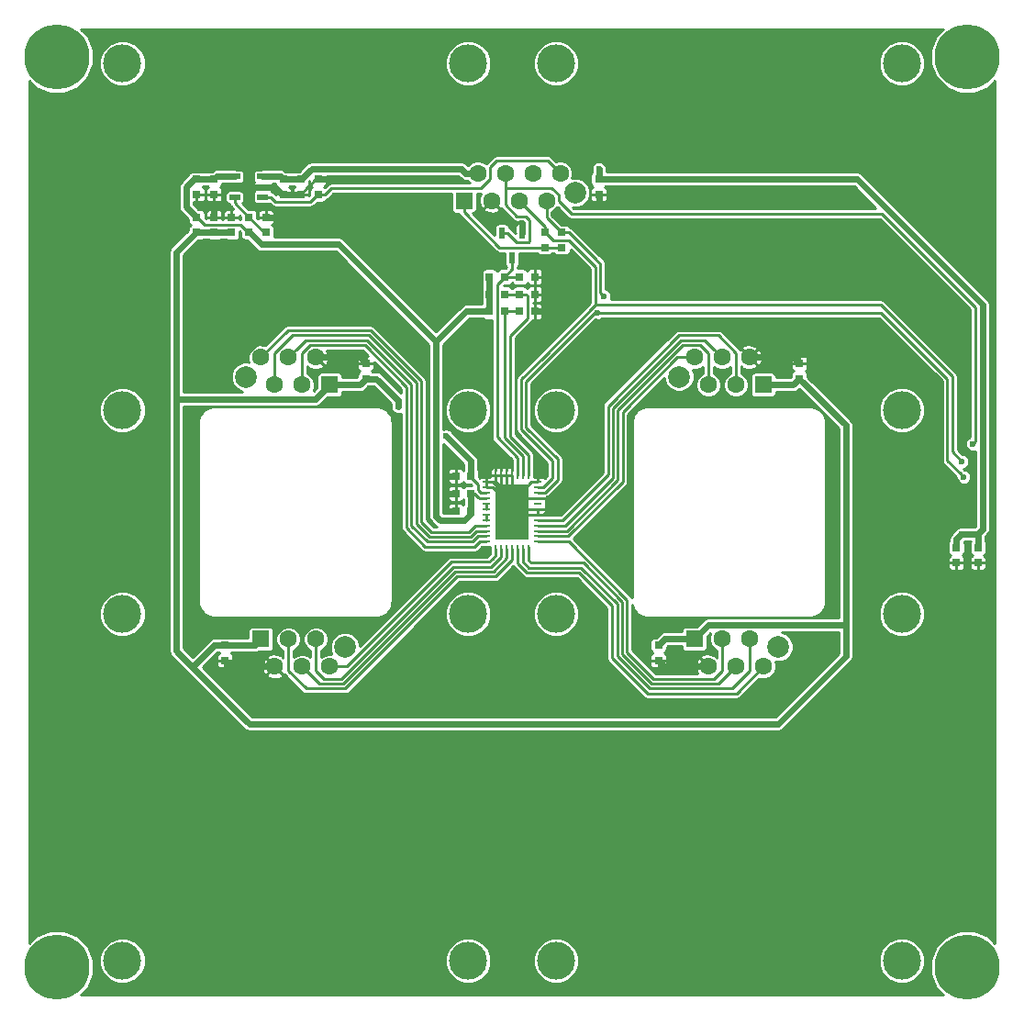
<source format=gbr>
G04 #@! TF.FileFunction,Copper,L2,Bot,Signal*
%FSLAX46Y46*%
G04 Gerber Fmt 4.6, Leading zero omitted, Abs format (unit mm)*
G04 Created by KiCad (PCBNEW 4.0.7) date 2019 March 19, Tuesday 10:43:39*
%MOMM*%
%LPD*%
G01*
G04 APERTURE LIST*
%ADD10C,0.150000*%
%ADD11R,0.800000X0.700000*%
%ADD12R,0.700000X0.800000*%
%ADD13C,3.500000*%
%ADD14R,1.600000X1.600000*%
%ADD15C,1.600000*%
%ADD16C,2.000000*%
%ADD17R,0.700000X0.250000*%
%ADD18R,0.250000X0.700000*%
%ADD19R,3.150000X5.150000*%
%ADD20R,1.000000X0.500000*%
%ADD21R,0.600000X1.000000*%
%ADD22C,6.000000*%
%ADD23C,0.600000*%
%ADD24C,0.600000*%
%ADD25C,0.250000*%
G04 APERTURE END LIST*
D10*
D11*
X49600000Y-20600000D03*
X49600000Y-19200000D03*
D12*
X45700000Y-24900000D03*
X47100000Y-24900000D03*
D13*
X80950000Y-86400000D03*
X49050000Y-86400000D03*
X49050000Y-54400000D03*
X80950000Y-54400000D03*
X49050000Y-3600000D03*
X80950000Y-3600000D03*
X80950000Y-35600000D03*
X49050000Y-35600000D03*
D14*
X28175000Y-33270000D03*
D15*
X26905000Y-30730000D03*
X25635000Y-33270000D03*
X24365000Y-30730000D03*
X23095000Y-33270000D03*
X21825000Y-30730000D03*
D16*
X20425000Y-32530000D03*
D14*
X68175000Y-33270000D03*
D15*
X66905000Y-30730000D03*
X65635000Y-33270000D03*
X64365000Y-30730000D03*
X63095000Y-33270000D03*
X61825000Y-30730000D03*
D16*
X60425000Y-32530000D03*
D13*
X40950000Y-86400000D03*
X9050000Y-86400000D03*
X9050000Y-54400000D03*
X40950000Y-54400000D03*
D17*
X47400000Y-42250000D03*
X47400000Y-42750000D03*
X47400000Y-43250000D03*
X47400000Y-43750000D03*
X47400000Y-44250000D03*
X47400000Y-44750000D03*
X47400000Y-45250000D03*
X47400000Y-45750000D03*
D18*
X46500000Y-48400000D03*
X46000000Y-48400000D03*
X45500000Y-48400000D03*
X45000000Y-48400000D03*
X44500000Y-48400000D03*
X44000000Y-48400000D03*
X43500000Y-48400000D03*
D17*
X42600000Y-47750000D03*
X42600000Y-47250000D03*
X42600000Y-46750000D03*
X42600000Y-46250000D03*
X42600000Y-45750000D03*
X42600000Y-45250000D03*
X42600000Y-44750000D03*
X42600000Y-44250000D03*
D18*
X43500000Y-41600000D03*
X44000000Y-41600000D03*
X44500000Y-41600000D03*
X45000000Y-41600000D03*
X45500000Y-41600000D03*
X46000000Y-41600000D03*
X46500000Y-41600000D03*
D19*
X45000000Y-45000000D03*
D17*
X47400000Y-46250000D03*
X47400000Y-47750000D03*
X47400000Y-47250000D03*
X47400000Y-46750000D03*
X42600000Y-42250000D03*
X42600000Y-43750000D03*
X42600000Y-42750000D03*
X42600000Y-43250000D03*
D11*
X58500000Y-58700000D03*
X58500000Y-57300000D03*
X23900000Y-14300000D03*
X23900000Y-15700000D03*
X25500000Y-14300000D03*
X25500000Y-15700000D03*
X88000000Y-48300000D03*
X88000000Y-49700000D03*
X15900000Y-14300000D03*
X15900000Y-15700000D03*
X86000000Y-48300000D03*
X86000000Y-49700000D03*
X17500000Y-14300000D03*
X17500000Y-15700000D03*
D12*
X41200000Y-43300000D03*
X39800000Y-43300000D03*
D11*
X17500000Y-19200000D03*
X17500000Y-17800000D03*
X19100000Y-19200000D03*
X19100000Y-17800000D03*
X53000000Y-14300000D03*
X53000000Y-15700000D03*
X71500000Y-31300000D03*
X71500000Y-32700000D03*
X18500000Y-58700000D03*
X18500000Y-57300000D03*
X31500000Y-31300000D03*
X31500000Y-32700000D03*
D12*
X41200000Y-41700000D03*
X39800000Y-41700000D03*
D20*
X22000000Y-14050000D03*
X22000000Y-15000000D03*
X22000000Y-15950000D03*
X19400000Y-15950000D03*
X19400000Y-14050000D03*
D11*
X15900000Y-17800000D03*
X15900000Y-19200000D03*
D14*
X61825000Y-56730000D03*
D15*
X63095000Y-59270000D03*
X64365000Y-56730000D03*
X65635000Y-59270000D03*
X66905000Y-56730000D03*
X68175000Y-59270000D03*
D16*
X69575000Y-57470000D03*
D14*
X21825000Y-56730000D03*
D15*
X23095000Y-59270000D03*
X24365000Y-56730000D03*
X25635000Y-59270000D03*
X26905000Y-56730000D03*
X28175000Y-59270000D03*
D16*
X29575000Y-57470000D03*
D14*
X40555000Y-16270000D03*
D15*
X41825000Y-13730000D03*
X43095000Y-16270000D03*
X44365000Y-13730000D03*
X45635000Y-16270000D03*
X46905000Y-13730000D03*
X48175000Y-16270000D03*
X49445000Y-13730000D03*
D16*
X50845000Y-15530000D03*
D21*
X44050000Y-19250000D03*
X45950000Y-19250000D03*
X45000000Y-21550000D03*
D11*
X27100000Y-15700000D03*
X27100000Y-14300000D03*
X20700000Y-19200000D03*
X20700000Y-17800000D03*
X22300000Y-19200000D03*
X22300000Y-17800000D03*
X48000000Y-20600000D03*
X48000000Y-19200000D03*
D12*
X42900000Y-26500000D03*
X44300000Y-26500000D03*
X45700000Y-26500000D03*
X47100000Y-26500000D03*
X42900000Y-24900000D03*
X44300000Y-24900000D03*
X42900000Y-23300000D03*
X44300000Y-23300000D03*
X45700000Y-23300000D03*
X47100000Y-23300000D03*
D22*
X3000000Y-3000000D03*
X3000000Y-87000000D03*
X87000000Y-87000000D03*
X87000000Y-3000000D03*
D13*
X9050000Y-3600000D03*
X40950000Y-3600000D03*
X40950000Y-35600000D03*
X9050000Y-35600000D03*
D12*
X41200000Y-44900000D03*
X39800000Y-44900000D03*
D23*
X87400000Y-42800000D03*
X53000000Y-16600000D03*
X45950000Y-18350000D03*
X28100000Y-14300000D03*
X26905000Y-27405000D03*
X42600000Y-40900000D03*
X48358414Y-43762020D03*
X48350000Y-44750000D03*
X48050000Y-26500000D03*
X23400000Y-17800000D03*
X17500000Y-16850000D03*
X38900000Y-44900000D03*
X38900000Y-41700000D03*
X38900000Y-43300000D03*
X20800000Y-15000000D03*
X87000000Y-48050000D03*
X53000000Y-13300000D03*
X88000000Y-47000000D03*
X86500000Y-47000000D03*
X53500000Y-25100000D03*
X52900000Y-26600000D03*
X86675000Y-41775000D03*
X86500000Y-40350000D03*
X87503204Y-38739610D03*
X38900000Y-38000000D03*
X34500000Y-35300000D03*
D24*
X41825000Y-13730000D02*
X40693630Y-13730000D01*
X40693630Y-13730000D02*
X40313630Y-13350000D01*
X40313630Y-13350000D02*
X26500000Y-13350000D01*
X26500000Y-13350000D02*
X25550000Y-14300000D01*
X25550000Y-14300000D02*
X25500000Y-14300000D01*
X23900000Y-14300000D02*
X23650000Y-14050000D01*
X23650000Y-14050000D02*
X22000000Y-14050000D01*
X25500000Y-14300000D02*
X23900000Y-14300000D01*
D25*
X27100000Y-14300000D02*
X26900000Y-14300000D01*
X26900000Y-14300000D02*
X25500000Y-15700000D01*
D24*
X23900000Y-15700000D02*
X24500000Y-15700000D01*
X24500000Y-15700000D02*
X25500000Y-15700000D01*
X22000000Y-15000000D02*
X23100000Y-15000000D01*
X23100000Y-15000000D02*
X23800000Y-15700000D01*
X23800000Y-15700000D02*
X24500000Y-15700000D01*
X53000000Y-15700000D02*
X53000000Y-16600000D01*
X45950000Y-19250000D02*
X45950000Y-18350000D01*
X27100000Y-14300000D02*
X28100000Y-14300000D01*
X63095000Y-59270000D02*
X59070000Y-59270000D01*
X59070000Y-59270000D02*
X58500000Y-58700000D01*
X26905000Y-30730000D02*
X30930000Y-30730000D01*
X30930000Y-30730000D02*
X31500000Y-31300000D01*
X66905000Y-30730000D02*
X70930000Y-30730000D01*
X70930000Y-30730000D02*
X71500000Y-31300000D01*
X23095000Y-59270000D02*
X19070000Y-59270000D01*
X19070000Y-59270000D02*
X18500000Y-58700000D01*
D25*
X42600000Y-41875000D02*
X42600000Y-40900000D01*
X42600000Y-42250000D02*
X42600000Y-41875000D01*
X47400000Y-45250000D02*
X47850000Y-45250000D01*
X47850000Y-45250000D02*
X48350000Y-44750000D01*
X47400000Y-43750000D02*
X48358414Y-43762020D01*
X48350000Y-43750000D02*
X48358414Y-43758414D01*
X48358414Y-43758414D02*
X48358414Y-43762020D01*
X47400000Y-44750000D02*
X48350000Y-44750000D01*
D24*
X47100000Y-26500000D02*
X48050000Y-26500000D01*
X22300000Y-17800000D02*
X23400000Y-17800000D01*
X17500000Y-17800000D02*
X17500000Y-16850000D01*
X39800000Y-44900000D02*
X38900000Y-44900000D01*
X39800000Y-41700000D02*
X38900000Y-41700000D01*
X39800000Y-43300000D02*
X38900000Y-43300000D01*
X22000000Y-15000000D02*
X20800000Y-15000000D01*
D25*
X47400000Y-44750000D02*
X47400000Y-45250000D01*
X47400000Y-45250000D02*
X45250000Y-45250000D01*
X45250000Y-45250000D02*
X45000000Y-45000000D01*
X47400000Y-44750000D02*
X45250000Y-44750000D01*
X45250000Y-44750000D02*
X45000000Y-45000000D01*
X47400000Y-43750000D02*
X46250000Y-43750000D01*
X46250000Y-43750000D02*
X45000000Y-45000000D01*
X47400000Y-42250000D02*
X46800000Y-42250000D01*
X46800000Y-42250000D02*
X45000000Y-44050000D01*
X45000000Y-44050000D02*
X45000000Y-45000000D01*
X44500000Y-41600000D02*
X45000000Y-41600000D01*
X44000000Y-41600000D02*
X44500000Y-41600000D01*
X43500000Y-41600000D02*
X44000000Y-41600000D01*
X45000000Y-41600000D02*
X45000000Y-45000000D01*
X44500000Y-41600000D02*
X44500000Y-44500000D01*
X44500000Y-44500000D02*
X45000000Y-45000000D01*
X44000000Y-41600000D02*
X44000000Y-44000000D01*
X44000000Y-44000000D02*
X45000000Y-45000000D01*
X43500000Y-41600000D02*
X43500000Y-42200000D01*
X43500000Y-42200000D02*
X45000000Y-43700000D01*
X45000000Y-43700000D02*
X45000000Y-45000000D01*
X42600000Y-42750000D02*
X43200000Y-42750000D01*
X43200000Y-42750000D02*
X45000000Y-44550000D01*
X45000000Y-44550000D02*
X45000000Y-45000000D01*
X42600000Y-42250000D02*
X43200000Y-42250000D01*
X43200000Y-42250000D02*
X45000000Y-44050000D01*
X42600000Y-42750000D02*
X42600000Y-42250000D01*
D24*
X53000000Y-14300000D02*
X76850000Y-14300000D01*
X76850000Y-14300000D02*
X88397081Y-25847081D01*
X88397081Y-25847081D02*
X88397081Y-46602919D01*
X88299999Y-46700001D02*
X88000000Y-47000000D01*
X88397081Y-46602919D02*
X88299999Y-46700001D01*
D25*
X48000000Y-20600000D02*
X43835000Y-20600000D01*
X43835000Y-20600000D02*
X40555000Y-17320000D01*
X40555000Y-17320000D02*
X40555000Y-16270000D01*
X49600000Y-20600000D02*
X48000000Y-20600000D01*
D24*
X53000000Y-14300000D02*
X53000000Y-13300000D01*
X86500000Y-47000000D02*
X86000000Y-47500000D01*
X86000000Y-47500000D02*
X86000000Y-48300000D01*
X88000000Y-48300000D02*
X88000000Y-47000000D01*
X86500000Y-47000000D02*
X88000000Y-47000000D01*
D25*
X85160201Y-32696611D02*
X85160201Y-40260201D01*
X79063590Y-26600000D02*
X85160201Y-32696611D01*
X52900000Y-26600000D02*
X79063590Y-26600000D01*
X86375001Y-41475001D02*
X86675000Y-41775000D01*
X85160201Y-40260201D02*
X86375001Y-41475001D01*
X53163610Y-24763610D02*
X53163610Y-22113610D01*
X52700000Y-21650000D02*
X50250000Y-19200000D01*
X53500000Y-25100000D02*
X53163610Y-24763610D01*
X53163610Y-22113610D02*
X52700000Y-21650000D01*
X50250000Y-19200000D02*
X49600000Y-19200000D01*
X48175000Y-16270000D02*
X48175000Y-17825000D01*
X48175000Y-17825000D02*
X49550000Y-19200000D01*
X49550000Y-19200000D02*
X49600000Y-19200000D01*
X48000000Y-43250000D02*
X49200000Y-42050000D01*
X47400000Y-43250000D02*
X48000000Y-43250000D01*
X49200000Y-42050000D02*
X49200000Y-40100000D01*
X49200000Y-40100000D02*
X46300000Y-37200000D01*
X46300000Y-37200000D02*
X46300000Y-32950000D01*
X46300000Y-32950000D02*
X52650000Y-26600000D01*
X52650000Y-26600000D02*
X52900000Y-26600000D01*
X86500000Y-40350000D02*
X85610212Y-39460212D01*
X74436401Y-25899991D02*
X52713600Y-25899990D01*
X85610212Y-39460212D02*
X85610212Y-32510212D01*
X85610212Y-32510212D02*
X78999991Y-25899991D01*
X78999991Y-25899991D02*
X74436401Y-25899991D01*
X48000000Y-19200000D02*
X48050000Y-19200000D01*
X48774999Y-19924999D02*
X50260001Y-19924999D01*
X48050000Y-19200000D02*
X48774999Y-19924999D01*
X50260001Y-19924999D02*
X52713600Y-22378598D01*
X52713600Y-22378598D02*
X52713600Y-25899990D01*
X45635000Y-16270000D02*
X48000000Y-18635000D01*
X48000000Y-18635000D02*
X48000000Y-19200000D01*
X47400000Y-42750000D02*
X47863590Y-42750000D01*
X47863590Y-42750000D02*
X48749990Y-41863600D01*
X48749990Y-41863600D02*
X48749990Y-40286400D01*
X48749990Y-40286400D02*
X45849990Y-37386400D01*
X45849990Y-37386400D02*
X45849990Y-32763600D01*
X45849990Y-32763600D02*
X47863590Y-30750000D01*
X47863590Y-30750000D02*
X52713600Y-25899990D01*
X27100000Y-15700000D02*
X27050000Y-15700000D01*
X27050000Y-15700000D02*
X26374999Y-16375001D01*
X26374999Y-16375001D02*
X23175001Y-16375001D01*
X23175001Y-16375001D02*
X22750000Y-15950000D01*
X22750000Y-15950000D02*
X22000000Y-15950000D01*
X49445000Y-13730000D02*
X48319999Y-12604999D01*
X48319999Y-12604999D02*
X43535001Y-12604999D01*
X42950001Y-13189999D02*
X42950001Y-14270001D01*
X43535001Y-12604999D02*
X42950001Y-13189999D01*
X42950001Y-14270001D02*
X42075003Y-15144999D01*
X42075003Y-15144999D02*
X28305001Y-15144999D01*
X28305001Y-15144999D02*
X27750000Y-15700000D01*
X27750000Y-15700000D02*
X27100000Y-15700000D01*
X22550000Y-15950000D02*
X22300000Y-15950000D01*
X22300000Y-19200000D02*
X22100000Y-19200000D01*
X22100000Y-19200000D02*
X20700000Y-17800000D01*
X19400000Y-15950000D02*
X19400000Y-16500000D01*
X19400000Y-16500000D02*
X20700000Y-17800000D01*
X47400000Y-45750000D02*
X49650000Y-45750000D01*
X65635000Y-30334998D02*
X65635000Y-32138630D01*
X49650000Y-45750000D02*
X53849972Y-41550028D01*
X53849972Y-41550028D02*
X53849973Y-35234795D01*
X60379789Y-28704979D02*
X64004981Y-28704979D01*
X64004981Y-28704979D02*
X65635000Y-30334998D01*
X53849973Y-35234795D02*
X60379789Y-28704979D01*
X65635000Y-32138630D02*
X65635000Y-33270000D01*
X55149990Y-53286400D02*
X51563590Y-49700000D01*
X51563590Y-49700000D02*
X46736410Y-49700000D01*
X46736410Y-49700000D02*
X46500000Y-49463590D01*
X55149990Y-58113580D02*
X55149990Y-53286400D01*
X57867821Y-60831411D02*
X55149990Y-58113580D01*
X65635000Y-59270000D02*
X64059989Y-60845011D01*
X64059989Y-60845011D02*
X57867821Y-60845011D01*
X57867821Y-60845011D02*
X57867821Y-60831411D01*
X46500000Y-49463590D02*
X46500000Y-48400000D01*
X46500000Y-49000000D02*
X46500000Y-48400000D01*
X46500000Y-48263590D02*
X46500000Y-48400000D01*
X46000000Y-49500000D02*
X46000000Y-48400000D01*
X54699980Y-53472800D02*
X51377190Y-50150010D01*
X51377190Y-50150010D02*
X46550009Y-50150009D01*
X46550009Y-50150009D02*
X46000000Y-49600000D01*
X46000000Y-49600000D02*
X46000000Y-49500000D01*
X54699980Y-58299980D02*
X54699980Y-53472800D01*
X57681421Y-61295021D02*
X57417811Y-61031411D01*
X57417811Y-61031411D02*
X57417811Y-61017811D01*
X57417811Y-61017811D02*
X54699980Y-58299980D01*
X66905000Y-56730000D02*
X66905000Y-59665002D01*
X66905000Y-59665002D02*
X65274981Y-61295021D01*
X65274981Y-61295021D02*
X57681421Y-61295021D01*
X68175000Y-59270000D02*
X65699970Y-61745030D01*
X65699970Y-61745030D02*
X57495020Y-61745030D01*
X57495020Y-61745030D02*
X54249970Y-58499980D01*
X54249970Y-58499980D02*
X54249970Y-53659200D01*
X54249970Y-53659200D02*
X51190789Y-50600019D01*
X51190789Y-50600019D02*
X46350009Y-50600019D01*
X46350009Y-50600019D02*
X45500000Y-49750010D01*
X45500000Y-49750010D02*
X45500000Y-48400000D01*
X44500000Y-48400000D02*
X44500000Y-49272820D01*
X26434999Y-60069999D02*
X25635000Y-59270000D01*
X44500000Y-49272820D02*
X43259201Y-50513619D01*
X43259201Y-50513619D02*
X39765203Y-50513619D01*
X39765203Y-50513619D02*
X29433811Y-60845011D01*
X29433811Y-60845011D02*
X27210011Y-60845011D01*
X27210011Y-60845011D02*
X26434999Y-60069999D01*
X45000000Y-48400000D02*
X45000000Y-49409230D01*
X45000000Y-49409230D02*
X43445601Y-50963629D01*
X39951603Y-50963629D02*
X29620211Y-61295021D01*
X43445601Y-50963629D02*
X39951603Y-50963629D01*
X29620211Y-61295021D02*
X25995019Y-61295021D01*
X25995019Y-61295021D02*
X24365000Y-59665002D01*
X24365000Y-59665002D02*
X24365000Y-57861370D01*
X24365000Y-57861370D02*
X24365000Y-56730000D01*
X43200000Y-49300000D02*
X42886401Y-49613599D01*
X42886401Y-49613599D02*
X39392403Y-49613599D01*
X39392403Y-49613599D02*
X29736002Y-59270000D01*
X29306370Y-59270000D02*
X28175000Y-59270000D01*
X29736002Y-59270000D02*
X29306370Y-59270000D01*
X43200000Y-49300000D02*
X43150010Y-49349990D01*
X43500000Y-48400000D02*
X43500000Y-49000000D01*
X43500000Y-49000000D02*
X43200000Y-49300000D01*
X42600000Y-47750000D02*
X42000000Y-47750000D01*
X42000000Y-47750000D02*
X41550000Y-48200000D01*
X41550000Y-48200000D02*
X36990770Y-48200000D01*
X36990770Y-48200000D02*
X35249970Y-46459200D01*
X35249970Y-33449970D02*
X31404999Y-29604999D01*
X35249970Y-46459200D02*
X35249970Y-33449970D01*
X31404999Y-29604999D02*
X26364999Y-29604999D01*
X26364999Y-29604999D02*
X25635000Y-30334998D01*
X25635000Y-30334998D02*
X25635000Y-32138630D01*
X25635000Y-32138630D02*
X25635000Y-33270000D01*
X42600000Y-47250000D02*
X41863590Y-47250000D01*
X41863590Y-47250000D02*
X41363600Y-47749990D01*
X41363600Y-47749990D02*
X37177168Y-47749988D01*
X37177168Y-47749988D02*
X35699980Y-46272800D01*
X35699980Y-46272800D02*
X35699979Y-33263569D01*
X35699979Y-33263569D02*
X31591399Y-29154989D01*
X31591399Y-29154989D02*
X25940011Y-29154989D01*
X25940011Y-29154989D02*
X25164999Y-29930001D01*
X25164999Y-29930001D02*
X24365000Y-30730000D01*
X42600000Y-46750000D02*
X42350000Y-46750000D01*
X42350000Y-46750000D02*
X42300010Y-46799990D01*
X42300010Y-46799990D02*
X41677189Y-46799991D01*
X41677189Y-46799991D02*
X41177200Y-47299980D01*
X41177200Y-47299980D02*
X37363569Y-47299979D01*
X37363569Y-47299979D02*
X36149990Y-46086400D01*
X36149990Y-46086400D02*
X36149990Y-33077170D01*
X36149990Y-33077170D02*
X31777799Y-28704979D01*
X23095000Y-32138630D02*
X23095000Y-33270000D01*
X31777799Y-28704979D02*
X24725019Y-28704979D01*
X24725019Y-28704979D02*
X23095000Y-30334998D01*
X23095000Y-30334998D02*
X23095000Y-32138630D01*
X42600000Y-46250000D02*
X41590772Y-46250000D01*
X37549970Y-46849970D02*
X36600000Y-45900000D01*
X41590772Y-46250000D02*
X41490788Y-46349982D01*
X41490788Y-46349982D02*
X40990799Y-46849970D01*
X40990799Y-46849970D02*
X37549970Y-46849970D01*
X36600000Y-45900000D02*
X36599999Y-32890769D01*
X36599999Y-32890769D02*
X31964199Y-28254969D01*
X31964199Y-28254969D02*
X24300031Y-28254969D01*
X24300031Y-28254969D02*
X21825000Y-30730000D01*
X42600000Y-45750000D02*
X42600000Y-45250000D01*
X42600000Y-44250000D02*
X42600000Y-44750000D01*
X44300000Y-23300000D02*
X44300000Y-23350000D01*
X44300000Y-23350000D02*
X43600000Y-24050000D01*
X43600000Y-24050000D02*
X43600000Y-38100000D01*
X43600000Y-38100000D02*
X45500000Y-40000000D01*
X45500000Y-40000000D02*
X45500000Y-41000000D01*
X45500000Y-41000000D02*
X45500000Y-41600000D01*
X45000000Y-21550000D02*
X45000000Y-22600000D01*
X45000000Y-22600000D02*
X44300000Y-23300000D01*
X44300000Y-23300000D02*
X45700000Y-23300000D01*
X46000000Y-41600000D02*
X46000000Y-39863590D01*
X44300000Y-38163590D02*
X44300000Y-26500000D01*
X46000000Y-39863590D02*
X44300000Y-38163590D01*
X44300000Y-26500000D02*
X45700000Y-26500000D01*
X44800000Y-28735002D02*
X44800000Y-38027180D01*
X46500000Y-41000000D02*
X46500000Y-41600000D01*
X44800000Y-38027180D02*
X46500000Y-39727180D01*
X46500000Y-39727180D02*
X46500000Y-41000000D01*
X46400000Y-25000000D02*
X46400000Y-27135002D01*
X46400000Y-27135002D02*
X44800000Y-28735002D01*
X45700000Y-24900000D02*
X46300000Y-24900000D01*
X46300000Y-24900000D02*
X46400000Y-25000000D01*
X44300000Y-24900000D02*
X45700000Y-24900000D01*
X54299981Y-41863609D02*
X54299982Y-35421196D01*
X54299982Y-35421196D02*
X60566189Y-29154989D01*
X60566189Y-29154989D02*
X62789989Y-29154989D01*
X62789989Y-29154989D02*
X63565001Y-29930001D01*
X63565001Y-29930001D02*
X64365000Y-30730000D01*
X49913590Y-46250000D02*
X54299981Y-41863609D01*
X47400000Y-46250000D02*
X49913590Y-46250000D01*
X64365000Y-56730000D02*
X64365000Y-59665002D01*
X64365000Y-59665002D02*
X63635001Y-60395001D01*
X63635001Y-60395001D02*
X58067821Y-60395001D01*
X58067821Y-60395001D02*
X55600000Y-57927180D01*
X55600000Y-57927180D02*
X55600000Y-53100000D01*
X55600000Y-53100000D02*
X50250000Y-47750000D01*
X50250000Y-47750000D02*
X48000000Y-47750000D01*
X48000000Y-47750000D02*
X47400000Y-47750000D01*
X55200000Y-42236410D02*
X55200000Y-35793998D01*
X60693630Y-30730000D02*
X61825000Y-30730000D01*
X55200000Y-35793998D02*
X60263998Y-30730000D01*
X60263998Y-30730000D02*
X60693630Y-30730000D01*
X47400000Y-47250000D02*
X50186410Y-47250000D01*
X50186410Y-47250000D02*
X55200000Y-42236410D01*
X47400000Y-46750000D02*
X50050000Y-46750000D01*
X50050000Y-46750000D02*
X54749990Y-42050010D01*
X54749990Y-42050010D02*
X54749991Y-35607597D01*
X54749991Y-35607597D02*
X60752589Y-29604999D01*
X60752589Y-29604999D02*
X62365001Y-29604999D01*
X62365001Y-29604999D02*
X63095000Y-30334998D01*
X63095000Y-30334998D02*
X63095000Y-32138630D01*
X63095000Y-32138630D02*
X63095000Y-33270000D01*
X44000000Y-48400000D02*
X44000000Y-49136410D01*
X44000000Y-49136410D02*
X43072801Y-50063609D01*
X43072801Y-50063609D02*
X39578803Y-50063609D01*
X27634999Y-60395001D02*
X26905000Y-59665002D01*
X26905000Y-59665002D02*
X26905000Y-57861370D01*
X39578803Y-50063609D02*
X29247411Y-60395001D01*
X29247411Y-60395001D02*
X27634999Y-60395001D01*
X26905000Y-57861370D02*
X26905000Y-56730000D01*
X44365000Y-15100000D02*
X48670002Y-15100000D01*
X48670002Y-15100000D02*
X49300001Y-15729999D01*
X49300001Y-15729999D02*
X49300001Y-16300001D01*
X49300001Y-16300001D02*
X50465000Y-17465000D01*
X50465000Y-17465000D02*
X79131104Y-17465000D01*
X79131104Y-17465000D02*
X87772071Y-26105967D01*
X87772071Y-26105967D02*
X87772071Y-38470743D01*
X87772071Y-38470743D02*
X87503204Y-38739610D01*
X44365000Y-15100000D02*
X44365000Y-16665002D01*
X44365000Y-16665002D02*
X45424997Y-17724999D01*
X46575001Y-20010001D02*
X46510001Y-20075001D01*
X45424997Y-17724999D02*
X46250001Y-17724999D01*
X46510001Y-20075001D02*
X45425001Y-20075001D01*
X46250001Y-17724999D02*
X46575001Y-18049999D01*
X46575001Y-18049999D02*
X46575001Y-20010001D01*
X45425001Y-20075001D02*
X44600000Y-19250000D01*
X44600000Y-19250000D02*
X44050000Y-19250000D01*
X44365000Y-13730000D02*
X44365000Y-15100000D01*
D24*
X38000000Y-41300000D02*
X38000000Y-29300000D01*
X21850000Y-20300000D02*
X29000000Y-20300000D01*
X29000000Y-20300000D02*
X38000000Y-29300000D01*
X20700000Y-19200000D02*
X20750000Y-19200000D01*
X20750000Y-19200000D02*
X21850000Y-20300000D01*
D25*
X42000000Y-43750000D02*
X41900000Y-43650000D01*
X41900000Y-43650000D02*
X41700000Y-43450000D01*
X41200000Y-43300000D02*
X41550000Y-43300000D01*
X41550000Y-43300000D02*
X41900000Y-43650000D01*
X42600000Y-43750000D02*
X42000000Y-43750000D01*
D24*
X41200000Y-44900000D02*
X41200000Y-45150002D01*
X38400000Y-45800000D02*
X38000000Y-45400000D01*
X41200000Y-45150002D02*
X40550001Y-45800001D01*
X40550001Y-45800001D02*
X38400000Y-45800000D01*
X38000000Y-45400000D02*
X38000000Y-41300000D01*
X38000000Y-29300000D02*
X40800000Y-26500000D01*
X40800000Y-26500000D02*
X41349998Y-26500000D01*
X41349998Y-26500000D02*
X42900000Y-26500000D01*
X42900000Y-26500000D02*
X42900000Y-24900000D01*
X41200000Y-44900000D02*
X41200000Y-43300000D01*
X42900000Y-23300000D02*
X42900000Y-24900000D01*
D25*
X20700000Y-19200000D02*
X20650000Y-19200000D01*
X20650000Y-19200000D02*
X19925001Y-18475001D01*
X19925001Y-18475001D02*
X16625001Y-18475001D01*
X16625001Y-18475001D02*
X15950000Y-17800000D01*
X15950000Y-17800000D02*
X15900000Y-17800000D01*
D24*
X15900000Y-14300000D02*
X15649998Y-14300000D01*
X14900000Y-16850000D02*
X15850000Y-17800000D01*
X15649998Y-14300000D02*
X14900000Y-15049998D01*
X14900000Y-15049998D02*
X14900000Y-16850000D01*
X15850000Y-17800000D02*
X15900000Y-17800000D01*
X19400000Y-14050000D02*
X17750000Y-14050000D01*
X17750000Y-14050000D02*
X17500000Y-14300000D01*
X15900000Y-14300000D02*
X17500000Y-14300000D01*
X75800000Y-55400000D02*
X75800000Y-58300000D01*
X75800000Y-58300000D02*
X69531501Y-64568499D01*
X69531501Y-64568499D02*
X20768499Y-64568499D01*
X20768499Y-64568499D02*
X15400000Y-59200000D01*
X41200000Y-40300000D02*
X41200000Y-40600000D01*
X38900000Y-38000000D02*
X41200000Y-40300000D01*
X34500000Y-34700000D02*
X34500000Y-35300000D01*
X31500000Y-32700000D02*
X32500000Y-32700000D01*
X32500000Y-32700000D02*
X34500000Y-34700000D01*
X61825000Y-56730000D02*
X59070000Y-56730000D01*
X59070000Y-56730000D02*
X58500000Y-57300000D01*
X28175000Y-33270000D02*
X30930000Y-33270000D01*
X30930000Y-33270000D02*
X31500000Y-32700000D01*
X15400000Y-59200000D02*
X14000000Y-57800000D01*
X18500000Y-57300000D02*
X17500000Y-57300000D01*
X17500000Y-57300000D02*
X15600000Y-59200000D01*
X15600000Y-59200000D02*
X15400000Y-59200000D01*
X14000000Y-57800000D02*
X14000000Y-53800000D01*
X14000000Y-53800000D02*
X14000000Y-34400000D01*
X75800000Y-55400000D02*
X75800000Y-37000000D01*
X61825000Y-56730000D02*
X63125001Y-55429999D01*
X63125001Y-55429999D02*
X75770001Y-55429999D01*
X75770001Y-55429999D02*
X75800000Y-55400000D01*
X68175000Y-33270000D02*
X70930000Y-33270000D01*
X70930000Y-33270000D02*
X71500000Y-32700000D01*
X75800000Y-37000000D02*
X71500000Y-32700000D01*
X14000000Y-21050000D02*
X14000000Y-34400000D01*
X14170001Y-34570001D02*
X14000000Y-34400000D01*
X28175000Y-33270000D02*
X26874999Y-34570001D01*
X26874999Y-34570001D02*
X14170001Y-34570001D01*
X18500000Y-57300000D02*
X21255000Y-57300000D01*
X21255000Y-57300000D02*
X21825000Y-56730000D01*
X15900000Y-19200000D02*
X15850000Y-19200000D01*
X15850000Y-19200000D02*
X14000000Y-21050000D01*
X41200000Y-40600000D02*
X41200000Y-41700000D01*
D25*
X42150000Y-43250000D02*
X41875001Y-42975001D01*
X41875001Y-42425001D02*
X41200000Y-41750000D01*
X41875001Y-42975001D02*
X41875001Y-42425001D01*
X41200000Y-41750000D02*
X41200000Y-41700000D01*
D24*
X17500000Y-19200000D02*
X19100000Y-19200000D01*
X15900000Y-19200000D02*
X17500000Y-19200000D01*
D25*
X42600000Y-43250000D02*
X42150000Y-43250000D01*
G36*
X84140483Y-1085720D02*
X83625587Y-2325726D01*
X83624416Y-3668384D01*
X84137146Y-4909286D01*
X85085720Y-5859517D01*
X86325726Y-6374413D01*
X87668384Y-6375584D01*
X88909286Y-5862854D01*
X89550000Y-5223257D01*
X89550000Y-84777313D01*
X88914280Y-84140483D01*
X87674274Y-83625587D01*
X86331616Y-83624416D01*
X85090714Y-84137146D01*
X84140483Y-85085720D01*
X83625587Y-86325726D01*
X83624416Y-87668384D01*
X84137146Y-88909286D01*
X84776743Y-89550000D01*
X5222687Y-89550000D01*
X5859517Y-88914280D01*
X6374413Y-87674274D01*
X6375157Y-86820834D01*
X6924632Y-86820834D01*
X7247462Y-87602143D01*
X7844713Y-88200437D01*
X8625457Y-88524630D01*
X9470834Y-88525368D01*
X10252143Y-88202538D01*
X10850437Y-87605287D01*
X11174630Y-86824543D01*
X11174633Y-86820834D01*
X38824632Y-86820834D01*
X39147462Y-87602143D01*
X39744713Y-88200437D01*
X40525457Y-88524630D01*
X41370834Y-88525368D01*
X42152143Y-88202538D01*
X42750437Y-87605287D01*
X43074630Y-86824543D01*
X43074633Y-86820834D01*
X46924632Y-86820834D01*
X47247462Y-87602143D01*
X47844713Y-88200437D01*
X48625457Y-88524630D01*
X49470834Y-88525368D01*
X50252143Y-88202538D01*
X50850437Y-87605287D01*
X51174630Y-86824543D01*
X51174633Y-86820834D01*
X78824632Y-86820834D01*
X79147462Y-87602143D01*
X79744713Y-88200437D01*
X80525457Y-88524630D01*
X81370834Y-88525368D01*
X82152143Y-88202538D01*
X82750437Y-87605287D01*
X83074630Y-86824543D01*
X83075368Y-85979166D01*
X82752538Y-85197857D01*
X82155287Y-84599563D01*
X81374543Y-84275370D01*
X80529166Y-84274632D01*
X79747857Y-84597462D01*
X79149563Y-85194713D01*
X78825370Y-85975457D01*
X78824632Y-86820834D01*
X51174633Y-86820834D01*
X51175368Y-85979166D01*
X50852538Y-85197857D01*
X50255287Y-84599563D01*
X49474543Y-84275370D01*
X48629166Y-84274632D01*
X47847857Y-84597462D01*
X47249563Y-85194713D01*
X46925370Y-85975457D01*
X46924632Y-86820834D01*
X43074633Y-86820834D01*
X43075368Y-85979166D01*
X42752538Y-85197857D01*
X42155287Y-84599563D01*
X41374543Y-84275370D01*
X40529166Y-84274632D01*
X39747857Y-84597462D01*
X39149563Y-85194713D01*
X38825370Y-85975457D01*
X38824632Y-86820834D01*
X11174633Y-86820834D01*
X11175368Y-85979166D01*
X10852538Y-85197857D01*
X10255287Y-84599563D01*
X9474543Y-84275370D01*
X8629166Y-84274632D01*
X7847857Y-84597462D01*
X7249563Y-85194713D01*
X6925370Y-85975457D01*
X6924632Y-86820834D01*
X6375157Y-86820834D01*
X6375584Y-86331616D01*
X5862854Y-85090714D01*
X4914280Y-84140483D01*
X3674274Y-83625587D01*
X2331616Y-83624416D01*
X1090714Y-84137146D01*
X450000Y-84776743D01*
X450000Y-54820834D01*
X6924632Y-54820834D01*
X7247462Y-55602143D01*
X7844713Y-56200437D01*
X8625457Y-56524630D01*
X9470834Y-56525368D01*
X10252143Y-56202538D01*
X10850437Y-55605287D01*
X11174630Y-54824543D01*
X11175368Y-53979166D01*
X10852538Y-53197857D01*
X10255287Y-52599563D01*
X9474543Y-52275370D01*
X8629166Y-52274632D01*
X7847857Y-52597462D01*
X7249563Y-53194713D01*
X6925370Y-53975457D01*
X6924632Y-54820834D01*
X450000Y-54820834D01*
X450000Y-36020834D01*
X6924632Y-36020834D01*
X7247462Y-36802143D01*
X7844713Y-37400437D01*
X8625457Y-37724630D01*
X9470834Y-37725368D01*
X10252143Y-37402538D01*
X10850437Y-36805287D01*
X11174630Y-36024543D01*
X11175368Y-35179166D01*
X10852538Y-34397857D01*
X10255287Y-33799563D01*
X9474543Y-33475370D01*
X8629166Y-33474632D01*
X7847857Y-33797462D01*
X7249563Y-34394713D01*
X6925370Y-35175457D01*
X6924632Y-36020834D01*
X450000Y-36020834D01*
X450000Y-21050000D01*
X13325000Y-21050000D01*
X13325000Y-57800000D01*
X13376381Y-58058312D01*
X13522703Y-58277297D01*
X20291202Y-65045796D01*
X20510187Y-65192118D01*
X20768499Y-65243499D01*
X69531501Y-65243499D01*
X69789813Y-65192118D01*
X70008798Y-65045796D01*
X76277297Y-58777297D01*
X76334744Y-58691322D01*
X76423619Y-58558311D01*
X76475000Y-58300000D01*
X76475000Y-54820834D01*
X78824632Y-54820834D01*
X79147462Y-55602143D01*
X79744713Y-56200437D01*
X80525457Y-56524630D01*
X81370834Y-56525368D01*
X82152143Y-56202538D01*
X82750437Y-55605287D01*
X83074630Y-54824543D01*
X83075368Y-53979166D01*
X82752538Y-53197857D01*
X82155287Y-52599563D01*
X81374543Y-52275370D01*
X80529166Y-52274632D01*
X79747857Y-52597462D01*
X79149563Y-53194713D01*
X78825370Y-53975457D01*
X78824632Y-54820834D01*
X76475000Y-54820834D01*
X76475000Y-49794500D01*
X85224000Y-49794500D01*
X85224000Y-50124791D01*
X85281243Y-50262987D01*
X85387013Y-50368757D01*
X85525209Y-50426000D01*
X85905500Y-50426000D01*
X85999500Y-50332000D01*
X85999500Y-49700500D01*
X86000500Y-49700500D01*
X86000500Y-50332000D01*
X86094500Y-50426000D01*
X86474791Y-50426000D01*
X86612987Y-50368757D01*
X86718757Y-50262987D01*
X86776000Y-50124791D01*
X86776000Y-49794500D01*
X87224000Y-49794500D01*
X87224000Y-50124791D01*
X87281243Y-50262987D01*
X87387013Y-50368757D01*
X87525209Y-50426000D01*
X87905500Y-50426000D01*
X87999500Y-50332000D01*
X87999500Y-49700500D01*
X88000500Y-49700500D01*
X88000500Y-50332000D01*
X88094500Y-50426000D01*
X88474791Y-50426000D01*
X88612987Y-50368757D01*
X88718757Y-50262987D01*
X88776000Y-50124791D01*
X88776000Y-49794500D01*
X88682000Y-49700500D01*
X88000500Y-49700500D01*
X87999500Y-49700500D01*
X87318000Y-49700500D01*
X87224000Y-49794500D01*
X86776000Y-49794500D01*
X86682000Y-49700500D01*
X86000500Y-49700500D01*
X85999500Y-49700500D01*
X85318000Y-49700500D01*
X85224000Y-49794500D01*
X76475000Y-49794500D01*
X76475000Y-37000000D01*
X76423619Y-36741689D01*
X76277297Y-36522703D01*
X75775428Y-36020834D01*
X78824632Y-36020834D01*
X79147462Y-36802143D01*
X79744713Y-37400437D01*
X80525457Y-37724630D01*
X81370834Y-37725368D01*
X82152143Y-37402538D01*
X82750437Y-36805287D01*
X83074630Y-36024543D01*
X83075368Y-35179166D01*
X82752538Y-34397857D01*
X82155287Y-33799563D01*
X81374543Y-33475370D01*
X80529166Y-33474632D01*
X79747857Y-33797462D01*
X79149563Y-34394713D01*
X78825370Y-35175457D01*
X78824632Y-36020834D01*
X75775428Y-36020834D01*
X72282346Y-32527752D01*
X72282346Y-32350000D01*
X72256198Y-32211034D01*
X72174069Y-32083401D01*
X72048754Y-31997777D01*
X72044840Y-31996984D01*
X72112987Y-31968757D01*
X72218757Y-31862987D01*
X72276000Y-31724791D01*
X72276000Y-31394500D01*
X72182000Y-31300500D01*
X71500500Y-31300500D01*
X71500500Y-31320500D01*
X71499500Y-31320500D01*
X71499500Y-31300500D01*
X70818000Y-31300500D01*
X70724000Y-31394500D01*
X70724000Y-31724791D01*
X70781243Y-31862987D01*
X70887013Y-31968757D01*
X70955725Y-31997218D01*
X70833401Y-32075931D01*
X70747777Y-32201246D01*
X70717654Y-32350000D01*
X70717654Y-32527752D01*
X70650406Y-32595000D01*
X69357346Y-32595000D01*
X69357346Y-32470000D01*
X69331198Y-32331034D01*
X69249069Y-32203401D01*
X69123754Y-32117777D01*
X68975000Y-32087654D01*
X67375000Y-32087654D01*
X67236034Y-32113802D01*
X67108401Y-32195931D01*
X67022777Y-32321246D01*
X66992654Y-32470000D01*
X66992654Y-34070000D01*
X67018802Y-34208966D01*
X67100931Y-34336599D01*
X67226246Y-34422223D01*
X67375000Y-34452346D01*
X68975000Y-34452346D01*
X69113966Y-34426198D01*
X69241599Y-34344069D01*
X69327223Y-34218754D01*
X69357346Y-34070000D01*
X69357346Y-33945000D01*
X70930000Y-33945000D01*
X71188312Y-33893619D01*
X71407297Y-33747297D01*
X71500000Y-33654594D01*
X75125000Y-37279594D01*
X75125000Y-54754999D01*
X63125001Y-54754999D01*
X62866689Y-54806380D01*
X62647704Y-54952702D01*
X62052752Y-55547654D01*
X61025000Y-55547654D01*
X60886034Y-55573802D01*
X60758401Y-55655931D01*
X60672777Y-55781246D01*
X60642654Y-55930000D01*
X60642654Y-56055000D01*
X59070000Y-56055000D01*
X58811688Y-56106381D01*
X58592703Y-56252703D01*
X58277752Y-56567654D01*
X58100000Y-56567654D01*
X57961034Y-56593802D01*
X57833401Y-56675931D01*
X57747777Y-56801246D01*
X57717654Y-56950000D01*
X57717654Y-57650000D01*
X57743802Y-57788966D01*
X57825931Y-57916599D01*
X57951246Y-58002223D01*
X57955160Y-58003016D01*
X57887013Y-58031243D01*
X57781243Y-58137013D01*
X57724000Y-58275209D01*
X57724000Y-58605500D01*
X57818000Y-58699500D01*
X58499500Y-58699500D01*
X58499500Y-58679500D01*
X58500500Y-58679500D01*
X58500500Y-58699500D01*
X59182000Y-58699500D01*
X59276000Y-58605500D01*
X59276000Y-58275209D01*
X59218757Y-58137013D01*
X59112987Y-58031243D01*
X59044275Y-58002782D01*
X59166599Y-57924069D01*
X59252223Y-57798754D01*
X59282346Y-57650000D01*
X59282346Y-57472248D01*
X59349594Y-57405000D01*
X60642654Y-57405000D01*
X60642654Y-57530000D01*
X60668802Y-57668966D01*
X60750931Y-57796599D01*
X60876246Y-57882223D01*
X61025000Y-57912346D01*
X62625000Y-57912346D01*
X62763966Y-57886198D01*
X62891599Y-57804069D01*
X62977223Y-57678754D01*
X63007346Y-57530000D01*
X63007346Y-56502248D01*
X63315083Y-56194511D01*
X63190204Y-56495253D01*
X63189796Y-56962697D01*
X63368302Y-57394715D01*
X63698547Y-57725536D01*
X63865000Y-57794653D01*
X63865000Y-58461135D01*
X63799373Y-58299663D01*
X63374424Y-58103973D01*
X62906935Y-58085801D01*
X62468078Y-58247913D01*
X62390627Y-58299663D01*
X62313973Y-58488266D01*
X63095000Y-59269293D01*
X63109143Y-59255151D01*
X63109850Y-59255858D01*
X63095707Y-59270000D01*
X63109850Y-59284143D01*
X63109143Y-59284850D01*
X63095000Y-59270707D01*
X63080858Y-59284850D01*
X63080151Y-59284143D01*
X63094293Y-59270000D01*
X62313266Y-58488973D01*
X62124663Y-58565627D01*
X61928973Y-58990576D01*
X61910801Y-59458065D01*
X62072203Y-59895001D01*
X58274927Y-59895001D01*
X57174426Y-58794500D01*
X57724000Y-58794500D01*
X57724000Y-59124791D01*
X57781243Y-59262987D01*
X57887013Y-59368757D01*
X58025209Y-59426000D01*
X58405500Y-59426000D01*
X58499500Y-59332000D01*
X58499500Y-58700500D01*
X58500500Y-58700500D01*
X58500500Y-59332000D01*
X58594500Y-59426000D01*
X58974791Y-59426000D01*
X59112987Y-59368757D01*
X59218757Y-59262987D01*
X59276000Y-59124791D01*
X59276000Y-58794500D01*
X59182000Y-58700500D01*
X58500500Y-58700500D01*
X58499500Y-58700500D01*
X57818000Y-58700500D01*
X57724000Y-58794500D01*
X57174426Y-58794500D01*
X56100000Y-57720074D01*
X56100000Y-53595687D01*
X56134766Y-53770468D01*
X56134766Y-53770473D01*
X56146997Y-53800000D01*
X56201958Y-53932690D01*
X56201963Y-53932695D01*
X56418730Y-54257111D01*
X56418731Y-54257114D01*
X56461618Y-54300000D01*
X56542886Y-54381268D01*
X56542889Y-54381269D01*
X56867307Y-54598039D01*
X56867310Y-54598042D01*
X56948418Y-54631637D01*
X57029527Y-54665234D01*
X57029532Y-54665234D01*
X57412210Y-54741353D01*
X57456529Y-54741353D01*
X57500000Y-54750000D01*
X72500000Y-54750000D01*
X72543471Y-54741353D01*
X72587790Y-54741353D01*
X72970468Y-54665234D01*
X72970473Y-54665234D01*
X73037665Y-54637402D01*
X73132690Y-54598042D01*
X73132695Y-54598037D01*
X73457111Y-54381270D01*
X73457114Y-54381269D01*
X73538382Y-54300000D01*
X73581268Y-54257114D01*
X73581269Y-54257111D01*
X73798039Y-53932693D01*
X73798042Y-53932690D01*
X73853003Y-53800000D01*
X73865234Y-53770473D01*
X73865234Y-53770468D01*
X73941353Y-53387790D01*
X73941353Y-53343471D01*
X73950000Y-53300000D01*
X73950000Y-36700000D01*
X73941353Y-36656529D01*
X73941353Y-36612210D01*
X73865234Y-36229532D01*
X73865234Y-36229527D01*
X73818104Y-36115746D01*
X73798042Y-36067310D01*
X73798039Y-36067307D01*
X73581268Y-35742887D01*
X73581268Y-35742886D01*
X73519191Y-35680809D01*
X73457114Y-35618731D01*
X73457111Y-35618730D01*
X73132695Y-35401963D01*
X73132690Y-35401958D01*
X73037665Y-35362598D01*
X72970473Y-35334766D01*
X72970468Y-35334766D01*
X72587790Y-35258647D01*
X72543471Y-35258647D01*
X72500000Y-35250000D01*
X57500000Y-35250000D01*
X57456529Y-35258647D01*
X57412210Y-35258647D01*
X57029532Y-35334766D01*
X56948418Y-35368363D01*
X56867310Y-35401958D01*
X56867307Y-35401961D01*
X56542889Y-35618731D01*
X56542886Y-35618732D01*
X56480809Y-35680809D01*
X56418731Y-35742886D01*
X56418731Y-35742887D01*
X56201963Y-36067305D01*
X56201958Y-36067310D01*
X56167591Y-36150281D01*
X56134766Y-36229527D01*
X56134766Y-36229532D01*
X56058647Y-36612210D01*
X56058647Y-36656529D01*
X56050000Y-36700000D01*
X56050000Y-52890789D01*
X56005680Y-52824460D01*
X55953554Y-52746447D01*
X50675311Y-47468205D01*
X55553553Y-42589963D01*
X55661940Y-42427752D01*
X55668167Y-42396447D01*
X55700000Y-42236410D01*
X55700000Y-36001104D01*
X59049894Y-32651211D01*
X59049762Y-32802305D01*
X59258652Y-33307857D01*
X59645108Y-33694989D01*
X60150296Y-33904761D01*
X60697305Y-33905238D01*
X61202857Y-33696348D01*
X61589989Y-33309892D01*
X61799761Y-32804704D01*
X61800238Y-32257695D01*
X61654446Y-31904852D01*
X62057697Y-31905204D01*
X62489715Y-31726698D01*
X62595000Y-31621596D01*
X62595000Y-32205243D01*
X62430285Y-32273302D01*
X62099464Y-32603547D01*
X61920204Y-33035253D01*
X61919796Y-33502697D01*
X62098302Y-33934715D01*
X62428547Y-34265536D01*
X62860253Y-34444796D01*
X63327697Y-34445204D01*
X63759715Y-34266698D01*
X64090536Y-33936453D01*
X64269796Y-33504747D01*
X64270204Y-33037303D01*
X64091698Y-32605285D01*
X63761453Y-32274464D01*
X63595000Y-32205347D01*
X63595000Y-31621808D01*
X63698547Y-31725536D01*
X64130253Y-31904796D01*
X64597697Y-31905204D01*
X65029715Y-31726698D01*
X65135000Y-31621596D01*
X65135000Y-32205243D01*
X64970285Y-32273302D01*
X64639464Y-32603547D01*
X64460204Y-33035253D01*
X64459796Y-33502697D01*
X64638302Y-33934715D01*
X64968547Y-34265536D01*
X65400253Y-34444796D01*
X65867697Y-34445204D01*
X66299715Y-34266698D01*
X66630536Y-33936453D01*
X66809796Y-33504747D01*
X66810204Y-33037303D01*
X66631698Y-32605285D01*
X66301453Y-32274464D01*
X66135000Y-32205347D01*
X66135000Y-31538865D01*
X66200627Y-31700337D01*
X66625576Y-31896027D01*
X67093065Y-31914199D01*
X67531922Y-31752087D01*
X67609373Y-31700337D01*
X67686027Y-31511734D01*
X66905000Y-30730707D01*
X66890858Y-30744850D01*
X66890151Y-30744143D01*
X66904293Y-30730000D01*
X66905707Y-30730000D01*
X67686734Y-31511027D01*
X67875337Y-31434373D01*
X68071027Y-31009424D01*
X68076244Y-30875209D01*
X70724000Y-30875209D01*
X70724000Y-31205500D01*
X70818000Y-31299500D01*
X71499500Y-31299500D01*
X71499500Y-30668000D01*
X71500500Y-30668000D01*
X71500500Y-31299500D01*
X72182000Y-31299500D01*
X72276000Y-31205500D01*
X72276000Y-30875209D01*
X72218757Y-30737013D01*
X72112987Y-30631243D01*
X71974791Y-30574000D01*
X71594500Y-30574000D01*
X71500500Y-30668000D01*
X71499500Y-30668000D01*
X71405500Y-30574000D01*
X71025209Y-30574000D01*
X70887013Y-30631243D01*
X70781243Y-30737013D01*
X70724000Y-30875209D01*
X68076244Y-30875209D01*
X68089199Y-30541935D01*
X67927087Y-30103078D01*
X67875337Y-30025627D01*
X67686734Y-29948973D01*
X66905707Y-30730000D01*
X66904293Y-30730000D01*
X66123266Y-29948973D01*
X66000260Y-29998966D01*
X65988553Y-29981445D01*
X65955374Y-29948266D01*
X66123973Y-29948266D01*
X66905000Y-30729293D01*
X67686027Y-29948266D01*
X67609373Y-29759663D01*
X67184424Y-29563973D01*
X66716935Y-29545801D01*
X66278078Y-29707913D01*
X66200627Y-29759663D01*
X66123973Y-29948266D01*
X65955374Y-29948266D01*
X64358534Y-28351426D01*
X64196323Y-28243039D01*
X64004981Y-28204979D01*
X60379789Y-28204979D01*
X60188447Y-28243039D01*
X60026235Y-28351426D01*
X53496420Y-34881242D01*
X53388033Y-35043453D01*
X53349973Y-35234795D01*
X53349972Y-41342921D01*
X49442894Y-45250000D01*
X47827205Y-45250000D01*
X47828412Y-45249500D01*
X48032000Y-45249500D01*
X48126000Y-45155500D01*
X48126000Y-45050209D01*
X48105203Y-45000000D01*
X48126000Y-44949791D01*
X48126000Y-44844500D01*
X48032000Y-44750500D01*
X47828412Y-44750500D01*
X47825998Y-44749500D01*
X48032000Y-44749500D01*
X48126000Y-44655500D01*
X48126000Y-44550209D01*
X48106432Y-44502968D01*
X48132346Y-44375000D01*
X48132346Y-44125000D01*
X48107694Y-43993985D01*
X48126000Y-43949791D01*
X48126000Y-43844500D01*
X48032000Y-43750500D01*
X47788745Y-43750500D01*
X47787608Y-43750270D01*
X47789041Y-43750000D01*
X48000000Y-43750000D01*
X48002514Y-43749500D01*
X48032000Y-43749500D01*
X48039321Y-43742179D01*
X48191342Y-43711940D01*
X48353553Y-43603553D01*
X49553553Y-42403554D01*
X49661940Y-42241342D01*
X49674679Y-42177297D01*
X49700000Y-42050000D01*
X49700000Y-40100000D01*
X49661940Y-39908658D01*
X49598534Y-39813765D01*
X49553553Y-39746446D01*
X46800000Y-36992894D01*
X46800000Y-36020834D01*
X46924632Y-36020834D01*
X47247462Y-36802143D01*
X47844713Y-37400437D01*
X48625457Y-37724630D01*
X49470834Y-37725368D01*
X50252143Y-37402538D01*
X50850437Y-36805287D01*
X51174630Y-36024543D01*
X51175368Y-35179166D01*
X50852538Y-34397857D01*
X50255287Y-33799563D01*
X49474543Y-33475370D01*
X48629166Y-33474632D01*
X47847857Y-33797462D01*
X47249563Y-34394713D01*
X46925370Y-35175457D01*
X46924632Y-36020834D01*
X46800000Y-36020834D01*
X46800000Y-33157106D01*
X52706553Y-27250553D01*
X52765145Y-27274883D01*
X53033677Y-27275117D01*
X53281857Y-27172571D01*
X53354555Y-27100000D01*
X78856484Y-27100000D01*
X84660201Y-32903717D01*
X84660201Y-40260201D01*
X84678770Y-40353554D01*
X84698261Y-40451543D01*
X84806648Y-40613754D01*
X85999972Y-41807079D01*
X85999883Y-41908677D01*
X86102429Y-42156857D01*
X86292144Y-42346903D01*
X86540145Y-42449883D01*
X86808677Y-42450117D01*
X87056857Y-42347571D01*
X87246903Y-42157856D01*
X87349883Y-41909855D01*
X87350117Y-41641323D01*
X87247571Y-41393143D01*
X87057856Y-41203097D01*
X86809855Y-41100117D01*
X86707134Y-41100027D01*
X86632223Y-41025116D01*
X86633677Y-41025117D01*
X86881857Y-40922571D01*
X87071903Y-40732856D01*
X87174883Y-40484855D01*
X87175117Y-40216323D01*
X87072571Y-39968143D01*
X86882856Y-39778097D01*
X86634855Y-39675117D01*
X86532134Y-39675027D01*
X86110212Y-39253106D01*
X86110212Y-32510212D01*
X86072152Y-32318870D01*
X86041704Y-32273302D01*
X85963765Y-32156658D01*
X79353544Y-25546438D01*
X79191333Y-25438051D01*
X79191328Y-25438050D01*
X78999991Y-25399991D01*
X74436401Y-25399991D01*
X54106312Y-25399990D01*
X54174883Y-25234855D01*
X54175117Y-24966323D01*
X54072571Y-24718143D01*
X53882856Y-24528097D01*
X53663610Y-24437057D01*
X53663610Y-22113610D01*
X53625550Y-21922268D01*
X53582136Y-21857296D01*
X53517164Y-21760057D01*
X53053555Y-21296449D01*
X53053553Y-21296446D01*
X50603553Y-18846447D01*
X50441342Y-18738060D01*
X50358170Y-18721516D01*
X50356198Y-18711034D01*
X50274069Y-18583401D01*
X50148754Y-18497777D01*
X50000000Y-18467654D01*
X49524761Y-18467654D01*
X48675000Y-17617894D01*
X48675000Y-17334757D01*
X48839715Y-17266698D01*
X49170536Y-16936453D01*
X49187791Y-16894898D01*
X50111446Y-17818553D01*
X50257796Y-17916341D01*
X50273658Y-17926940D01*
X50465000Y-17965000D01*
X78923998Y-17965000D01*
X87272071Y-26313074D01*
X87272071Y-38104761D01*
X87121347Y-38167039D01*
X86931301Y-38356754D01*
X86828321Y-38604755D01*
X86828087Y-38873287D01*
X86930633Y-39121467D01*
X87120348Y-39311513D01*
X87368349Y-39414493D01*
X87636881Y-39414727D01*
X87722081Y-39379523D01*
X87722081Y-46323325D01*
X87720406Y-46325000D01*
X86500589Y-46325000D01*
X86366323Y-46324883D01*
X86118143Y-46427429D01*
X85928097Y-46617144D01*
X85927980Y-46617426D01*
X85522703Y-47022703D01*
X85376381Y-47241688D01*
X85353166Y-47358401D01*
X85325000Y-47500000D01*
X85325000Y-47688226D01*
X85247777Y-47801246D01*
X85217654Y-47950000D01*
X85217654Y-48650000D01*
X85243802Y-48788966D01*
X85325931Y-48916599D01*
X85451246Y-49002223D01*
X85455160Y-49003016D01*
X85387013Y-49031243D01*
X85281243Y-49137013D01*
X85224000Y-49275209D01*
X85224000Y-49605500D01*
X85318000Y-49699500D01*
X85999500Y-49699500D01*
X85999500Y-49679500D01*
X86000500Y-49679500D01*
X86000500Y-49699500D01*
X86682000Y-49699500D01*
X86776000Y-49605500D01*
X86776000Y-49275209D01*
X86718757Y-49137013D01*
X86612987Y-49031243D01*
X86544275Y-49002782D01*
X86666599Y-48924069D01*
X86752223Y-48798754D01*
X86782346Y-48650000D01*
X86782346Y-47950000D01*
X86756198Y-47811034D01*
X86712096Y-47742498D01*
X86779594Y-47675000D01*
X87325000Y-47675000D01*
X87325000Y-47688226D01*
X87247777Y-47801246D01*
X87217654Y-47950000D01*
X87217654Y-48650000D01*
X87243802Y-48788966D01*
X87325931Y-48916599D01*
X87451246Y-49002223D01*
X87455160Y-49003016D01*
X87387013Y-49031243D01*
X87281243Y-49137013D01*
X87224000Y-49275209D01*
X87224000Y-49605500D01*
X87318000Y-49699500D01*
X87999500Y-49699500D01*
X87999500Y-49679500D01*
X88000500Y-49679500D01*
X88000500Y-49699500D01*
X88682000Y-49699500D01*
X88776000Y-49605500D01*
X88776000Y-49275209D01*
X88718757Y-49137013D01*
X88612987Y-49031243D01*
X88544275Y-49002782D01*
X88666599Y-48924069D01*
X88752223Y-48798754D01*
X88782346Y-48650000D01*
X88782346Y-47950000D01*
X88756198Y-47811034D01*
X88675000Y-47684848D01*
X88675000Y-47279594D01*
X88874378Y-47080216D01*
X89020700Y-46861231D01*
X89072081Y-46602919D01*
X89072081Y-25847081D01*
X89020700Y-25588770D01*
X88874378Y-25369784D01*
X77327297Y-13822703D01*
X77108312Y-13676381D01*
X76850000Y-13625000D01*
X53675000Y-13625000D01*
X53675000Y-13300589D01*
X53675117Y-13166323D01*
X53572571Y-12918143D01*
X53382856Y-12728097D01*
X53134855Y-12625117D01*
X52866323Y-12624883D01*
X52618143Y-12727429D01*
X52428097Y-12917144D01*
X52325117Y-13165145D01*
X52324883Y-13433677D01*
X52325000Y-13433960D01*
X52325000Y-13688226D01*
X52247777Y-13801246D01*
X52217654Y-13950000D01*
X52217654Y-14650000D01*
X52243802Y-14788966D01*
X52325931Y-14916599D01*
X52451246Y-15002223D01*
X52455160Y-15003016D01*
X52387013Y-15031243D01*
X52281243Y-15137013D01*
X52224000Y-15275209D01*
X52224000Y-15605500D01*
X52318000Y-15699500D01*
X52999500Y-15699500D01*
X52999500Y-15679500D01*
X53000500Y-15679500D01*
X53000500Y-15699500D01*
X53682000Y-15699500D01*
X53776000Y-15605500D01*
X53776000Y-15275209D01*
X53718757Y-15137013D01*
X53612987Y-15031243D01*
X53544275Y-15002782D01*
X53587449Y-14975000D01*
X76570406Y-14975000D01*
X78560406Y-16965000D01*
X50672107Y-16965000D01*
X50611904Y-16904797D01*
X51117305Y-16905238D01*
X51622857Y-16696348D01*
X52009989Y-16309892D01*
X52219761Y-15804704D01*
X52219769Y-15794500D01*
X52224000Y-15794500D01*
X52224000Y-16124791D01*
X52281243Y-16262987D01*
X52387013Y-16368757D01*
X52525209Y-16426000D01*
X52905500Y-16426000D01*
X52999500Y-16332000D01*
X52999500Y-15700500D01*
X53000500Y-15700500D01*
X53000500Y-16332000D01*
X53094500Y-16426000D01*
X53474791Y-16426000D01*
X53612987Y-16368757D01*
X53718757Y-16262987D01*
X53776000Y-16124791D01*
X53776000Y-15794500D01*
X53682000Y-15700500D01*
X53000500Y-15700500D01*
X52999500Y-15700500D01*
X52318000Y-15700500D01*
X52224000Y-15794500D01*
X52219769Y-15794500D01*
X52220238Y-15257695D01*
X52011348Y-14752143D01*
X51624892Y-14365011D01*
X51119704Y-14155239D01*
X50572695Y-14154762D01*
X50534309Y-14170623D01*
X50619796Y-13964747D01*
X50620204Y-13497303D01*
X50441698Y-13065285D01*
X50111453Y-12734464D01*
X49679747Y-12555204D01*
X49212303Y-12554796D01*
X49045729Y-12623623D01*
X48673552Y-12251446D01*
X48511341Y-12143059D01*
X48319999Y-12104999D01*
X43535001Y-12104999D01*
X43343659Y-12143059D01*
X43181448Y-12251446D01*
X42596448Y-12836446D01*
X42595169Y-12838361D01*
X42491453Y-12734464D01*
X42059747Y-12555204D01*
X41592303Y-12554796D01*
X41160285Y-12733302D01*
X40905684Y-12987460D01*
X40790927Y-12872703D01*
X40571942Y-12726381D01*
X40313630Y-12675000D01*
X26500000Y-12675000D01*
X26241688Y-12726381D01*
X26022703Y-12872703D01*
X25327752Y-13567654D01*
X25100000Y-13567654D01*
X24961034Y-13593802D01*
X24912551Y-13625000D01*
X24488596Y-13625000D01*
X24448754Y-13597777D01*
X24300000Y-13567654D01*
X24119741Y-13567654D01*
X23908312Y-13426381D01*
X23650000Y-13375000D01*
X22000000Y-13375000D01*
X21785563Y-13417654D01*
X21500000Y-13417654D01*
X21361034Y-13443802D01*
X21233401Y-13525931D01*
X21147777Y-13651246D01*
X21117654Y-13800000D01*
X21117654Y-14300000D01*
X21143802Y-14438966D01*
X21196850Y-14521406D01*
X21181243Y-14537013D01*
X21124000Y-14675209D01*
X21124000Y-14905500D01*
X21218000Y-14999500D01*
X21999500Y-14999500D01*
X21999500Y-14979500D01*
X22000500Y-14979500D01*
X22000500Y-14999500D01*
X22782000Y-14999500D01*
X22876000Y-14905500D01*
X22876000Y-14725000D01*
X23131766Y-14725000D01*
X23143802Y-14788966D01*
X23225931Y-14916599D01*
X23351246Y-15002223D01*
X23355160Y-15003016D01*
X23287013Y-15031243D01*
X23181243Y-15137013D01*
X23124000Y-15275209D01*
X23124000Y-15605500D01*
X23217998Y-15699498D01*
X23206604Y-15699498D01*
X23103553Y-15596447D01*
X22941342Y-15488060D01*
X22818182Y-15463562D01*
X22818757Y-15462987D01*
X22876000Y-15324791D01*
X22876000Y-15094500D01*
X22782000Y-15000500D01*
X22000500Y-15000500D01*
X22000500Y-15020500D01*
X21999500Y-15020500D01*
X21999500Y-15000500D01*
X21218000Y-15000500D01*
X21124000Y-15094500D01*
X21124000Y-15324791D01*
X21181243Y-15462987D01*
X21197187Y-15478931D01*
X21147777Y-15551246D01*
X21117654Y-15700000D01*
X21117654Y-16200000D01*
X21143802Y-16338966D01*
X21225931Y-16466599D01*
X21351246Y-16552223D01*
X21500000Y-16582346D01*
X22500000Y-16582346D01*
X22638966Y-16556198D01*
X22645127Y-16552234D01*
X22821447Y-16728554D01*
X22928375Y-16800001D01*
X22983659Y-16836941D01*
X23175001Y-16875001D01*
X26374999Y-16875001D01*
X26566341Y-16836941D01*
X26728552Y-16728554D01*
X27024760Y-16432346D01*
X27500000Y-16432346D01*
X27638966Y-16406198D01*
X27766599Y-16324069D01*
X27852223Y-16198754D01*
X27856250Y-16178866D01*
X27941342Y-16161940D01*
X28103553Y-16053553D01*
X28512107Y-15644999D01*
X39372654Y-15644999D01*
X39372654Y-17070000D01*
X39398802Y-17208966D01*
X39480931Y-17336599D01*
X39606246Y-17422223D01*
X39755000Y-17452346D01*
X40081325Y-17452346D01*
X40093060Y-17511342D01*
X40201447Y-17673553D01*
X43481446Y-20953553D01*
X43513544Y-20975000D01*
X43643658Y-21061940D01*
X43835000Y-21100000D01*
X44317654Y-21100000D01*
X44317654Y-22050000D01*
X44343802Y-22188966D01*
X44425931Y-22316599D01*
X44500000Y-22367208D01*
X44500000Y-22392893D01*
X44375239Y-22517654D01*
X43950000Y-22517654D01*
X43811034Y-22543802D01*
X43683401Y-22625931D01*
X43598870Y-22749646D01*
X43524069Y-22633401D01*
X43398754Y-22547777D01*
X43250000Y-22517654D01*
X42550000Y-22517654D01*
X42411034Y-22543802D01*
X42283401Y-22625931D01*
X42197777Y-22751246D01*
X42167654Y-22900000D01*
X42167654Y-23700000D01*
X42193802Y-23838966D01*
X42225000Y-23887449D01*
X42225000Y-24311404D01*
X42197777Y-24351246D01*
X42167654Y-24500000D01*
X42167654Y-25300000D01*
X42193802Y-25438966D01*
X42225000Y-25487449D01*
X42225000Y-25825000D01*
X40800000Y-25825000D01*
X40541688Y-25876381D01*
X40322703Y-26022703D01*
X38000000Y-28345406D01*
X29477297Y-19822703D01*
X29258312Y-19676381D01*
X29000000Y-19625000D01*
X23067158Y-19625000D01*
X23082346Y-19550000D01*
X23082346Y-18850000D01*
X23056198Y-18711034D01*
X22974069Y-18583401D01*
X22848754Y-18497777D01*
X22844840Y-18496984D01*
X22912987Y-18468757D01*
X23018757Y-18362987D01*
X23076000Y-18224791D01*
X23076000Y-17894500D01*
X22982000Y-17800500D01*
X22300500Y-17800500D01*
X22300500Y-17820500D01*
X22299500Y-17820500D01*
X22299500Y-17800500D01*
X21618000Y-17800500D01*
X21524000Y-17894500D01*
X21524000Y-17916894D01*
X21482346Y-17875240D01*
X21482346Y-17450000D01*
X21468274Y-17375209D01*
X21524000Y-17375209D01*
X21524000Y-17705500D01*
X21618000Y-17799500D01*
X22299500Y-17799500D01*
X22299500Y-17168000D01*
X22300500Y-17168000D01*
X22300500Y-17799500D01*
X22982000Y-17799500D01*
X23076000Y-17705500D01*
X23076000Y-17375209D01*
X23018757Y-17237013D01*
X22912987Y-17131243D01*
X22774791Y-17074000D01*
X22394500Y-17074000D01*
X22300500Y-17168000D01*
X22299500Y-17168000D01*
X22205500Y-17074000D01*
X21825209Y-17074000D01*
X21687013Y-17131243D01*
X21581243Y-17237013D01*
X21524000Y-17375209D01*
X21468274Y-17375209D01*
X21456198Y-17311034D01*
X21374069Y-17183401D01*
X21248754Y-17097777D01*
X21100000Y-17067654D01*
X20674761Y-17067654D01*
X20114622Y-16507515D01*
X20166599Y-16474069D01*
X20252223Y-16348754D01*
X20282346Y-16200000D01*
X20282346Y-15700000D01*
X20256198Y-15561034D01*
X20174069Y-15433401D01*
X20048754Y-15347777D01*
X19900000Y-15317654D01*
X18900000Y-15317654D01*
X18761034Y-15343802D01*
X18633401Y-15425931D01*
X18547777Y-15551246D01*
X18517654Y-15700000D01*
X18517654Y-16200000D01*
X18543802Y-16338966D01*
X18625931Y-16466599D01*
X18751246Y-16552223D01*
X18900000Y-16582346D01*
X18916380Y-16582346D01*
X18938060Y-16691342D01*
X19046447Y-16853553D01*
X19266894Y-17074000D01*
X19194500Y-17074000D01*
X19100500Y-17168000D01*
X19100500Y-17799500D01*
X19782000Y-17799500D01*
X19876000Y-17705500D01*
X19876000Y-17683107D01*
X19917654Y-17724761D01*
X19917654Y-17975001D01*
X19876000Y-17975001D01*
X19876000Y-17894500D01*
X19782000Y-17800500D01*
X19100500Y-17800500D01*
X19100500Y-17820500D01*
X19099500Y-17820500D01*
X19099500Y-17800500D01*
X18418000Y-17800500D01*
X18324000Y-17894500D01*
X18324000Y-17975001D01*
X18276000Y-17975001D01*
X18276000Y-17894500D01*
X18182000Y-17800500D01*
X17500500Y-17800500D01*
X17500500Y-17820500D01*
X17499500Y-17820500D01*
X17499500Y-17800500D01*
X16818000Y-17800500D01*
X16737803Y-17880697D01*
X16682346Y-17825239D01*
X16682346Y-17450000D01*
X16668274Y-17375209D01*
X16724000Y-17375209D01*
X16724000Y-17705500D01*
X16818000Y-17799500D01*
X17499500Y-17799500D01*
X17499500Y-17168000D01*
X17500500Y-17168000D01*
X17500500Y-17799500D01*
X18182000Y-17799500D01*
X18276000Y-17705500D01*
X18276000Y-17375209D01*
X18324000Y-17375209D01*
X18324000Y-17705500D01*
X18418000Y-17799500D01*
X19099500Y-17799500D01*
X19099500Y-17168000D01*
X19005500Y-17074000D01*
X18625209Y-17074000D01*
X18487013Y-17131243D01*
X18381243Y-17237013D01*
X18324000Y-17375209D01*
X18276000Y-17375209D01*
X18218757Y-17237013D01*
X18112987Y-17131243D01*
X17974791Y-17074000D01*
X17594500Y-17074000D01*
X17500500Y-17168000D01*
X17499500Y-17168000D01*
X17405500Y-17074000D01*
X17025209Y-17074000D01*
X16887013Y-17131243D01*
X16781243Y-17237013D01*
X16724000Y-17375209D01*
X16668274Y-17375209D01*
X16656198Y-17311034D01*
X16574069Y-17183401D01*
X16448754Y-17097777D01*
X16300000Y-17067654D01*
X16072248Y-17067654D01*
X15575000Y-16570406D01*
X15575000Y-16426000D01*
X15805500Y-16426000D01*
X15899500Y-16332000D01*
X15899500Y-15700500D01*
X15900500Y-15700500D01*
X15900500Y-16332000D01*
X15994500Y-16426000D01*
X16374791Y-16426000D01*
X16512987Y-16368757D01*
X16618757Y-16262987D01*
X16676000Y-16124791D01*
X16676000Y-15794500D01*
X16724000Y-15794500D01*
X16724000Y-16124791D01*
X16781243Y-16262987D01*
X16887013Y-16368757D01*
X17025209Y-16426000D01*
X17405500Y-16426000D01*
X17499500Y-16332000D01*
X17499500Y-15700500D01*
X17500500Y-15700500D01*
X17500500Y-16332000D01*
X17594500Y-16426000D01*
X17974791Y-16426000D01*
X18112987Y-16368757D01*
X18218757Y-16262987D01*
X18276000Y-16124791D01*
X18276000Y-15794500D01*
X18182000Y-15700500D01*
X17500500Y-15700500D01*
X17499500Y-15700500D01*
X16818000Y-15700500D01*
X16724000Y-15794500D01*
X16676000Y-15794500D01*
X16582000Y-15700500D01*
X15900500Y-15700500D01*
X15899500Y-15700500D01*
X15879500Y-15700500D01*
X15879500Y-15699500D01*
X15899500Y-15699500D01*
X15899500Y-15679500D01*
X15900500Y-15679500D01*
X15900500Y-15699500D01*
X16582000Y-15699500D01*
X16676000Y-15605500D01*
X16676000Y-15275209D01*
X16618757Y-15137013D01*
X16512987Y-15031243D01*
X16444275Y-15002782D01*
X16487449Y-14975000D01*
X16911404Y-14975000D01*
X16951246Y-15002223D01*
X16955160Y-15003016D01*
X16887013Y-15031243D01*
X16781243Y-15137013D01*
X16724000Y-15275209D01*
X16724000Y-15605500D01*
X16818000Y-15699500D01*
X17499500Y-15699500D01*
X17499500Y-15679500D01*
X17500500Y-15679500D01*
X17500500Y-15699500D01*
X18182000Y-15699500D01*
X18276000Y-15605500D01*
X18276000Y-15275209D01*
X18218757Y-15137013D01*
X18112987Y-15031243D01*
X18044275Y-15002782D01*
X18166599Y-14924069D01*
X18252223Y-14798754D01*
X18267158Y-14725000D01*
X19400000Y-14725000D01*
X19614437Y-14682346D01*
X19900000Y-14682346D01*
X20038966Y-14656198D01*
X20166599Y-14574069D01*
X20252223Y-14448754D01*
X20282346Y-14300000D01*
X20282346Y-13800000D01*
X20256198Y-13661034D01*
X20174069Y-13533401D01*
X20048754Y-13447777D01*
X19900000Y-13417654D01*
X19614437Y-13417654D01*
X19400000Y-13375000D01*
X17750000Y-13375000D01*
X17491689Y-13426381D01*
X17280259Y-13567654D01*
X17100000Y-13567654D01*
X16961034Y-13593802D01*
X16912551Y-13625000D01*
X16488596Y-13625000D01*
X16448754Y-13597777D01*
X16300000Y-13567654D01*
X15500000Y-13567654D01*
X15361034Y-13593802D01*
X15233401Y-13675931D01*
X15147777Y-13801246D01*
X15136000Y-13859404D01*
X14422703Y-14572701D01*
X14276381Y-14791686D01*
X14250138Y-14923618D01*
X14225000Y-15049998D01*
X14225000Y-16850000D01*
X14276381Y-17108312D01*
X14422703Y-17327297D01*
X15117654Y-18022248D01*
X15117654Y-18150000D01*
X15143802Y-18288966D01*
X15225931Y-18416599D01*
X15349646Y-18501130D01*
X15233401Y-18575931D01*
X15147777Y-18701246D01*
X15117654Y-18850000D01*
X15117654Y-18977752D01*
X13522703Y-20572703D01*
X13376381Y-20791688D01*
X13376381Y-20791689D01*
X13325000Y-21050000D01*
X450000Y-21050000D01*
X450000Y-5222687D01*
X1085720Y-5859517D01*
X2325726Y-6374413D01*
X3668384Y-6375584D01*
X4909286Y-5862854D01*
X5859517Y-4914280D01*
X6230508Y-4020834D01*
X6924632Y-4020834D01*
X7247462Y-4802143D01*
X7844713Y-5400437D01*
X8625457Y-5724630D01*
X9470834Y-5725368D01*
X10252143Y-5402538D01*
X10850437Y-4805287D01*
X11174630Y-4024543D01*
X11174633Y-4020834D01*
X38824632Y-4020834D01*
X39147462Y-4802143D01*
X39744713Y-5400437D01*
X40525457Y-5724630D01*
X41370834Y-5725368D01*
X42152143Y-5402538D01*
X42750437Y-4805287D01*
X43074630Y-4024543D01*
X43074633Y-4020834D01*
X46924632Y-4020834D01*
X47247462Y-4802143D01*
X47844713Y-5400437D01*
X48625457Y-5724630D01*
X49470834Y-5725368D01*
X50252143Y-5402538D01*
X50850437Y-4805287D01*
X51174630Y-4024543D01*
X51174633Y-4020834D01*
X78824632Y-4020834D01*
X79147462Y-4802143D01*
X79744713Y-5400437D01*
X80525457Y-5724630D01*
X81370834Y-5725368D01*
X82152143Y-5402538D01*
X82750437Y-4805287D01*
X83074630Y-4024543D01*
X83075368Y-3179166D01*
X82752538Y-2397857D01*
X82155287Y-1799563D01*
X81374543Y-1475370D01*
X80529166Y-1474632D01*
X79747857Y-1797462D01*
X79149563Y-2394713D01*
X78825370Y-3175457D01*
X78824632Y-4020834D01*
X51174633Y-4020834D01*
X51175368Y-3179166D01*
X50852538Y-2397857D01*
X50255287Y-1799563D01*
X49474543Y-1475370D01*
X48629166Y-1474632D01*
X47847857Y-1797462D01*
X47249563Y-2394713D01*
X46925370Y-3175457D01*
X46924632Y-4020834D01*
X43074633Y-4020834D01*
X43075368Y-3179166D01*
X42752538Y-2397857D01*
X42155287Y-1799563D01*
X41374543Y-1475370D01*
X40529166Y-1474632D01*
X39747857Y-1797462D01*
X39149563Y-2394713D01*
X38825370Y-3175457D01*
X38824632Y-4020834D01*
X11174633Y-4020834D01*
X11175368Y-3179166D01*
X10852538Y-2397857D01*
X10255287Y-1799563D01*
X9474543Y-1475370D01*
X8629166Y-1474632D01*
X7847857Y-1797462D01*
X7249563Y-2394713D01*
X6925370Y-3175457D01*
X6924632Y-4020834D01*
X6230508Y-4020834D01*
X6374413Y-3674274D01*
X6375584Y-2331616D01*
X5862854Y-1090714D01*
X5223257Y-450000D01*
X84777313Y-450000D01*
X84140483Y-1085720D01*
X84140483Y-1085720D01*
G37*
X84140483Y-1085720D02*
X83625587Y-2325726D01*
X83624416Y-3668384D01*
X84137146Y-4909286D01*
X85085720Y-5859517D01*
X86325726Y-6374413D01*
X87668384Y-6375584D01*
X88909286Y-5862854D01*
X89550000Y-5223257D01*
X89550000Y-84777313D01*
X88914280Y-84140483D01*
X87674274Y-83625587D01*
X86331616Y-83624416D01*
X85090714Y-84137146D01*
X84140483Y-85085720D01*
X83625587Y-86325726D01*
X83624416Y-87668384D01*
X84137146Y-88909286D01*
X84776743Y-89550000D01*
X5222687Y-89550000D01*
X5859517Y-88914280D01*
X6374413Y-87674274D01*
X6375157Y-86820834D01*
X6924632Y-86820834D01*
X7247462Y-87602143D01*
X7844713Y-88200437D01*
X8625457Y-88524630D01*
X9470834Y-88525368D01*
X10252143Y-88202538D01*
X10850437Y-87605287D01*
X11174630Y-86824543D01*
X11174633Y-86820834D01*
X38824632Y-86820834D01*
X39147462Y-87602143D01*
X39744713Y-88200437D01*
X40525457Y-88524630D01*
X41370834Y-88525368D01*
X42152143Y-88202538D01*
X42750437Y-87605287D01*
X43074630Y-86824543D01*
X43074633Y-86820834D01*
X46924632Y-86820834D01*
X47247462Y-87602143D01*
X47844713Y-88200437D01*
X48625457Y-88524630D01*
X49470834Y-88525368D01*
X50252143Y-88202538D01*
X50850437Y-87605287D01*
X51174630Y-86824543D01*
X51174633Y-86820834D01*
X78824632Y-86820834D01*
X79147462Y-87602143D01*
X79744713Y-88200437D01*
X80525457Y-88524630D01*
X81370834Y-88525368D01*
X82152143Y-88202538D01*
X82750437Y-87605287D01*
X83074630Y-86824543D01*
X83075368Y-85979166D01*
X82752538Y-85197857D01*
X82155287Y-84599563D01*
X81374543Y-84275370D01*
X80529166Y-84274632D01*
X79747857Y-84597462D01*
X79149563Y-85194713D01*
X78825370Y-85975457D01*
X78824632Y-86820834D01*
X51174633Y-86820834D01*
X51175368Y-85979166D01*
X50852538Y-85197857D01*
X50255287Y-84599563D01*
X49474543Y-84275370D01*
X48629166Y-84274632D01*
X47847857Y-84597462D01*
X47249563Y-85194713D01*
X46925370Y-85975457D01*
X46924632Y-86820834D01*
X43074633Y-86820834D01*
X43075368Y-85979166D01*
X42752538Y-85197857D01*
X42155287Y-84599563D01*
X41374543Y-84275370D01*
X40529166Y-84274632D01*
X39747857Y-84597462D01*
X39149563Y-85194713D01*
X38825370Y-85975457D01*
X38824632Y-86820834D01*
X11174633Y-86820834D01*
X11175368Y-85979166D01*
X10852538Y-85197857D01*
X10255287Y-84599563D01*
X9474543Y-84275370D01*
X8629166Y-84274632D01*
X7847857Y-84597462D01*
X7249563Y-85194713D01*
X6925370Y-85975457D01*
X6924632Y-86820834D01*
X6375157Y-86820834D01*
X6375584Y-86331616D01*
X5862854Y-85090714D01*
X4914280Y-84140483D01*
X3674274Y-83625587D01*
X2331616Y-83624416D01*
X1090714Y-84137146D01*
X450000Y-84776743D01*
X450000Y-54820834D01*
X6924632Y-54820834D01*
X7247462Y-55602143D01*
X7844713Y-56200437D01*
X8625457Y-56524630D01*
X9470834Y-56525368D01*
X10252143Y-56202538D01*
X10850437Y-55605287D01*
X11174630Y-54824543D01*
X11175368Y-53979166D01*
X10852538Y-53197857D01*
X10255287Y-52599563D01*
X9474543Y-52275370D01*
X8629166Y-52274632D01*
X7847857Y-52597462D01*
X7249563Y-53194713D01*
X6925370Y-53975457D01*
X6924632Y-54820834D01*
X450000Y-54820834D01*
X450000Y-36020834D01*
X6924632Y-36020834D01*
X7247462Y-36802143D01*
X7844713Y-37400437D01*
X8625457Y-37724630D01*
X9470834Y-37725368D01*
X10252143Y-37402538D01*
X10850437Y-36805287D01*
X11174630Y-36024543D01*
X11175368Y-35179166D01*
X10852538Y-34397857D01*
X10255287Y-33799563D01*
X9474543Y-33475370D01*
X8629166Y-33474632D01*
X7847857Y-33797462D01*
X7249563Y-34394713D01*
X6925370Y-35175457D01*
X6924632Y-36020834D01*
X450000Y-36020834D01*
X450000Y-21050000D01*
X13325000Y-21050000D01*
X13325000Y-57800000D01*
X13376381Y-58058312D01*
X13522703Y-58277297D01*
X20291202Y-65045796D01*
X20510187Y-65192118D01*
X20768499Y-65243499D01*
X69531501Y-65243499D01*
X69789813Y-65192118D01*
X70008798Y-65045796D01*
X76277297Y-58777297D01*
X76334744Y-58691322D01*
X76423619Y-58558311D01*
X76475000Y-58300000D01*
X76475000Y-54820834D01*
X78824632Y-54820834D01*
X79147462Y-55602143D01*
X79744713Y-56200437D01*
X80525457Y-56524630D01*
X81370834Y-56525368D01*
X82152143Y-56202538D01*
X82750437Y-55605287D01*
X83074630Y-54824543D01*
X83075368Y-53979166D01*
X82752538Y-53197857D01*
X82155287Y-52599563D01*
X81374543Y-52275370D01*
X80529166Y-52274632D01*
X79747857Y-52597462D01*
X79149563Y-53194713D01*
X78825370Y-53975457D01*
X78824632Y-54820834D01*
X76475000Y-54820834D01*
X76475000Y-49794500D01*
X85224000Y-49794500D01*
X85224000Y-50124791D01*
X85281243Y-50262987D01*
X85387013Y-50368757D01*
X85525209Y-50426000D01*
X85905500Y-50426000D01*
X85999500Y-50332000D01*
X85999500Y-49700500D01*
X86000500Y-49700500D01*
X86000500Y-50332000D01*
X86094500Y-50426000D01*
X86474791Y-50426000D01*
X86612987Y-50368757D01*
X86718757Y-50262987D01*
X86776000Y-50124791D01*
X86776000Y-49794500D01*
X87224000Y-49794500D01*
X87224000Y-50124791D01*
X87281243Y-50262987D01*
X87387013Y-50368757D01*
X87525209Y-50426000D01*
X87905500Y-50426000D01*
X87999500Y-50332000D01*
X87999500Y-49700500D01*
X88000500Y-49700500D01*
X88000500Y-50332000D01*
X88094500Y-50426000D01*
X88474791Y-50426000D01*
X88612987Y-50368757D01*
X88718757Y-50262987D01*
X88776000Y-50124791D01*
X88776000Y-49794500D01*
X88682000Y-49700500D01*
X88000500Y-49700500D01*
X87999500Y-49700500D01*
X87318000Y-49700500D01*
X87224000Y-49794500D01*
X86776000Y-49794500D01*
X86682000Y-49700500D01*
X86000500Y-49700500D01*
X85999500Y-49700500D01*
X85318000Y-49700500D01*
X85224000Y-49794500D01*
X76475000Y-49794500D01*
X76475000Y-37000000D01*
X76423619Y-36741689D01*
X76277297Y-36522703D01*
X75775428Y-36020834D01*
X78824632Y-36020834D01*
X79147462Y-36802143D01*
X79744713Y-37400437D01*
X80525457Y-37724630D01*
X81370834Y-37725368D01*
X82152143Y-37402538D01*
X82750437Y-36805287D01*
X83074630Y-36024543D01*
X83075368Y-35179166D01*
X82752538Y-34397857D01*
X82155287Y-33799563D01*
X81374543Y-33475370D01*
X80529166Y-33474632D01*
X79747857Y-33797462D01*
X79149563Y-34394713D01*
X78825370Y-35175457D01*
X78824632Y-36020834D01*
X75775428Y-36020834D01*
X72282346Y-32527752D01*
X72282346Y-32350000D01*
X72256198Y-32211034D01*
X72174069Y-32083401D01*
X72048754Y-31997777D01*
X72044840Y-31996984D01*
X72112987Y-31968757D01*
X72218757Y-31862987D01*
X72276000Y-31724791D01*
X72276000Y-31394500D01*
X72182000Y-31300500D01*
X71500500Y-31300500D01*
X71500500Y-31320500D01*
X71499500Y-31320500D01*
X71499500Y-31300500D01*
X70818000Y-31300500D01*
X70724000Y-31394500D01*
X70724000Y-31724791D01*
X70781243Y-31862987D01*
X70887013Y-31968757D01*
X70955725Y-31997218D01*
X70833401Y-32075931D01*
X70747777Y-32201246D01*
X70717654Y-32350000D01*
X70717654Y-32527752D01*
X70650406Y-32595000D01*
X69357346Y-32595000D01*
X69357346Y-32470000D01*
X69331198Y-32331034D01*
X69249069Y-32203401D01*
X69123754Y-32117777D01*
X68975000Y-32087654D01*
X67375000Y-32087654D01*
X67236034Y-32113802D01*
X67108401Y-32195931D01*
X67022777Y-32321246D01*
X66992654Y-32470000D01*
X66992654Y-34070000D01*
X67018802Y-34208966D01*
X67100931Y-34336599D01*
X67226246Y-34422223D01*
X67375000Y-34452346D01*
X68975000Y-34452346D01*
X69113966Y-34426198D01*
X69241599Y-34344069D01*
X69327223Y-34218754D01*
X69357346Y-34070000D01*
X69357346Y-33945000D01*
X70930000Y-33945000D01*
X71188312Y-33893619D01*
X71407297Y-33747297D01*
X71500000Y-33654594D01*
X75125000Y-37279594D01*
X75125000Y-54754999D01*
X63125001Y-54754999D01*
X62866689Y-54806380D01*
X62647704Y-54952702D01*
X62052752Y-55547654D01*
X61025000Y-55547654D01*
X60886034Y-55573802D01*
X60758401Y-55655931D01*
X60672777Y-55781246D01*
X60642654Y-55930000D01*
X60642654Y-56055000D01*
X59070000Y-56055000D01*
X58811688Y-56106381D01*
X58592703Y-56252703D01*
X58277752Y-56567654D01*
X58100000Y-56567654D01*
X57961034Y-56593802D01*
X57833401Y-56675931D01*
X57747777Y-56801246D01*
X57717654Y-56950000D01*
X57717654Y-57650000D01*
X57743802Y-57788966D01*
X57825931Y-57916599D01*
X57951246Y-58002223D01*
X57955160Y-58003016D01*
X57887013Y-58031243D01*
X57781243Y-58137013D01*
X57724000Y-58275209D01*
X57724000Y-58605500D01*
X57818000Y-58699500D01*
X58499500Y-58699500D01*
X58499500Y-58679500D01*
X58500500Y-58679500D01*
X58500500Y-58699500D01*
X59182000Y-58699500D01*
X59276000Y-58605500D01*
X59276000Y-58275209D01*
X59218757Y-58137013D01*
X59112987Y-58031243D01*
X59044275Y-58002782D01*
X59166599Y-57924069D01*
X59252223Y-57798754D01*
X59282346Y-57650000D01*
X59282346Y-57472248D01*
X59349594Y-57405000D01*
X60642654Y-57405000D01*
X60642654Y-57530000D01*
X60668802Y-57668966D01*
X60750931Y-57796599D01*
X60876246Y-57882223D01*
X61025000Y-57912346D01*
X62625000Y-57912346D01*
X62763966Y-57886198D01*
X62891599Y-57804069D01*
X62977223Y-57678754D01*
X63007346Y-57530000D01*
X63007346Y-56502248D01*
X63315083Y-56194511D01*
X63190204Y-56495253D01*
X63189796Y-56962697D01*
X63368302Y-57394715D01*
X63698547Y-57725536D01*
X63865000Y-57794653D01*
X63865000Y-58461135D01*
X63799373Y-58299663D01*
X63374424Y-58103973D01*
X62906935Y-58085801D01*
X62468078Y-58247913D01*
X62390627Y-58299663D01*
X62313973Y-58488266D01*
X63095000Y-59269293D01*
X63109143Y-59255151D01*
X63109850Y-59255858D01*
X63095707Y-59270000D01*
X63109850Y-59284143D01*
X63109143Y-59284850D01*
X63095000Y-59270707D01*
X63080858Y-59284850D01*
X63080151Y-59284143D01*
X63094293Y-59270000D01*
X62313266Y-58488973D01*
X62124663Y-58565627D01*
X61928973Y-58990576D01*
X61910801Y-59458065D01*
X62072203Y-59895001D01*
X58274927Y-59895001D01*
X57174426Y-58794500D01*
X57724000Y-58794500D01*
X57724000Y-59124791D01*
X57781243Y-59262987D01*
X57887013Y-59368757D01*
X58025209Y-59426000D01*
X58405500Y-59426000D01*
X58499500Y-59332000D01*
X58499500Y-58700500D01*
X58500500Y-58700500D01*
X58500500Y-59332000D01*
X58594500Y-59426000D01*
X58974791Y-59426000D01*
X59112987Y-59368757D01*
X59218757Y-59262987D01*
X59276000Y-59124791D01*
X59276000Y-58794500D01*
X59182000Y-58700500D01*
X58500500Y-58700500D01*
X58499500Y-58700500D01*
X57818000Y-58700500D01*
X57724000Y-58794500D01*
X57174426Y-58794500D01*
X56100000Y-57720074D01*
X56100000Y-53595687D01*
X56134766Y-53770468D01*
X56134766Y-53770473D01*
X56146997Y-53800000D01*
X56201958Y-53932690D01*
X56201963Y-53932695D01*
X56418730Y-54257111D01*
X56418731Y-54257114D01*
X56461618Y-54300000D01*
X56542886Y-54381268D01*
X56542889Y-54381269D01*
X56867307Y-54598039D01*
X56867310Y-54598042D01*
X56948418Y-54631637D01*
X57029527Y-54665234D01*
X57029532Y-54665234D01*
X57412210Y-54741353D01*
X57456529Y-54741353D01*
X57500000Y-54750000D01*
X72500000Y-54750000D01*
X72543471Y-54741353D01*
X72587790Y-54741353D01*
X72970468Y-54665234D01*
X72970473Y-54665234D01*
X73037665Y-54637402D01*
X73132690Y-54598042D01*
X73132695Y-54598037D01*
X73457111Y-54381270D01*
X73457114Y-54381269D01*
X73538382Y-54300000D01*
X73581268Y-54257114D01*
X73581269Y-54257111D01*
X73798039Y-53932693D01*
X73798042Y-53932690D01*
X73853003Y-53800000D01*
X73865234Y-53770473D01*
X73865234Y-53770468D01*
X73941353Y-53387790D01*
X73941353Y-53343471D01*
X73950000Y-53300000D01*
X73950000Y-36700000D01*
X73941353Y-36656529D01*
X73941353Y-36612210D01*
X73865234Y-36229532D01*
X73865234Y-36229527D01*
X73818104Y-36115746D01*
X73798042Y-36067310D01*
X73798039Y-36067307D01*
X73581268Y-35742887D01*
X73581268Y-35742886D01*
X73519191Y-35680809D01*
X73457114Y-35618731D01*
X73457111Y-35618730D01*
X73132695Y-35401963D01*
X73132690Y-35401958D01*
X73037665Y-35362598D01*
X72970473Y-35334766D01*
X72970468Y-35334766D01*
X72587790Y-35258647D01*
X72543471Y-35258647D01*
X72500000Y-35250000D01*
X57500000Y-35250000D01*
X57456529Y-35258647D01*
X57412210Y-35258647D01*
X57029532Y-35334766D01*
X56948418Y-35368363D01*
X56867310Y-35401958D01*
X56867307Y-35401961D01*
X56542889Y-35618731D01*
X56542886Y-35618732D01*
X56480809Y-35680809D01*
X56418731Y-35742886D01*
X56418731Y-35742887D01*
X56201963Y-36067305D01*
X56201958Y-36067310D01*
X56167591Y-36150281D01*
X56134766Y-36229527D01*
X56134766Y-36229532D01*
X56058647Y-36612210D01*
X56058647Y-36656529D01*
X56050000Y-36700000D01*
X56050000Y-52890789D01*
X56005680Y-52824460D01*
X55953554Y-52746447D01*
X50675311Y-47468205D01*
X55553553Y-42589963D01*
X55661940Y-42427752D01*
X55668167Y-42396447D01*
X55700000Y-42236410D01*
X55700000Y-36001104D01*
X59049894Y-32651211D01*
X59049762Y-32802305D01*
X59258652Y-33307857D01*
X59645108Y-33694989D01*
X60150296Y-33904761D01*
X60697305Y-33905238D01*
X61202857Y-33696348D01*
X61589989Y-33309892D01*
X61799761Y-32804704D01*
X61800238Y-32257695D01*
X61654446Y-31904852D01*
X62057697Y-31905204D01*
X62489715Y-31726698D01*
X62595000Y-31621596D01*
X62595000Y-32205243D01*
X62430285Y-32273302D01*
X62099464Y-32603547D01*
X61920204Y-33035253D01*
X61919796Y-33502697D01*
X62098302Y-33934715D01*
X62428547Y-34265536D01*
X62860253Y-34444796D01*
X63327697Y-34445204D01*
X63759715Y-34266698D01*
X64090536Y-33936453D01*
X64269796Y-33504747D01*
X64270204Y-33037303D01*
X64091698Y-32605285D01*
X63761453Y-32274464D01*
X63595000Y-32205347D01*
X63595000Y-31621808D01*
X63698547Y-31725536D01*
X64130253Y-31904796D01*
X64597697Y-31905204D01*
X65029715Y-31726698D01*
X65135000Y-31621596D01*
X65135000Y-32205243D01*
X64970285Y-32273302D01*
X64639464Y-32603547D01*
X64460204Y-33035253D01*
X64459796Y-33502697D01*
X64638302Y-33934715D01*
X64968547Y-34265536D01*
X65400253Y-34444796D01*
X65867697Y-34445204D01*
X66299715Y-34266698D01*
X66630536Y-33936453D01*
X66809796Y-33504747D01*
X66810204Y-33037303D01*
X66631698Y-32605285D01*
X66301453Y-32274464D01*
X66135000Y-32205347D01*
X66135000Y-31538865D01*
X66200627Y-31700337D01*
X66625576Y-31896027D01*
X67093065Y-31914199D01*
X67531922Y-31752087D01*
X67609373Y-31700337D01*
X67686027Y-31511734D01*
X66905000Y-30730707D01*
X66890858Y-30744850D01*
X66890151Y-30744143D01*
X66904293Y-30730000D01*
X66905707Y-30730000D01*
X67686734Y-31511027D01*
X67875337Y-31434373D01*
X68071027Y-31009424D01*
X68076244Y-30875209D01*
X70724000Y-30875209D01*
X70724000Y-31205500D01*
X70818000Y-31299500D01*
X71499500Y-31299500D01*
X71499500Y-30668000D01*
X71500500Y-30668000D01*
X71500500Y-31299500D01*
X72182000Y-31299500D01*
X72276000Y-31205500D01*
X72276000Y-30875209D01*
X72218757Y-30737013D01*
X72112987Y-30631243D01*
X71974791Y-30574000D01*
X71594500Y-30574000D01*
X71500500Y-30668000D01*
X71499500Y-30668000D01*
X71405500Y-30574000D01*
X71025209Y-30574000D01*
X70887013Y-30631243D01*
X70781243Y-30737013D01*
X70724000Y-30875209D01*
X68076244Y-30875209D01*
X68089199Y-30541935D01*
X67927087Y-30103078D01*
X67875337Y-30025627D01*
X67686734Y-29948973D01*
X66905707Y-30730000D01*
X66904293Y-30730000D01*
X66123266Y-29948973D01*
X66000260Y-29998966D01*
X65988553Y-29981445D01*
X65955374Y-29948266D01*
X66123973Y-29948266D01*
X66905000Y-30729293D01*
X67686027Y-29948266D01*
X67609373Y-29759663D01*
X67184424Y-29563973D01*
X66716935Y-29545801D01*
X66278078Y-29707913D01*
X66200627Y-29759663D01*
X66123973Y-29948266D01*
X65955374Y-29948266D01*
X64358534Y-28351426D01*
X64196323Y-28243039D01*
X64004981Y-28204979D01*
X60379789Y-28204979D01*
X60188447Y-28243039D01*
X60026235Y-28351426D01*
X53496420Y-34881242D01*
X53388033Y-35043453D01*
X53349973Y-35234795D01*
X53349972Y-41342921D01*
X49442894Y-45250000D01*
X47827205Y-45250000D01*
X47828412Y-45249500D01*
X48032000Y-45249500D01*
X48126000Y-45155500D01*
X48126000Y-45050209D01*
X48105203Y-45000000D01*
X48126000Y-44949791D01*
X48126000Y-44844500D01*
X48032000Y-44750500D01*
X47828412Y-44750500D01*
X47825998Y-44749500D01*
X48032000Y-44749500D01*
X48126000Y-44655500D01*
X48126000Y-44550209D01*
X48106432Y-44502968D01*
X48132346Y-44375000D01*
X48132346Y-44125000D01*
X48107694Y-43993985D01*
X48126000Y-43949791D01*
X48126000Y-43844500D01*
X48032000Y-43750500D01*
X47788745Y-43750500D01*
X47787608Y-43750270D01*
X47789041Y-43750000D01*
X48000000Y-43750000D01*
X48002514Y-43749500D01*
X48032000Y-43749500D01*
X48039321Y-43742179D01*
X48191342Y-43711940D01*
X48353553Y-43603553D01*
X49553553Y-42403554D01*
X49661940Y-42241342D01*
X49674679Y-42177297D01*
X49700000Y-42050000D01*
X49700000Y-40100000D01*
X49661940Y-39908658D01*
X49598534Y-39813765D01*
X49553553Y-39746446D01*
X46800000Y-36992894D01*
X46800000Y-36020834D01*
X46924632Y-36020834D01*
X47247462Y-36802143D01*
X47844713Y-37400437D01*
X48625457Y-37724630D01*
X49470834Y-37725368D01*
X50252143Y-37402538D01*
X50850437Y-36805287D01*
X51174630Y-36024543D01*
X51175368Y-35179166D01*
X50852538Y-34397857D01*
X50255287Y-33799563D01*
X49474543Y-33475370D01*
X48629166Y-33474632D01*
X47847857Y-33797462D01*
X47249563Y-34394713D01*
X46925370Y-35175457D01*
X46924632Y-36020834D01*
X46800000Y-36020834D01*
X46800000Y-33157106D01*
X52706553Y-27250553D01*
X52765145Y-27274883D01*
X53033677Y-27275117D01*
X53281857Y-27172571D01*
X53354555Y-27100000D01*
X78856484Y-27100000D01*
X84660201Y-32903717D01*
X84660201Y-40260201D01*
X84678770Y-40353554D01*
X84698261Y-40451543D01*
X84806648Y-40613754D01*
X85999972Y-41807079D01*
X85999883Y-41908677D01*
X86102429Y-42156857D01*
X86292144Y-42346903D01*
X86540145Y-42449883D01*
X86808677Y-42450117D01*
X87056857Y-42347571D01*
X87246903Y-42157856D01*
X87349883Y-41909855D01*
X87350117Y-41641323D01*
X87247571Y-41393143D01*
X87057856Y-41203097D01*
X86809855Y-41100117D01*
X86707134Y-41100027D01*
X86632223Y-41025116D01*
X86633677Y-41025117D01*
X86881857Y-40922571D01*
X87071903Y-40732856D01*
X87174883Y-40484855D01*
X87175117Y-40216323D01*
X87072571Y-39968143D01*
X86882856Y-39778097D01*
X86634855Y-39675117D01*
X86532134Y-39675027D01*
X86110212Y-39253106D01*
X86110212Y-32510212D01*
X86072152Y-32318870D01*
X86041704Y-32273302D01*
X85963765Y-32156658D01*
X79353544Y-25546438D01*
X79191333Y-25438051D01*
X79191328Y-25438050D01*
X78999991Y-25399991D01*
X74436401Y-25399991D01*
X54106312Y-25399990D01*
X54174883Y-25234855D01*
X54175117Y-24966323D01*
X54072571Y-24718143D01*
X53882856Y-24528097D01*
X53663610Y-24437057D01*
X53663610Y-22113610D01*
X53625550Y-21922268D01*
X53582136Y-21857296D01*
X53517164Y-21760057D01*
X53053555Y-21296449D01*
X53053553Y-21296446D01*
X50603553Y-18846447D01*
X50441342Y-18738060D01*
X50358170Y-18721516D01*
X50356198Y-18711034D01*
X50274069Y-18583401D01*
X50148754Y-18497777D01*
X50000000Y-18467654D01*
X49524761Y-18467654D01*
X48675000Y-17617894D01*
X48675000Y-17334757D01*
X48839715Y-17266698D01*
X49170536Y-16936453D01*
X49187791Y-16894898D01*
X50111446Y-17818553D01*
X50257796Y-17916341D01*
X50273658Y-17926940D01*
X50465000Y-17965000D01*
X78923998Y-17965000D01*
X87272071Y-26313074D01*
X87272071Y-38104761D01*
X87121347Y-38167039D01*
X86931301Y-38356754D01*
X86828321Y-38604755D01*
X86828087Y-38873287D01*
X86930633Y-39121467D01*
X87120348Y-39311513D01*
X87368349Y-39414493D01*
X87636881Y-39414727D01*
X87722081Y-39379523D01*
X87722081Y-46323325D01*
X87720406Y-46325000D01*
X86500589Y-46325000D01*
X86366323Y-46324883D01*
X86118143Y-46427429D01*
X85928097Y-46617144D01*
X85927980Y-46617426D01*
X85522703Y-47022703D01*
X85376381Y-47241688D01*
X85353166Y-47358401D01*
X85325000Y-47500000D01*
X85325000Y-47688226D01*
X85247777Y-47801246D01*
X85217654Y-47950000D01*
X85217654Y-48650000D01*
X85243802Y-48788966D01*
X85325931Y-48916599D01*
X85451246Y-49002223D01*
X85455160Y-49003016D01*
X85387013Y-49031243D01*
X85281243Y-49137013D01*
X85224000Y-49275209D01*
X85224000Y-49605500D01*
X85318000Y-49699500D01*
X85999500Y-49699500D01*
X85999500Y-49679500D01*
X86000500Y-49679500D01*
X86000500Y-49699500D01*
X86682000Y-49699500D01*
X86776000Y-49605500D01*
X86776000Y-49275209D01*
X86718757Y-49137013D01*
X86612987Y-49031243D01*
X86544275Y-49002782D01*
X86666599Y-48924069D01*
X86752223Y-48798754D01*
X86782346Y-48650000D01*
X86782346Y-47950000D01*
X86756198Y-47811034D01*
X86712096Y-47742498D01*
X86779594Y-47675000D01*
X87325000Y-47675000D01*
X87325000Y-47688226D01*
X87247777Y-47801246D01*
X87217654Y-47950000D01*
X87217654Y-48650000D01*
X87243802Y-48788966D01*
X87325931Y-48916599D01*
X87451246Y-49002223D01*
X87455160Y-49003016D01*
X87387013Y-49031243D01*
X87281243Y-49137013D01*
X87224000Y-49275209D01*
X87224000Y-49605500D01*
X87318000Y-49699500D01*
X87999500Y-49699500D01*
X87999500Y-49679500D01*
X88000500Y-49679500D01*
X88000500Y-49699500D01*
X88682000Y-49699500D01*
X88776000Y-49605500D01*
X88776000Y-49275209D01*
X88718757Y-49137013D01*
X88612987Y-49031243D01*
X88544275Y-49002782D01*
X88666599Y-48924069D01*
X88752223Y-48798754D01*
X88782346Y-48650000D01*
X88782346Y-47950000D01*
X88756198Y-47811034D01*
X88675000Y-47684848D01*
X88675000Y-47279594D01*
X88874378Y-47080216D01*
X89020700Y-46861231D01*
X89072081Y-46602919D01*
X89072081Y-25847081D01*
X89020700Y-25588770D01*
X88874378Y-25369784D01*
X77327297Y-13822703D01*
X77108312Y-13676381D01*
X76850000Y-13625000D01*
X53675000Y-13625000D01*
X53675000Y-13300589D01*
X53675117Y-13166323D01*
X53572571Y-12918143D01*
X53382856Y-12728097D01*
X53134855Y-12625117D01*
X52866323Y-12624883D01*
X52618143Y-12727429D01*
X52428097Y-12917144D01*
X52325117Y-13165145D01*
X52324883Y-13433677D01*
X52325000Y-13433960D01*
X52325000Y-13688226D01*
X52247777Y-13801246D01*
X52217654Y-13950000D01*
X52217654Y-14650000D01*
X52243802Y-14788966D01*
X52325931Y-14916599D01*
X52451246Y-15002223D01*
X52455160Y-15003016D01*
X52387013Y-15031243D01*
X52281243Y-15137013D01*
X52224000Y-15275209D01*
X52224000Y-15605500D01*
X52318000Y-15699500D01*
X52999500Y-15699500D01*
X52999500Y-15679500D01*
X53000500Y-15679500D01*
X53000500Y-15699500D01*
X53682000Y-15699500D01*
X53776000Y-15605500D01*
X53776000Y-15275209D01*
X53718757Y-15137013D01*
X53612987Y-15031243D01*
X53544275Y-15002782D01*
X53587449Y-14975000D01*
X76570406Y-14975000D01*
X78560406Y-16965000D01*
X50672107Y-16965000D01*
X50611904Y-16904797D01*
X51117305Y-16905238D01*
X51622857Y-16696348D01*
X52009989Y-16309892D01*
X52219761Y-15804704D01*
X52219769Y-15794500D01*
X52224000Y-15794500D01*
X52224000Y-16124791D01*
X52281243Y-16262987D01*
X52387013Y-16368757D01*
X52525209Y-16426000D01*
X52905500Y-16426000D01*
X52999500Y-16332000D01*
X52999500Y-15700500D01*
X53000500Y-15700500D01*
X53000500Y-16332000D01*
X53094500Y-16426000D01*
X53474791Y-16426000D01*
X53612987Y-16368757D01*
X53718757Y-16262987D01*
X53776000Y-16124791D01*
X53776000Y-15794500D01*
X53682000Y-15700500D01*
X53000500Y-15700500D01*
X52999500Y-15700500D01*
X52318000Y-15700500D01*
X52224000Y-15794500D01*
X52219769Y-15794500D01*
X52220238Y-15257695D01*
X52011348Y-14752143D01*
X51624892Y-14365011D01*
X51119704Y-14155239D01*
X50572695Y-14154762D01*
X50534309Y-14170623D01*
X50619796Y-13964747D01*
X50620204Y-13497303D01*
X50441698Y-13065285D01*
X50111453Y-12734464D01*
X49679747Y-12555204D01*
X49212303Y-12554796D01*
X49045729Y-12623623D01*
X48673552Y-12251446D01*
X48511341Y-12143059D01*
X48319999Y-12104999D01*
X43535001Y-12104999D01*
X43343659Y-12143059D01*
X43181448Y-12251446D01*
X42596448Y-12836446D01*
X42595169Y-12838361D01*
X42491453Y-12734464D01*
X42059747Y-12555204D01*
X41592303Y-12554796D01*
X41160285Y-12733302D01*
X40905684Y-12987460D01*
X40790927Y-12872703D01*
X40571942Y-12726381D01*
X40313630Y-12675000D01*
X26500000Y-12675000D01*
X26241688Y-12726381D01*
X26022703Y-12872703D01*
X25327752Y-13567654D01*
X25100000Y-13567654D01*
X24961034Y-13593802D01*
X24912551Y-13625000D01*
X24488596Y-13625000D01*
X24448754Y-13597777D01*
X24300000Y-13567654D01*
X24119741Y-13567654D01*
X23908312Y-13426381D01*
X23650000Y-13375000D01*
X22000000Y-13375000D01*
X21785563Y-13417654D01*
X21500000Y-13417654D01*
X21361034Y-13443802D01*
X21233401Y-13525931D01*
X21147777Y-13651246D01*
X21117654Y-13800000D01*
X21117654Y-14300000D01*
X21143802Y-14438966D01*
X21196850Y-14521406D01*
X21181243Y-14537013D01*
X21124000Y-14675209D01*
X21124000Y-14905500D01*
X21218000Y-14999500D01*
X21999500Y-14999500D01*
X21999500Y-14979500D01*
X22000500Y-14979500D01*
X22000500Y-14999500D01*
X22782000Y-14999500D01*
X22876000Y-14905500D01*
X22876000Y-14725000D01*
X23131766Y-14725000D01*
X23143802Y-14788966D01*
X23225931Y-14916599D01*
X23351246Y-15002223D01*
X23355160Y-15003016D01*
X23287013Y-15031243D01*
X23181243Y-15137013D01*
X23124000Y-15275209D01*
X23124000Y-15605500D01*
X23217998Y-15699498D01*
X23206604Y-15699498D01*
X23103553Y-15596447D01*
X22941342Y-15488060D01*
X22818182Y-15463562D01*
X22818757Y-15462987D01*
X22876000Y-15324791D01*
X22876000Y-15094500D01*
X22782000Y-15000500D01*
X22000500Y-15000500D01*
X22000500Y-15020500D01*
X21999500Y-15020500D01*
X21999500Y-15000500D01*
X21218000Y-15000500D01*
X21124000Y-15094500D01*
X21124000Y-15324791D01*
X21181243Y-15462987D01*
X21197187Y-15478931D01*
X21147777Y-15551246D01*
X21117654Y-15700000D01*
X21117654Y-16200000D01*
X21143802Y-16338966D01*
X21225931Y-16466599D01*
X21351246Y-16552223D01*
X21500000Y-16582346D01*
X22500000Y-16582346D01*
X22638966Y-16556198D01*
X22645127Y-16552234D01*
X22821447Y-16728554D01*
X22928375Y-16800001D01*
X22983659Y-16836941D01*
X23175001Y-16875001D01*
X26374999Y-16875001D01*
X26566341Y-16836941D01*
X26728552Y-16728554D01*
X27024760Y-16432346D01*
X27500000Y-16432346D01*
X27638966Y-16406198D01*
X27766599Y-16324069D01*
X27852223Y-16198754D01*
X27856250Y-16178866D01*
X27941342Y-16161940D01*
X28103553Y-16053553D01*
X28512107Y-15644999D01*
X39372654Y-15644999D01*
X39372654Y-17070000D01*
X39398802Y-17208966D01*
X39480931Y-17336599D01*
X39606246Y-17422223D01*
X39755000Y-17452346D01*
X40081325Y-17452346D01*
X40093060Y-17511342D01*
X40201447Y-17673553D01*
X43481446Y-20953553D01*
X43513544Y-20975000D01*
X43643658Y-21061940D01*
X43835000Y-21100000D01*
X44317654Y-21100000D01*
X44317654Y-22050000D01*
X44343802Y-22188966D01*
X44425931Y-22316599D01*
X44500000Y-22367208D01*
X44500000Y-22392893D01*
X44375239Y-22517654D01*
X43950000Y-22517654D01*
X43811034Y-22543802D01*
X43683401Y-22625931D01*
X43598870Y-22749646D01*
X43524069Y-22633401D01*
X43398754Y-22547777D01*
X43250000Y-22517654D01*
X42550000Y-22517654D01*
X42411034Y-22543802D01*
X42283401Y-22625931D01*
X42197777Y-22751246D01*
X42167654Y-22900000D01*
X42167654Y-23700000D01*
X42193802Y-23838966D01*
X42225000Y-23887449D01*
X42225000Y-24311404D01*
X42197777Y-24351246D01*
X42167654Y-24500000D01*
X42167654Y-25300000D01*
X42193802Y-25438966D01*
X42225000Y-25487449D01*
X42225000Y-25825000D01*
X40800000Y-25825000D01*
X40541688Y-25876381D01*
X40322703Y-26022703D01*
X38000000Y-28345406D01*
X29477297Y-19822703D01*
X29258312Y-19676381D01*
X29000000Y-19625000D01*
X23067158Y-19625000D01*
X23082346Y-19550000D01*
X23082346Y-18850000D01*
X23056198Y-18711034D01*
X22974069Y-18583401D01*
X22848754Y-18497777D01*
X22844840Y-18496984D01*
X22912987Y-18468757D01*
X23018757Y-18362987D01*
X23076000Y-18224791D01*
X23076000Y-17894500D01*
X22982000Y-17800500D01*
X22300500Y-17800500D01*
X22300500Y-17820500D01*
X22299500Y-17820500D01*
X22299500Y-17800500D01*
X21618000Y-17800500D01*
X21524000Y-17894500D01*
X21524000Y-17916894D01*
X21482346Y-17875240D01*
X21482346Y-17450000D01*
X21468274Y-17375209D01*
X21524000Y-17375209D01*
X21524000Y-17705500D01*
X21618000Y-17799500D01*
X22299500Y-17799500D01*
X22299500Y-17168000D01*
X22300500Y-17168000D01*
X22300500Y-17799500D01*
X22982000Y-17799500D01*
X23076000Y-17705500D01*
X23076000Y-17375209D01*
X23018757Y-17237013D01*
X22912987Y-17131243D01*
X22774791Y-17074000D01*
X22394500Y-17074000D01*
X22300500Y-17168000D01*
X22299500Y-17168000D01*
X22205500Y-17074000D01*
X21825209Y-17074000D01*
X21687013Y-17131243D01*
X21581243Y-17237013D01*
X21524000Y-17375209D01*
X21468274Y-17375209D01*
X21456198Y-17311034D01*
X21374069Y-17183401D01*
X21248754Y-17097777D01*
X21100000Y-17067654D01*
X20674761Y-17067654D01*
X20114622Y-16507515D01*
X20166599Y-16474069D01*
X20252223Y-16348754D01*
X20282346Y-16200000D01*
X20282346Y-15700000D01*
X20256198Y-15561034D01*
X20174069Y-15433401D01*
X20048754Y-15347777D01*
X19900000Y-15317654D01*
X18900000Y-15317654D01*
X18761034Y-15343802D01*
X18633401Y-15425931D01*
X18547777Y-15551246D01*
X18517654Y-15700000D01*
X18517654Y-16200000D01*
X18543802Y-16338966D01*
X18625931Y-16466599D01*
X18751246Y-16552223D01*
X18900000Y-16582346D01*
X18916380Y-16582346D01*
X18938060Y-16691342D01*
X19046447Y-16853553D01*
X19266894Y-17074000D01*
X19194500Y-17074000D01*
X19100500Y-17168000D01*
X19100500Y-17799500D01*
X19782000Y-17799500D01*
X19876000Y-17705500D01*
X19876000Y-17683107D01*
X19917654Y-17724761D01*
X19917654Y-17975001D01*
X19876000Y-17975001D01*
X19876000Y-17894500D01*
X19782000Y-17800500D01*
X19100500Y-17800500D01*
X19100500Y-17820500D01*
X19099500Y-17820500D01*
X19099500Y-17800500D01*
X18418000Y-17800500D01*
X18324000Y-17894500D01*
X18324000Y-17975001D01*
X18276000Y-17975001D01*
X18276000Y-17894500D01*
X18182000Y-17800500D01*
X17500500Y-17800500D01*
X17500500Y-17820500D01*
X17499500Y-17820500D01*
X17499500Y-17800500D01*
X16818000Y-17800500D01*
X16737803Y-17880697D01*
X16682346Y-17825239D01*
X16682346Y-17450000D01*
X16668274Y-17375209D01*
X16724000Y-17375209D01*
X16724000Y-17705500D01*
X16818000Y-17799500D01*
X17499500Y-17799500D01*
X17499500Y-17168000D01*
X17500500Y-17168000D01*
X17500500Y-17799500D01*
X18182000Y-17799500D01*
X18276000Y-17705500D01*
X18276000Y-17375209D01*
X18324000Y-17375209D01*
X18324000Y-17705500D01*
X18418000Y-17799500D01*
X19099500Y-17799500D01*
X19099500Y-17168000D01*
X19005500Y-17074000D01*
X18625209Y-17074000D01*
X18487013Y-17131243D01*
X18381243Y-17237013D01*
X18324000Y-17375209D01*
X18276000Y-17375209D01*
X18218757Y-17237013D01*
X18112987Y-17131243D01*
X17974791Y-17074000D01*
X17594500Y-17074000D01*
X17500500Y-17168000D01*
X17499500Y-17168000D01*
X17405500Y-17074000D01*
X17025209Y-17074000D01*
X16887013Y-17131243D01*
X16781243Y-17237013D01*
X16724000Y-17375209D01*
X16668274Y-17375209D01*
X16656198Y-17311034D01*
X16574069Y-17183401D01*
X16448754Y-17097777D01*
X16300000Y-17067654D01*
X16072248Y-17067654D01*
X15575000Y-16570406D01*
X15575000Y-16426000D01*
X15805500Y-16426000D01*
X15899500Y-16332000D01*
X15899500Y-15700500D01*
X15900500Y-15700500D01*
X15900500Y-16332000D01*
X15994500Y-16426000D01*
X16374791Y-16426000D01*
X16512987Y-16368757D01*
X16618757Y-16262987D01*
X16676000Y-16124791D01*
X16676000Y-15794500D01*
X16724000Y-15794500D01*
X16724000Y-16124791D01*
X16781243Y-16262987D01*
X16887013Y-16368757D01*
X17025209Y-16426000D01*
X17405500Y-16426000D01*
X17499500Y-16332000D01*
X17499500Y-15700500D01*
X17500500Y-15700500D01*
X17500500Y-16332000D01*
X17594500Y-16426000D01*
X17974791Y-16426000D01*
X18112987Y-16368757D01*
X18218757Y-16262987D01*
X18276000Y-16124791D01*
X18276000Y-15794500D01*
X18182000Y-15700500D01*
X17500500Y-15700500D01*
X17499500Y-15700500D01*
X16818000Y-15700500D01*
X16724000Y-15794500D01*
X16676000Y-15794500D01*
X16582000Y-15700500D01*
X15900500Y-15700500D01*
X15899500Y-15700500D01*
X15879500Y-15700500D01*
X15879500Y-15699500D01*
X15899500Y-15699500D01*
X15899500Y-15679500D01*
X15900500Y-15679500D01*
X15900500Y-15699500D01*
X16582000Y-15699500D01*
X16676000Y-15605500D01*
X16676000Y-15275209D01*
X16618757Y-15137013D01*
X16512987Y-15031243D01*
X16444275Y-15002782D01*
X16487449Y-14975000D01*
X16911404Y-14975000D01*
X16951246Y-15002223D01*
X16955160Y-15003016D01*
X16887013Y-15031243D01*
X16781243Y-15137013D01*
X16724000Y-15275209D01*
X16724000Y-15605500D01*
X16818000Y-15699500D01*
X17499500Y-15699500D01*
X17499500Y-15679500D01*
X17500500Y-15679500D01*
X17500500Y-15699500D01*
X18182000Y-15699500D01*
X18276000Y-15605500D01*
X18276000Y-15275209D01*
X18218757Y-15137013D01*
X18112987Y-15031243D01*
X18044275Y-15002782D01*
X18166599Y-14924069D01*
X18252223Y-14798754D01*
X18267158Y-14725000D01*
X19400000Y-14725000D01*
X19614437Y-14682346D01*
X19900000Y-14682346D01*
X20038966Y-14656198D01*
X20166599Y-14574069D01*
X20252223Y-14448754D01*
X20282346Y-14300000D01*
X20282346Y-13800000D01*
X20256198Y-13661034D01*
X20174069Y-13533401D01*
X20048754Y-13447777D01*
X19900000Y-13417654D01*
X19614437Y-13417654D01*
X19400000Y-13375000D01*
X17750000Y-13375000D01*
X17491689Y-13426381D01*
X17280259Y-13567654D01*
X17100000Y-13567654D01*
X16961034Y-13593802D01*
X16912551Y-13625000D01*
X16488596Y-13625000D01*
X16448754Y-13597777D01*
X16300000Y-13567654D01*
X15500000Y-13567654D01*
X15361034Y-13593802D01*
X15233401Y-13675931D01*
X15147777Y-13801246D01*
X15136000Y-13859404D01*
X14422703Y-14572701D01*
X14276381Y-14791686D01*
X14250138Y-14923618D01*
X14225000Y-15049998D01*
X14225000Y-16850000D01*
X14276381Y-17108312D01*
X14422703Y-17327297D01*
X15117654Y-18022248D01*
X15117654Y-18150000D01*
X15143802Y-18288966D01*
X15225931Y-18416599D01*
X15349646Y-18501130D01*
X15233401Y-18575931D01*
X15147777Y-18701246D01*
X15117654Y-18850000D01*
X15117654Y-18977752D01*
X13522703Y-20572703D01*
X13376381Y-20791688D01*
X13376381Y-20791689D01*
X13325000Y-21050000D01*
X450000Y-21050000D01*
X450000Y-5222687D01*
X1085720Y-5859517D01*
X2325726Y-6374413D01*
X3668384Y-6375584D01*
X4909286Y-5862854D01*
X5859517Y-4914280D01*
X6230508Y-4020834D01*
X6924632Y-4020834D01*
X7247462Y-4802143D01*
X7844713Y-5400437D01*
X8625457Y-5724630D01*
X9470834Y-5725368D01*
X10252143Y-5402538D01*
X10850437Y-4805287D01*
X11174630Y-4024543D01*
X11174633Y-4020834D01*
X38824632Y-4020834D01*
X39147462Y-4802143D01*
X39744713Y-5400437D01*
X40525457Y-5724630D01*
X41370834Y-5725368D01*
X42152143Y-5402538D01*
X42750437Y-4805287D01*
X43074630Y-4024543D01*
X43074633Y-4020834D01*
X46924632Y-4020834D01*
X47247462Y-4802143D01*
X47844713Y-5400437D01*
X48625457Y-5724630D01*
X49470834Y-5725368D01*
X50252143Y-5402538D01*
X50850437Y-4805287D01*
X51174630Y-4024543D01*
X51174633Y-4020834D01*
X78824632Y-4020834D01*
X79147462Y-4802143D01*
X79744713Y-5400437D01*
X80525457Y-5724630D01*
X81370834Y-5725368D01*
X82152143Y-5402538D01*
X82750437Y-4805287D01*
X83074630Y-4024543D01*
X83075368Y-3179166D01*
X82752538Y-2397857D01*
X82155287Y-1799563D01*
X81374543Y-1475370D01*
X80529166Y-1474632D01*
X79747857Y-1797462D01*
X79149563Y-2394713D01*
X78825370Y-3175457D01*
X78824632Y-4020834D01*
X51174633Y-4020834D01*
X51175368Y-3179166D01*
X50852538Y-2397857D01*
X50255287Y-1799563D01*
X49474543Y-1475370D01*
X48629166Y-1474632D01*
X47847857Y-1797462D01*
X47249563Y-2394713D01*
X46925370Y-3175457D01*
X46924632Y-4020834D01*
X43074633Y-4020834D01*
X43075368Y-3179166D01*
X42752538Y-2397857D01*
X42155287Y-1799563D01*
X41374543Y-1475370D01*
X40529166Y-1474632D01*
X39747857Y-1797462D01*
X39149563Y-2394713D01*
X38825370Y-3175457D01*
X38824632Y-4020834D01*
X11174633Y-4020834D01*
X11175368Y-3179166D01*
X10852538Y-2397857D01*
X10255287Y-1799563D01*
X9474543Y-1475370D01*
X8629166Y-1474632D01*
X7847857Y-1797462D01*
X7249563Y-2394713D01*
X6925370Y-3175457D01*
X6924632Y-4020834D01*
X6230508Y-4020834D01*
X6374413Y-3674274D01*
X6375584Y-2331616D01*
X5862854Y-1090714D01*
X5223257Y-450000D01*
X84777313Y-450000D01*
X84140483Y-1085720D01*
G36*
X33825000Y-34979594D02*
X33825000Y-35299411D01*
X33824883Y-35433677D01*
X33927429Y-35681857D01*
X34117144Y-35871903D01*
X34365145Y-35974883D01*
X34633677Y-35975117D01*
X34749970Y-35927066D01*
X34749970Y-46459200D01*
X34783219Y-46626353D01*
X34788030Y-46650542D01*
X34896417Y-46812753D01*
X36637217Y-48553553D01*
X36799428Y-48661940D01*
X36990770Y-48700000D01*
X41550000Y-48700000D01*
X41741342Y-48661940D01*
X41903553Y-48553553D01*
X42207106Y-48250000D01*
X42213724Y-48250000D01*
X42250000Y-48257346D01*
X42950000Y-48257346D01*
X42992654Y-48249320D01*
X42992654Y-48750000D01*
X43000000Y-48789041D01*
X43000000Y-48792894D01*
X42846450Y-48946444D01*
X42846447Y-48946446D01*
X42818894Y-48974000D01*
X42679295Y-49113599D01*
X39392403Y-49113599D01*
X39227264Y-49146447D01*
X39201061Y-49151659D01*
X39038849Y-49260046D01*
X30950106Y-57348790D01*
X30950238Y-57197695D01*
X30741348Y-56692143D01*
X30354892Y-56305011D01*
X29849704Y-56095239D01*
X29302695Y-56094762D01*
X28797143Y-56303652D01*
X28410011Y-56690108D01*
X28200239Y-57195296D01*
X28199762Y-57742305D01*
X28345554Y-58095148D01*
X27942303Y-58094796D01*
X27510285Y-58273302D01*
X27405000Y-58378404D01*
X27405000Y-57794757D01*
X27569715Y-57726698D01*
X27900536Y-57396453D01*
X28079796Y-56964747D01*
X28080204Y-56497303D01*
X27901698Y-56065285D01*
X27571453Y-55734464D01*
X27139747Y-55555204D01*
X26672303Y-55554796D01*
X26240285Y-55733302D01*
X25909464Y-56063547D01*
X25730204Y-56495253D01*
X25729796Y-56962697D01*
X25908302Y-57394715D01*
X26238547Y-57725536D01*
X26405000Y-57794653D01*
X26405000Y-58378192D01*
X26301453Y-58274464D01*
X25869747Y-58095204D01*
X25402303Y-58094796D01*
X24970285Y-58273302D01*
X24865000Y-58378404D01*
X24865000Y-57794757D01*
X25029715Y-57726698D01*
X25360536Y-57396453D01*
X25539796Y-56964747D01*
X25540204Y-56497303D01*
X25361698Y-56065285D01*
X25031453Y-55734464D01*
X24599747Y-55555204D01*
X24132303Y-55554796D01*
X23700285Y-55733302D01*
X23369464Y-56063547D01*
X23190204Y-56495253D01*
X23189796Y-56962697D01*
X23368302Y-57394715D01*
X23698547Y-57725536D01*
X23865000Y-57794653D01*
X23865000Y-58461135D01*
X23799373Y-58299663D01*
X23374424Y-58103973D01*
X22906935Y-58085801D01*
X22468078Y-58247913D01*
X22390627Y-58299663D01*
X22313973Y-58488266D01*
X23095000Y-59269293D01*
X23109143Y-59255151D01*
X23109850Y-59255858D01*
X23095707Y-59270000D01*
X23876734Y-60051027D01*
X23999740Y-60001034D01*
X24011447Y-60018555D01*
X25641466Y-61648574D01*
X25803677Y-61756961D01*
X25995019Y-61795021D01*
X29620211Y-61795021D01*
X29811553Y-61756961D01*
X29973764Y-61648574D01*
X36801504Y-54820834D01*
X38824632Y-54820834D01*
X39147462Y-55602143D01*
X39744713Y-56200437D01*
X40525457Y-56524630D01*
X41370834Y-56525368D01*
X42152143Y-56202538D01*
X42750437Y-55605287D01*
X43074630Y-54824543D01*
X43074633Y-54820834D01*
X46924632Y-54820834D01*
X47247462Y-55602143D01*
X47844713Y-56200437D01*
X48625457Y-56524630D01*
X49470834Y-56525368D01*
X50252143Y-56202538D01*
X50850437Y-55605287D01*
X51174630Y-54824543D01*
X51175368Y-53979166D01*
X50852538Y-53197857D01*
X50255287Y-52599563D01*
X49474543Y-52275370D01*
X48629166Y-52274632D01*
X47847857Y-52597462D01*
X47249563Y-53194713D01*
X46925370Y-53975457D01*
X46924632Y-54820834D01*
X43074633Y-54820834D01*
X43075368Y-53979166D01*
X42752538Y-53197857D01*
X42155287Y-52599563D01*
X41374543Y-52275370D01*
X40529166Y-52274632D01*
X39747857Y-52597462D01*
X39149563Y-53194713D01*
X38825370Y-53975457D01*
X38824632Y-54820834D01*
X36801504Y-54820834D01*
X40158710Y-51463629D01*
X43445601Y-51463629D01*
X43636943Y-51425569D01*
X43799154Y-51317182D01*
X45092904Y-50023432D01*
X45146447Y-50103563D01*
X45996455Y-50953572D01*
X46158667Y-51061959D01*
X46350009Y-51100019D01*
X50983683Y-51100019D01*
X53749970Y-53866307D01*
X53749970Y-58499980D01*
X53788030Y-58691322D01*
X53896417Y-58853533D01*
X57141467Y-62098584D01*
X57238706Y-62163556D01*
X57303678Y-62206970D01*
X57495020Y-62245030D01*
X65699970Y-62245030D01*
X65891312Y-62206970D01*
X66053523Y-62098583D01*
X67775656Y-60376450D01*
X67940253Y-60444796D01*
X68407697Y-60445204D01*
X68839715Y-60266698D01*
X69170536Y-59936453D01*
X69349796Y-59504747D01*
X69350204Y-59037303D01*
X69264507Y-58829900D01*
X69300296Y-58844761D01*
X69847305Y-58845238D01*
X70352857Y-58636348D01*
X70739989Y-58249892D01*
X70949761Y-57744704D01*
X70950238Y-57197695D01*
X70741348Y-56692143D01*
X70354892Y-56305011D01*
X69873209Y-56104999D01*
X75125000Y-56104999D01*
X75125000Y-58020406D01*
X69251907Y-63893499D01*
X21048093Y-63893499D01*
X17206328Y-60051734D01*
X22313973Y-60051734D01*
X22390627Y-60240337D01*
X22815576Y-60436027D01*
X23283065Y-60454199D01*
X23721922Y-60292087D01*
X23799373Y-60240337D01*
X23876027Y-60051734D01*
X23095000Y-59270707D01*
X22313973Y-60051734D01*
X17206328Y-60051734D01*
X16612659Y-59458065D01*
X21910801Y-59458065D01*
X22072913Y-59896922D01*
X22124663Y-59974373D01*
X22313266Y-60051027D01*
X23094293Y-59270000D01*
X22313266Y-58488973D01*
X22124663Y-58565627D01*
X21928973Y-58990576D01*
X21910801Y-59458065D01*
X16612659Y-59458065D01*
X16454594Y-59300000D01*
X16960094Y-58794500D01*
X17724000Y-58794500D01*
X17724000Y-59124791D01*
X17781243Y-59262987D01*
X17887013Y-59368757D01*
X18025209Y-59426000D01*
X18405500Y-59426000D01*
X18499500Y-59332000D01*
X18499500Y-58700500D01*
X18500500Y-58700500D01*
X18500500Y-59332000D01*
X18594500Y-59426000D01*
X18974791Y-59426000D01*
X19112987Y-59368757D01*
X19218757Y-59262987D01*
X19276000Y-59124791D01*
X19276000Y-58794500D01*
X19182000Y-58700500D01*
X18500500Y-58700500D01*
X18499500Y-58700500D01*
X17818000Y-58700500D01*
X17724000Y-58794500D01*
X16960094Y-58794500D01*
X17779594Y-57975000D01*
X17911404Y-57975000D01*
X17951246Y-58002223D01*
X17955160Y-58003016D01*
X17887013Y-58031243D01*
X17781243Y-58137013D01*
X17724000Y-58275209D01*
X17724000Y-58605500D01*
X17818000Y-58699500D01*
X18499500Y-58699500D01*
X18499500Y-58679500D01*
X18500500Y-58679500D01*
X18500500Y-58699500D01*
X19182000Y-58699500D01*
X19276000Y-58605500D01*
X19276000Y-58275209D01*
X19218757Y-58137013D01*
X19112987Y-58031243D01*
X19044275Y-58002782D01*
X19087449Y-57975000D01*
X21255000Y-57975000D01*
X21513312Y-57923619D01*
X21530183Y-57912346D01*
X22625000Y-57912346D01*
X22763966Y-57886198D01*
X22891599Y-57804069D01*
X22977223Y-57678754D01*
X23007346Y-57530000D01*
X23007346Y-55930000D01*
X22981198Y-55791034D01*
X22899069Y-55663401D01*
X22773754Y-55577777D01*
X22625000Y-55547654D01*
X21025000Y-55547654D01*
X20886034Y-55573802D01*
X20758401Y-55655931D01*
X20672777Y-55781246D01*
X20642654Y-55930000D01*
X20642654Y-56625000D01*
X19088596Y-56625000D01*
X19048754Y-56597777D01*
X18900000Y-56567654D01*
X18100000Y-56567654D01*
X17961034Y-56593802D01*
X17912551Y-56625000D01*
X17500000Y-56625000D01*
X17241688Y-56676381D01*
X17022703Y-56822703D01*
X15500000Y-58345406D01*
X14675000Y-57520406D01*
X14675000Y-36700000D01*
X16050000Y-36700000D01*
X16050000Y-53300000D01*
X16058647Y-53343471D01*
X16058647Y-53387790D01*
X16134766Y-53770468D01*
X16134766Y-53770473D01*
X16146997Y-53800000D01*
X16201958Y-53932690D01*
X16201963Y-53932695D01*
X16418730Y-54257111D01*
X16418731Y-54257114D01*
X16461618Y-54300000D01*
X16542886Y-54381268D01*
X16542889Y-54381269D01*
X16867307Y-54598039D01*
X16867310Y-54598042D01*
X16948418Y-54631637D01*
X17029527Y-54665234D01*
X17029532Y-54665234D01*
X17412210Y-54741353D01*
X17456529Y-54741353D01*
X17500000Y-54750000D01*
X32500000Y-54750000D01*
X32543471Y-54741353D01*
X32587790Y-54741353D01*
X32970468Y-54665234D01*
X32970473Y-54665234D01*
X33037665Y-54637402D01*
X33132690Y-54598042D01*
X33132695Y-54598037D01*
X33457111Y-54381270D01*
X33457114Y-54381269D01*
X33538382Y-54300000D01*
X33581268Y-54257114D01*
X33581269Y-54257111D01*
X33798039Y-53932693D01*
X33798042Y-53932690D01*
X33853003Y-53800000D01*
X33865234Y-53770473D01*
X33865234Y-53770468D01*
X33941353Y-53387790D01*
X33941353Y-53343471D01*
X33950000Y-53300000D01*
X33950000Y-36700000D01*
X33941353Y-36656529D01*
X33941353Y-36612210D01*
X33865234Y-36229532D01*
X33865234Y-36229527D01*
X33818104Y-36115746D01*
X33798042Y-36067310D01*
X33798039Y-36067307D01*
X33581268Y-35742887D01*
X33581268Y-35742886D01*
X33519191Y-35680809D01*
X33457114Y-35618731D01*
X33457111Y-35618730D01*
X33132695Y-35401963D01*
X33132690Y-35401958D01*
X33037665Y-35362598D01*
X32970473Y-35334766D01*
X32970468Y-35334766D01*
X32587790Y-35258647D01*
X32543471Y-35258647D01*
X32500000Y-35250000D01*
X17500000Y-35250000D01*
X17456529Y-35258647D01*
X17412210Y-35258647D01*
X17029532Y-35334766D01*
X16948418Y-35368363D01*
X16867310Y-35401958D01*
X16867307Y-35401961D01*
X16542889Y-35618731D01*
X16542886Y-35618732D01*
X16480809Y-35680809D01*
X16418731Y-35742886D01*
X16418731Y-35742887D01*
X16201963Y-36067305D01*
X16201958Y-36067310D01*
X16167591Y-36150281D01*
X16134766Y-36229527D01*
X16134766Y-36229532D01*
X16058647Y-36612210D01*
X16058647Y-36656529D01*
X16050000Y-36700000D01*
X14675000Y-36700000D01*
X14675000Y-35245001D01*
X26874999Y-35245001D01*
X27133311Y-35193620D01*
X27352296Y-35047298D01*
X27947248Y-34452346D01*
X28975000Y-34452346D01*
X29113966Y-34426198D01*
X29241599Y-34344069D01*
X29327223Y-34218754D01*
X29357346Y-34070000D01*
X29357346Y-33945000D01*
X30930000Y-33945000D01*
X31188312Y-33893619D01*
X31407297Y-33747297D01*
X31722248Y-33432346D01*
X31900000Y-33432346D01*
X32038966Y-33406198D01*
X32087449Y-33375000D01*
X32220406Y-33375000D01*
X33825000Y-34979594D01*
X33825000Y-34979594D01*
G37*
X33825000Y-34979594D02*
X33825000Y-35299411D01*
X33824883Y-35433677D01*
X33927429Y-35681857D01*
X34117144Y-35871903D01*
X34365145Y-35974883D01*
X34633677Y-35975117D01*
X34749970Y-35927066D01*
X34749970Y-46459200D01*
X34783219Y-46626353D01*
X34788030Y-46650542D01*
X34896417Y-46812753D01*
X36637217Y-48553553D01*
X36799428Y-48661940D01*
X36990770Y-48700000D01*
X41550000Y-48700000D01*
X41741342Y-48661940D01*
X41903553Y-48553553D01*
X42207106Y-48250000D01*
X42213724Y-48250000D01*
X42250000Y-48257346D01*
X42950000Y-48257346D01*
X42992654Y-48249320D01*
X42992654Y-48750000D01*
X43000000Y-48789041D01*
X43000000Y-48792894D01*
X42846450Y-48946444D01*
X42846447Y-48946446D01*
X42818894Y-48974000D01*
X42679295Y-49113599D01*
X39392403Y-49113599D01*
X39227264Y-49146447D01*
X39201061Y-49151659D01*
X39038849Y-49260046D01*
X30950106Y-57348790D01*
X30950238Y-57197695D01*
X30741348Y-56692143D01*
X30354892Y-56305011D01*
X29849704Y-56095239D01*
X29302695Y-56094762D01*
X28797143Y-56303652D01*
X28410011Y-56690108D01*
X28200239Y-57195296D01*
X28199762Y-57742305D01*
X28345554Y-58095148D01*
X27942303Y-58094796D01*
X27510285Y-58273302D01*
X27405000Y-58378404D01*
X27405000Y-57794757D01*
X27569715Y-57726698D01*
X27900536Y-57396453D01*
X28079796Y-56964747D01*
X28080204Y-56497303D01*
X27901698Y-56065285D01*
X27571453Y-55734464D01*
X27139747Y-55555204D01*
X26672303Y-55554796D01*
X26240285Y-55733302D01*
X25909464Y-56063547D01*
X25730204Y-56495253D01*
X25729796Y-56962697D01*
X25908302Y-57394715D01*
X26238547Y-57725536D01*
X26405000Y-57794653D01*
X26405000Y-58378192D01*
X26301453Y-58274464D01*
X25869747Y-58095204D01*
X25402303Y-58094796D01*
X24970285Y-58273302D01*
X24865000Y-58378404D01*
X24865000Y-57794757D01*
X25029715Y-57726698D01*
X25360536Y-57396453D01*
X25539796Y-56964747D01*
X25540204Y-56497303D01*
X25361698Y-56065285D01*
X25031453Y-55734464D01*
X24599747Y-55555204D01*
X24132303Y-55554796D01*
X23700285Y-55733302D01*
X23369464Y-56063547D01*
X23190204Y-56495253D01*
X23189796Y-56962697D01*
X23368302Y-57394715D01*
X23698547Y-57725536D01*
X23865000Y-57794653D01*
X23865000Y-58461135D01*
X23799373Y-58299663D01*
X23374424Y-58103973D01*
X22906935Y-58085801D01*
X22468078Y-58247913D01*
X22390627Y-58299663D01*
X22313973Y-58488266D01*
X23095000Y-59269293D01*
X23109143Y-59255151D01*
X23109850Y-59255858D01*
X23095707Y-59270000D01*
X23876734Y-60051027D01*
X23999740Y-60001034D01*
X24011447Y-60018555D01*
X25641466Y-61648574D01*
X25803677Y-61756961D01*
X25995019Y-61795021D01*
X29620211Y-61795021D01*
X29811553Y-61756961D01*
X29973764Y-61648574D01*
X36801504Y-54820834D01*
X38824632Y-54820834D01*
X39147462Y-55602143D01*
X39744713Y-56200437D01*
X40525457Y-56524630D01*
X41370834Y-56525368D01*
X42152143Y-56202538D01*
X42750437Y-55605287D01*
X43074630Y-54824543D01*
X43074633Y-54820834D01*
X46924632Y-54820834D01*
X47247462Y-55602143D01*
X47844713Y-56200437D01*
X48625457Y-56524630D01*
X49470834Y-56525368D01*
X50252143Y-56202538D01*
X50850437Y-55605287D01*
X51174630Y-54824543D01*
X51175368Y-53979166D01*
X50852538Y-53197857D01*
X50255287Y-52599563D01*
X49474543Y-52275370D01*
X48629166Y-52274632D01*
X47847857Y-52597462D01*
X47249563Y-53194713D01*
X46925370Y-53975457D01*
X46924632Y-54820834D01*
X43074633Y-54820834D01*
X43075368Y-53979166D01*
X42752538Y-53197857D01*
X42155287Y-52599563D01*
X41374543Y-52275370D01*
X40529166Y-52274632D01*
X39747857Y-52597462D01*
X39149563Y-53194713D01*
X38825370Y-53975457D01*
X38824632Y-54820834D01*
X36801504Y-54820834D01*
X40158710Y-51463629D01*
X43445601Y-51463629D01*
X43636943Y-51425569D01*
X43799154Y-51317182D01*
X45092904Y-50023432D01*
X45146447Y-50103563D01*
X45996455Y-50953572D01*
X46158667Y-51061959D01*
X46350009Y-51100019D01*
X50983683Y-51100019D01*
X53749970Y-53866307D01*
X53749970Y-58499980D01*
X53788030Y-58691322D01*
X53896417Y-58853533D01*
X57141467Y-62098584D01*
X57238706Y-62163556D01*
X57303678Y-62206970D01*
X57495020Y-62245030D01*
X65699970Y-62245030D01*
X65891312Y-62206970D01*
X66053523Y-62098583D01*
X67775656Y-60376450D01*
X67940253Y-60444796D01*
X68407697Y-60445204D01*
X68839715Y-60266698D01*
X69170536Y-59936453D01*
X69349796Y-59504747D01*
X69350204Y-59037303D01*
X69264507Y-58829900D01*
X69300296Y-58844761D01*
X69847305Y-58845238D01*
X70352857Y-58636348D01*
X70739989Y-58249892D01*
X70949761Y-57744704D01*
X70950238Y-57197695D01*
X70741348Y-56692143D01*
X70354892Y-56305011D01*
X69873209Y-56104999D01*
X75125000Y-56104999D01*
X75125000Y-58020406D01*
X69251907Y-63893499D01*
X21048093Y-63893499D01*
X17206328Y-60051734D01*
X22313973Y-60051734D01*
X22390627Y-60240337D01*
X22815576Y-60436027D01*
X23283065Y-60454199D01*
X23721922Y-60292087D01*
X23799373Y-60240337D01*
X23876027Y-60051734D01*
X23095000Y-59270707D01*
X22313973Y-60051734D01*
X17206328Y-60051734D01*
X16612659Y-59458065D01*
X21910801Y-59458065D01*
X22072913Y-59896922D01*
X22124663Y-59974373D01*
X22313266Y-60051027D01*
X23094293Y-59270000D01*
X22313266Y-58488973D01*
X22124663Y-58565627D01*
X21928973Y-58990576D01*
X21910801Y-59458065D01*
X16612659Y-59458065D01*
X16454594Y-59300000D01*
X16960094Y-58794500D01*
X17724000Y-58794500D01*
X17724000Y-59124791D01*
X17781243Y-59262987D01*
X17887013Y-59368757D01*
X18025209Y-59426000D01*
X18405500Y-59426000D01*
X18499500Y-59332000D01*
X18499500Y-58700500D01*
X18500500Y-58700500D01*
X18500500Y-59332000D01*
X18594500Y-59426000D01*
X18974791Y-59426000D01*
X19112987Y-59368757D01*
X19218757Y-59262987D01*
X19276000Y-59124791D01*
X19276000Y-58794500D01*
X19182000Y-58700500D01*
X18500500Y-58700500D01*
X18499500Y-58700500D01*
X17818000Y-58700500D01*
X17724000Y-58794500D01*
X16960094Y-58794500D01*
X17779594Y-57975000D01*
X17911404Y-57975000D01*
X17951246Y-58002223D01*
X17955160Y-58003016D01*
X17887013Y-58031243D01*
X17781243Y-58137013D01*
X17724000Y-58275209D01*
X17724000Y-58605500D01*
X17818000Y-58699500D01*
X18499500Y-58699500D01*
X18499500Y-58679500D01*
X18500500Y-58679500D01*
X18500500Y-58699500D01*
X19182000Y-58699500D01*
X19276000Y-58605500D01*
X19276000Y-58275209D01*
X19218757Y-58137013D01*
X19112987Y-58031243D01*
X19044275Y-58002782D01*
X19087449Y-57975000D01*
X21255000Y-57975000D01*
X21513312Y-57923619D01*
X21530183Y-57912346D01*
X22625000Y-57912346D01*
X22763966Y-57886198D01*
X22891599Y-57804069D01*
X22977223Y-57678754D01*
X23007346Y-57530000D01*
X23007346Y-55930000D01*
X22981198Y-55791034D01*
X22899069Y-55663401D01*
X22773754Y-55577777D01*
X22625000Y-55547654D01*
X21025000Y-55547654D01*
X20886034Y-55573802D01*
X20758401Y-55655931D01*
X20672777Y-55781246D01*
X20642654Y-55930000D01*
X20642654Y-56625000D01*
X19088596Y-56625000D01*
X19048754Y-56597777D01*
X18900000Y-56567654D01*
X18100000Y-56567654D01*
X17961034Y-56593802D01*
X17912551Y-56625000D01*
X17500000Y-56625000D01*
X17241688Y-56676381D01*
X17022703Y-56822703D01*
X15500000Y-58345406D01*
X14675000Y-57520406D01*
X14675000Y-36700000D01*
X16050000Y-36700000D01*
X16050000Y-53300000D01*
X16058647Y-53343471D01*
X16058647Y-53387790D01*
X16134766Y-53770468D01*
X16134766Y-53770473D01*
X16146997Y-53800000D01*
X16201958Y-53932690D01*
X16201963Y-53932695D01*
X16418730Y-54257111D01*
X16418731Y-54257114D01*
X16461618Y-54300000D01*
X16542886Y-54381268D01*
X16542889Y-54381269D01*
X16867307Y-54598039D01*
X16867310Y-54598042D01*
X16948418Y-54631637D01*
X17029527Y-54665234D01*
X17029532Y-54665234D01*
X17412210Y-54741353D01*
X17456529Y-54741353D01*
X17500000Y-54750000D01*
X32500000Y-54750000D01*
X32543471Y-54741353D01*
X32587790Y-54741353D01*
X32970468Y-54665234D01*
X32970473Y-54665234D01*
X33037665Y-54637402D01*
X33132690Y-54598042D01*
X33132695Y-54598037D01*
X33457111Y-54381270D01*
X33457114Y-54381269D01*
X33538382Y-54300000D01*
X33581268Y-54257114D01*
X33581269Y-54257111D01*
X33798039Y-53932693D01*
X33798042Y-53932690D01*
X33853003Y-53800000D01*
X33865234Y-53770473D01*
X33865234Y-53770468D01*
X33941353Y-53387790D01*
X33941353Y-53343471D01*
X33950000Y-53300000D01*
X33950000Y-36700000D01*
X33941353Y-36656529D01*
X33941353Y-36612210D01*
X33865234Y-36229532D01*
X33865234Y-36229527D01*
X33818104Y-36115746D01*
X33798042Y-36067310D01*
X33798039Y-36067307D01*
X33581268Y-35742887D01*
X33581268Y-35742886D01*
X33519191Y-35680809D01*
X33457114Y-35618731D01*
X33457111Y-35618730D01*
X33132695Y-35401963D01*
X33132690Y-35401958D01*
X33037665Y-35362598D01*
X32970473Y-35334766D01*
X32970468Y-35334766D01*
X32587790Y-35258647D01*
X32543471Y-35258647D01*
X32500000Y-35250000D01*
X17500000Y-35250000D01*
X17456529Y-35258647D01*
X17412210Y-35258647D01*
X17029532Y-35334766D01*
X16948418Y-35368363D01*
X16867310Y-35401958D01*
X16867307Y-35401961D01*
X16542889Y-35618731D01*
X16542886Y-35618732D01*
X16480809Y-35680809D01*
X16418731Y-35742886D01*
X16418731Y-35742887D01*
X16201963Y-36067305D01*
X16201958Y-36067310D01*
X16167591Y-36150281D01*
X16134766Y-36229527D01*
X16134766Y-36229532D01*
X16058647Y-36612210D01*
X16058647Y-36656529D01*
X16050000Y-36700000D01*
X14675000Y-36700000D01*
X14675000Y-35245001D01*
X26874999Y-35245001D01*
X27133311Y-35193620D01*
X27352296Y-35047298D01*
X27947248Y-34452346D01*
X28975000Y-34452346D01*
X29113966Y-34426198D01*
X29241599Y-34344069D01*
X29327223Y-34218754D01*
X29357346Y-34070000D01*
X29357346Y-33945000D01*
X30930000Y-33945000D01*
X31188312Y-33893619D01*
X31407297Y-33747297D01*
X31722248Y-33432346D01*
X31900000Y-33432346D01*
X32038966Y-33406198D01*
X32087449Y-33375000D01*
X32220406Y-33375000D01*
X33825000Y-34979594D01*
G36*
X19917654Y-19174760D02*
X19917654Y-19550000D01*
X19943802Y-19688966D01*
X20025931Y-19816599D01*
X20151246Y-19902223D01*
X20300000Y-19932346D01*
X20527752Y-19932346D01*
X21372703Y-20777297D01*
X21591688Y-20923619D01*
X21850000Y-20975000D01*
X28720406Y-20975000D01*
X37325000Y-29579594D01*
X37325000Y-45400000D01*
X37376381Y-45658312D01*
X37522703Y-45877297D01*
X37922703Y-46277297D01*
X38031466Y-46349970D01*
X37757077Y-46349970D01*
X37100000Y-45692894D01*
X37099999Y-32890769D01*
X37061939Y-32699427D01*
X37060057Y-32696611D01*
X36953552Y-32537215D01*
X32317752Y-27901416D01*
X32155541Y-27793029D01*
X31964199Y-27754969D01*
X24300031Y-27754969D01*
X24108689Y-27793029D01*
X23946477Y-27901416D01*
X22224343Y-29623550D01*
X22059747Y-29555204D01*
X21592303Y-29554796D01*
X21160285Y-29733302D01*
X20829464Y-30063547D01*
X20650204Y-30495253D01*
X20649796Y-30962697D01*
X20735493Y-31170100D01*
X20699704Y-31155239D01*
X20152695Y-31154762D01*
X19647143Y-31363652D01*
X19260011Y-31750108D01*
X19050239Y-32255296D01*
X19049762Y-32802305D01*
X19258652Y-33307857D01*
X19645108Y-33694989D01*
X20126791Y-33895001D01*
X14675000Y-33895001D01*
X14675000Y-21329594D01*
X16072248Y-19932346D01*
X16300000Y-19932346D01*
X16438966Y-19906198D01*
X16487449Y-19875000D01*
X16911404Y-19875000D01*
X16951246Y-19902223D01*
X17100000Y-19932346D01*
X17900000Y-19932346D01*
X18038966Y-19906198D01*
X18087449Y-19875000D01*
X18511404Y-19875000D01*
X18551246Y-19902223D01*
X18700000Y-19932346D01*
X19500000Y-19932346D01*
X19638966Y-19906198D01*
X19766599Y-19824069D01*
X19852223Y-19698754D01*
X19882346Y-19550000D01*
X19882346Y-19139452D01*
X19917654Y-19174760D01*
X19917654Y-19174760D01*
G37*
X19917654Y-19174760D02*
X19917654Y-19550000D01*
X19943802Y-19688966D01*
X20025931Y-19816599D01*
X20151246Y-19902223D01*
X20300000Y-19932346D01*
X20527752Y-19932346D01*
X21372703Y-20777297D01*
X21591688Y-20923619D01*
X21850000Y-20975000D01*
X28720406Y-20975000D01*
X37325000Y-29579594D01*
X37325000Y-45400000D01*
X37376381Y-45658312D01*
X37522703Y-45877297D01*
X37922703Y-46277297D01*
X38031466Y-46349970D01*
X37757077Y-46349970D01*
X37100000Y-45692894D01*
X37099999Y-32890769D01*
X37061939Y-32699427D01*
X37060057Y-32696611D01*
X36953552Y-32537215D01*
X32317752Y-27901416D01*
X32155541Y-27793029D01*
X31964199Y-27754969D01*
X24300031Y-27754969D01*
X24108689Y-27793029D01*
X23946477Y-27901416D01*
X22224343Y-29623550D01*
X22059747Y-29555204D01*
X21592303Y-29554796D01*
X21160285Y-29733302D01*
X20829464Y-30063547D01*
X20650204Y-30495253D01*
X20649796Y-30962697D01*
X20735493Y-31170100D01*
X20699704Y-31155239D01*
X20152695Y-31154762D01*
X19647143Y-31363652D01*
X19260011Y-31750108D01*
X19050239Y-32255296D01*
X19049762Y-32802305D01*
X19258652Y-33307857D01*
X19645108Y-33694989D01*
X20126791Y-33895001D01*
X14675000Y-33895001D01*
X14675000Y-21329594D01*
X16072248Y-19932346D01*
X16300000Y-19932346D01*
X16438966Y-19906198D01*
X16487449Y-19875000D01*
X16911404Y-19875000D01*
X16951246Y-19902223D01*
X17100000Y-19932346D01*
X17900000Y-19932346D01*
X18038966Y-19906198D01*
X18087449Y-19875000D01*
X18511404Y-19875000D01*
X18551246Y-19902223D01*
X18700000Y-19932346D01*
X19500000Y-19932346D01*
X19638966Y-19906198D01*
X19766599Y-19824069D01*
X19852223Y-19698754D01*
X19882346Y-19550000D01*
X19882346Y-19139452D01*
X19917654Y-19174760D01*
G36*
X40525000Y-40579594D02*
X40525000Y-41111404D01*
X40497777Y-41151246D01*
X40496984Y-41155160D01*
X40468757Y-41087013D01*
X40362987Y-40981243D01*
X40224791Y-40924000D01*
X39894500Y-40924000D01*
X39800500Y-41018000D01*
X39800500Y-41699500D01*
X39820500Y-41699500D01*
X39820500Y-41700500D01*
X39800500Y-41700500D01*
X39800500Y-42382000D01*
X39894500Y-42476000D01*
X40224791Y-42476000D01*
X40362987Y-42418757D01*
X40468757Y-42312987D01*
X40497218Y-42244275D01*
X40575931Y-42366599D01*
X40701246Y-42452223D01*
X40850000Y-42482346D01*
X41225239Y-42482346D01*
X41260547Y-42517654D01*
X40850000Y-42517654D01*
X40711034Y-42543802D01*
X40583401Y-42625931D01*
X40497777Y-42751246D01*
X40496984Y-42755160D01*
X40468757Y-42687013D01*
X40362987Y-42581243D01*
X40224791Y-42524000D01*
X39894500Y-42524000D01*
X39800500Y-42618000D01*
X39800500Y-43299500D01*
X39820500Y-43299500D01*
X39820500Y-43300500D01*
X39800500Y-43300500D01*
X39800500Y-43982000D01*
X39894500Y-44076000D01*
X40224791Y-44076000D01*
X40362987Y-44018757D01*
X40468757Y-43912987D01*
X40497218Y-43844275D01*
X40525000Y-43887449D01*
X40525000Y-44311404D01*
X40497777Y-44351246D01*
X40496984Y-44355160D01*
X40468757Y-44287013D01*
X40362987Y-44181243D01*
X40224791Y-44124000D01*
X39894500Y-44124000D01*
X39800500Y-44218000D01*
X39800500Y-44899500D01*
X39820500Y-44899500D01*
X39820500Y-44900500D01*
X39800500Y-44900500D01*
X39800500Y-44920500D01*
X39799500Y-44920500D01*
X39799500Y-44900500D01*
X39168000Y-44900500D01*
X39074000Y-44994500D01*
X39074000Y-45125000D01*
X38679594Y-45125000D01*
X38675000Y-45120406D01*
X38675000Y-44425209D01*
X39074000Y-44425209D01*
X39074000Y-44805500D01*
X39168000Y-44899500D01*
X39799500Y-44899500D01*
X39799500Y-44218000D01*
X39705500Y-44124000D01*
X39375209Y-44124000D01*
X39237013Y-44181243D01*
X39131243Y-44287013D01*
X39074000Y-44425209D01*
X38675000Y-44425209D01*
X38675000Y-43394500D01*
X39074000Y-43394500D01*
X39074000Y-43774791D01*
X39131243Y-43912987D01*
X39237013Y-44018757D01*
X39375209Y-44076000D01*
X39705500Y-44076000D01*
X39799500Y-43982000D01*
X39799500Y-43300500D01*
X39168000Y-43300500D01*
X39074000Y-43394500D01*
X38675000Y-43394500D01*
X38675000Y-42825209D01*
X39074000Y-42825209D01*
X39074000Y-43205500D01*
X39168000Y-43299500D01*
X39799500Y-43299500D01*
X39799500Y-42618000D01*
X39705500Y-42524000D01*
X39375209Y-42524000D01*
X39237013Y-42581243D01*
X39131243Y-42687013D01*
X39074000Y-42825209D01*
X38675000Y-42825209D01*
X38675000Y-41794500D01*
X39074000Y-41794500D01*
X39074000Y-42174791D01*
X39131243Y-42312987D01*
X39237013Y-42418757D01*
X39375209Y-42476000D01*
X39705500Y-42476000D01*
X39799500Y-42382000D01*
X39799500Y-41700500D01*
X39168000Y-41700500D01*
X39074000Y-41794500D01*
X38675000Y-41794500D01*
X38675000Y-41225209D01*
X39074000Y-41225209D01*
X39074000Y-41605500D01*
X39168000Y-41699500D01*
X39799500Y-41699500D01*
X39799500Y-41018000D01*
X39705500Y-40924000D01*
X39375209Y-40924000D01*
X39237013Y-40981243D01*
X39131243Y-41087013D01*
X39074000Y-41225209D01*
X38675000Y-41225209D01*
X38675000Y-38729594D01*
X40525000Y-40579594D01*
X40525000Y-40579594D01*
G37*
X40525000Y-40579594D02*
X40525000Y-41111404D01*
X40497777Y-41151246D01*
X40496984Y-41155160D01*
X40468757Y-41087013D01*
X40362987Y-40981243D01*
X40224791Y-40924000D01*
X39894500Y-40924000D01*
X39800500Y-41018000D01*
X39800500Y-41699500D01*
X39820500Y-41699500D01*
X39820500Y-41700500D01*
X39800500Y-41700500D01*
X39800500Y-42382000D01*
X39894500Y-42476000D01*
X40224791Y-42476000D01*
X40362987Y-42418757D01*
X40468757Y-42312987D01*
X40497218Y-42244275D01*
X40575931Y-42366599D01*
X40701246Y-42452223D01*
X40850000Y-42482346D01*
X41225239Y-42482346D01*
X41260547Y-42517654D01*
X40850000Y-42517654D01*
X40711034Y-42543802D01*
X40583401Y-42625931D01*
X40497777Y-42751246D01*
X40496984Y-42755160D01*
X40468757Y-42687013D01*
X40362987Y-42581243D01*
X40224791Y-42524000D01*
X39894500Y-42524000D01*
X39800500Y-42618000D01*
X39800500Y-43299500D01*
X39820500Y-43299500D01*
X39820500Y-43300500D01*
X39800500Y-43300500D01*
X39800500Y-43982000D01*
X39894500Y-44076000D01*
X40224791Y-44076000D01*
X40362987Y-44018757D01*
X40468757Y-43912987D01*
X40497218Y-43844275D01*
X40525000Y-43887449D01*
X40525000Y-44311404D01*
X40497777Y-44351246D01*
X40496984Y-44355160D01*
X40468757Y-44287013D01*
X40362987Y-44181243D01*
X40224791Y-44124000D01*
X39894500Y-44124000D01*
X39800500Y-44218000D01*
X39800500Y-44899500D01*
X39820500Y-44899500D01*
X39820500Y-44900500D01*
X39800500Y-44900500D01*
X39800500Y-44920500D01*
X39799500Y-44920500D01*
X39799500Y-44900500D01*
X39168000Y-44900500D01*
X39074000Y-44994500D01*
X39074000Y-45125000D01*
X38679594Y-45125000D01*
X38675000Y-45120406D01*
X38675000Y-44425209D01*
X39074000Y-44425209D01*
X39074000Y-44805500D01*
X39168000Y-44899500D01*
X39799500Y-44899500D01*
X39799500Y-44218000D01*
X39705500Y-44124000D01*
X39375209Y-44124000D01*
X39237013Y-44181243D01*
X39131243Y-44287013D01*
X39074000Y-44425209D01*
X38675000Y-44425209D01*
X38675000Y-43394500D01*
X39074000Y-43394500D01*
X39074000Y-43774791D01*
X39131243Y-43912987D01*
X39237013Y-44018757D01*
X39375209Y-44076000D01*
X39705500Y-44076000D01*
X39799500Y-43982000D01*
X39799500Y-43300500D01*
X39168000Y-43300500D01*
X39074000Y-43394500D01*
X38675000Y-43394500D01*
X38675000Y-42825209D01*
X39074000Y-42825209D01*
X39074000Y-43205500D01*
X39168000Y-43299500D01*
X39799500Y-43299500D01*
X39799500Y-42618000D01*
X39705500Y-42524000D01*
X39375209Y-42524000D01*
X39237013Y-42581243D01*
X39131243Y-42687013D01*
X39074000Y-42825209D01*
X38675000Y-42825209D01*
X38675000Y-41794500D01*
X39074000Y-41794500D01*
X39074000Y-42174791D01*
X39131243Y-42312987D01*
X39237013Y-42418757D01*
X39375209Y-42476000D01*
X39705500Y-42476000D01*
X39799500Y-42382000D01*
X39799500Y-41700500D01*
X39168000Y-41700500D01*
X39074000Y-41794500D01*
X38675000Y-41794500D01*
X38675000Y-41225209D01*
X39074000Y-41225209D01*
X39074000Y-41605500D01*
X39168000Y-41699500D01*
X39799500Y-41699500D01*
X39799500Y-41018000D01*
X39705500Y-40924000D01*
X39375209Y-40924000D01*
X39237013Y-40981243D01*
X39131243Y-41087013D01*
X39074000Y-41225209D01*
X38675000Y-41225209D01*
X38675000Y-38729594D01*
X40525000Y-40579594D01*
G36*
X45000500Y-44999500D02*
X45020500Y-44999500D01*
X45020500Y-45000500D01*
X45000500Y-45000500D01*
X45000500Y-45020500D01*
X44999500Y-45020500D01*
X44999500Y-45000500D01*
X44979500Y-45000500D01*
X44979500Y-44999500D01*
X44999500Y-44999500D01*
X44999500Y-42028412D01*
X45000500Y-42025998D01*
X45000500Y-44999500D01*
X45000500Y-44999500D01*
G37*
X45000500Y-44999500D02*
X45020500Y-44999500D01*
X45020500Y-45000500D01*
X45000500Y-45000500D01*
X45000500Y-45020500D01*
X44999500Y-45020500D01*
X44999500Y-45000500D01*
X44979500Y-45000500D01*
X44979500Y-44999500D01*
X44999500Y-44999500D01*
X44999500Y-42028412D01*
X45000500Y-42025998D01*
X45000500Y-44999500D01*
G36*
X42401246Y-27252223D02*
X42550000Y-27282346D01*
X43100000Y-27282346D01*
X43100000Y-38100000D01*
X43131490Y-38258312D01*
X43138060Y-38291342D01*
X43246447Y-38453553D01*
X45000000Y-40207107D01*
X45000000Y-41172795D01*
X44999500Y-41171588D01*
X44999500Y-40968000D01*
X44905500Y-40874000D01*
X44800209Y-40874000D01*
X44750000Y-40894797D01*
X44699791Y-40874000D01*
X44594500Y-40874000D01*
X44500500Y-40968000D01*
X44500500Y-41171588D01*
X44500000Y-41172795D01*
X44499500Y-41171588D01*
X44499500Y-40968000D01*
X44405500Y-40874000D01*
X44300209Y-40874000D01*
X44250000Y-40894797D01*
X44199791Y-40874000D01*
X44094500Y-40874000D01*
X44000500Y-40968000D01*
X44000500Y-41171588D01*
X44000000Y-41172795D01*
X43999500Y-41171588D01*
X43999500Y-40968000D01*
X43905500Y-40874000D01*
X43800209Y-40874000D01*
X43750000Y-40894797D01*
X43699791Y-40874000D01*
X43594500Y-40874000D01*
X43500500Y-40968000D01*
X43500500Y-41171588D01*
X43499500Y-41174002D01*
X43499500Y-40968000D01*
X43405500Y-40874000D01*
X43300209Y-40874000D01*
X43162013Y-40931243D01*
X43056243Y-41037013D01*
X42999000Y-41175209D01*
X42999000Y-41505500D01*
X43093000Y-41599500D01*
X43499500Y-41599500D01*
X43499500Y-41506000D01*
X43500500Y-41507000D01*
X43500500Y-41599500D01*
X43999500Y-41599500D01*
X43999500Y-41507000D01*
X44000000Y-41506500D01*
X44000500Y-41507000D01*
X44000500Y-41599500D01*
X44499500Y-41599500D01*
X44499500Y-41507000D01*
X44500000Y-41506500D01*
X44500500Y-41507000D01*
X44500500Y-41599500D01*
X44520500Y-41599500D01*
X44520500Y-41600500D01*
X44500500Y-41600500D01*
X44500500Y-41620500D01*
X44499500Y-41620500D01*
X44499500Y-41600500D01*
X44000500Y-41600500D01*
X44000500Y-41620500D01*
X43999500Y-41620500D01*
X43999500Y-41600500D01*
X43500500Y-41600500D01*
X43500500Y-41620500D01*
X43499500Y-41620500D01*
X43499500Y-41600500D01*
X43093000Y-41600500D01*
X42999000Y-41694500D01*
X42999000Y-41749000D01*
X42694500Y-41749000D01*
X42600500Y-41843000D01*
X42600500Y-42249500D01*
X42620500Y-42249500D01*
X42620500Y-42250500D01*
X42600500Y-42250500D01*
X42600500Y-42270500D01*
X42599500Y-42270500D01*
X42599500Y-42250500D01*
X42579500Y-42250500D01*
X42579500Y-42249500D01*
X42599500Y-42249500D01*
X42599500Y-41843000D01*
X42505500Y-41749000D01*
X42175209Y-41749000D01*
X42037013Y-41806243D01*
X42000181Y-41843075D01*
X41932346Y-41775239D01*
X41932346Y-41300000D01*
X41906198Y-41161034D01*
X41875000Y-41112551D01*
X41875000Y-40300000D01*
X41852945Y-40189120D01*
X41823619Y-40041688D01*
X41677297Y-39822703D01*
X39377297Y-37522703D01*
X39377298Y-37522703D01*
X39282856Y-37428097D01*
X39158313Y-37376382D01*
X39158312Y-37376381D01*
X39158311Y-37376381D01*
X39034855Y-37325117D01*
X38766323Y-37324883D01*
X38675000Y-37362617D01*
X38675000Y-36020834D01*
X38824632Y-36020834D01*
X39147462Y-36802143D01*
X39744713Y-37400437D01*
X40525457Y-37724630D01*
X41370834Y-37725368D01*
X42152143Y-37402538D01*
X42750437Y-36805287D01*
X43074630Y-36024543D01*
X43075368Y-35179166D01*
X42752538Y-34397857D01*
X42155287Y-33799563D01*
X41374543Y-33475370D01*
X40529166Y-33474632D01*
X39747857Y-33797462D01*
X39149563Y-34394713D01*
X38825370Y-35175457D01*
X38824632Y-36020834D01*
X38675000Y-36020834D01*
X38675000Y-29579594D01*
X41079594Y-27175000D01*
X42288226Y-27175000D01*
X42401246Y-27252223D01*
X42401246Y-27252223D01*
G37*
X42401246Y-27252223D02*
X42550000Y-27282346D01*
X43100000Y-27282346D01*
X43100000Y-38100000D01*
X43131490Y-38258312D01*
X43138060Y-38291342D01*
X43246447Y-38453553D01*
X45000000Y-40207107D01*
X45000000Y-41172795D01*
X44999500Y-41171588D01*
X44999500Y-40968000D01*
X44905500Y-40874000D01*
X44800209Y-40874000D01*
X44750000Y-40894797D01*
X44699791Y-40874000D01*
X44594500Y-40874000D01*
X44500500Y-40968000D01*
X44500500Y-41171588D01*
X44500000Y-41172795D01*
X44499500Y-41171588D01*
X44499500Y-40968000D01*
X44405500Y-40874000D01*
X44300209Y-40874000D01*
X44250000Y-40894797D01*
X44199791Y-40874000D01*
X44094500Y-40874000D01*
X44000500Y-40968000D01*
X44000500Y-41171588D01*
X44000000Y-41172795D01*
X43999500Y-41171588D01*
X43999500Y-40968000D01*
X43905500Y-40874000D01*
X43800209Y-40874000D01*
X43750000Y-40894797D01*
X43699791Y-40874000D01*
X43594500Y-40874000D01*
X43500500Y-40968000D01*
X43500500Y-41171588D01*
X43499500Y-41174002D01*
X43499500Y-40968000D01*
X43405500Y-40874000D01*
X43300209Y-40874000D01*
X43162013Y-40931243D01*
X43056243Y-41037013D01*
X42999000Y-41175209D01*
X42999000Y-41505500D01*
X43093000Y-41599500D01*
X43499500Y-41599500D01*
X43499500Y-41506000D01*
X43500500Y-41507000D01*
X43500500Y-41599500D01*
X43999500Y-41599500D01*
X43999500Y-41507000D01*
X44000000Y-41506500D01*
X44000500Y-41507000D01*
X44000500Y-41599500D01*
X44499500Y-41599500D01*
X44499500Y-41507000D01*
X44500000Y-41506500D01*
X44500500Y-41507000D01*
X44500500Y-41599500D01*
X44520500Y-41599500D01*
X44520500Y-41600500D01*
X44500500Y-41600500D01*
X44500500Y-41620500D01*
X44499500Y-41620500D01*
X44499500Y-41600500D01*
X44000500Y-41600500D01*
X44000500Y-41620500D01*
X43999500Y-41620500D01*
X43999500Y-41600500D01*
X43500500Y-41600500D01*
X43500500Y-41620500D01*
X43499500Y-41620500D01*
X43499500Y-41600500D01*
X43093000Y-41600500D01*
X42999000Y-41694500D01*
X42999000Y-41749000D01*
X42694500Y-41749000D01*
X42600500Y-41843000D01*
X42600500Y-42249500D01*
X42620500Y-42249500D01*
X42620500Y-42250500D01*
X42600500Y-42250500D01*
X42600500Y-42270500D01*
X42599500Y-42270500D01*
X42599500Y-42250500D01*
X42579500Y-42250500D01*
X42579500Y-42249500D01*
X42599500Y-42249500D01*
X42599500Y-41843000D01*
X42505500Y-41749000D01*
X42175209Y-41749000D01*
X42037013Y-41806243D01*
X42000181Y-41843075D01*
X41932346Y-41775239D01*
X41932346Y-41300000D01*
X41906198Y-41161034D01*
X41875000Y-41112551D01*
X41875000Y-40300000D01*
X41852945Y-40189120D01*
X41823619Y-40041688D01*
X41677297Y-39822703D01*
X39377297Y-37522703D01*
X39377298Y-37522703D01*
X39282856Y-37428097D01*
X39158313Y-37376382D01*
X39158312Y-37376381D01*
X39158311Y-37376381D01*
X39034855Y-37325117D01*
X38766323Y-37324883D01*
X38675000Y-37362617D01*
X38675000Y-36020834D01*
X38824632Y-36020834D01*
X39147462Y-36802143D01*
X39744713Y-37400437D01*
X40525457Y-37724630D01*
X41370834Y-37725368D01*
X42152143Y-37402538D01*
X42750437Y-36805287D01*
X43074630Y-36024543D01*
X43075368Y-35179166D01*
X42752538Y-34397857D01*
X42155287Y-33799563D01*
X41374543Y-33475370D01*
X40529166Y-33474632D01*
X39747857Y-33797462D01*
X39149563Y-34394713D01*
X38825370Y-35175457D01*
X38824632Y-36020834D01*
X38675000Y-36020834D01*
X38675000Y-29579594D01*
X41079594Y-27175000D01*
X42288226Y-27175000D01*
X42401246Y-27252223D01*
G36*
X52213600Y-22585704D02*
X52213600Y-25692884D01*
X47510039Y-30396445D01*
X47510036Y-30396447D01*
X45496437Y-32410047D01*
X45388050Y-32572258D01*
X45349990Y-32763600D01*
X45349990Y-37386400D01*
X45377102Y-37522703D01*
X45388050Y-37577742D01*
X45496437Y-37739953D01*
X48249990Y-40493507D01*
X48249990Y-41656494D01*
X48031614Y-41874870D01*
X47962987Y-41806243D01*
X47824791Y-41749000D01*
X47494500Y-41749000D01*
X47400500Y-41843000D01*
X47400500Y-42242654D01*
X47399500Y-42242654D01*
X47399500Y-41843000D01*
X47305500Y-41749000D01*
X47007346Y-41749000D01*
X47007346Y-41250000D01*
X47000000Y-41210959D01*
X47000000Y-39727180D01*
X46961940Y-39535838D01*
X46853553Y-39373627D01*
X45300000Y-37820074D01*
X45300000Y-28942108D01*
X46753554Y-27488555D01*
X46818526Y-27391316D01*
X46861940Y-27326344D01*
X46871954Y-27276000D01*
X47005500Y-27276000D01*
X47099500Y-27182000D01*
X47099500Y-26500500D01*
X47100500Y-26500500D01*
X47100500Y-27182000D01*
X47194500Y-27276000D01*
X47524791Y-27276000D01*
X47662987Y-27218757D01*
X47768757Y-27112987D01*
X47826000Y-26974791D01*
X47826000Y-26594500D01*
X47732000Y-26500500D01*
X47100500Y-26500500D01*
X47099500Y-26500500D01*
X47079500Y-26500500D01*
X47079500Y-26499500D01*
X47099500Y-26499500D01*
X47099500Y-25818000D01*
X47100500Y-25818000D01*
X47100500Y-26499500D01*
X47732000Y-26499500D01*
X47826000Y-26405500D01*
X47826000Y-26025209D01*
X47768757Y-25887013D01*
X47662987Y-25781243D01*
X47524791Y-25724000D01*
X47194500Y-25724000D01*
X47100500Y-25818000D01*
X47099500Y-25818000D01*
X47005500Y-25724000D01*
X46900000Y-25724000D01*
X46900000Y-25676000D01*
X47005500Y-25676000D01*
X47099500Y-25582000D01*
X47099500Y-24900500D01*
X47100500Y-24900500D01*
X47100500Y-25582000D01*
X47194500Y-25676000D01*
X47524791Y-25676000D01*
X47662987Y-25618757D01*
X47768757Y-25512987D01*
X47826000Y-25374791D01*
X47826000Y-24994500D01*
X47732000Y-24900500D01*
X47100500Y-24900500D01*
X47099500Y-24900500D01*
X47079500Y-24900500D01*
X47079500Y-24899500D01*
X47099500Y-24899500D01*
X47099500Y-24218000D01*
X47100500Y-24218000D01*
X47100500Y-24899500D01*
X47732000Y-24899500D01*
X47826000Y-24805500D01*
X47826000Y-24425209D01*
X47768757Y-24287013D01*
X47662987Y-24181243D01*
X47524791Y-24124000D01*
X47194500Y-24124000D01*
X47100500Y-24218000D01*
X47099500Y-24218000D01*
X47005500Y-24124000D01*
X46675209Y-24124000D01*
X46537013Y-24181243D01*
X46431243Y-24287013D01*
X46402782Y-24355725D01*
X46324069Y-24233401D01*
X46198754Y-24147777D01*
X46050000Y-24117654D01*
X45350000Y-24117654D01*
X45211034Y-24143802D01*
X45083401Y-24225931D01*
X44998870Y-24349646D01*
X44924069Y-24233401D01*
X44798754Y-24147777D01*
X44650000Y-24117654D01*
X44239452Y-24117654D01*
X44274760Y-24082346D01*
X44650000Y-24082346D01*
X44788966Y-24056198D01*
X44916599Y-23974069D01*
X45001130Y-23850354D01*
X45075931Y-23966599D01*
X45201246Y-24052223D01*
X45350000Y-24082346D01*
X46050000Y-24082346D01*
X46188966Y-24056198D01*
X46316599Y-23974069D01*
X46402223Y-23848754D01*
X46403016Y-23844840D01*
X46431243Y-23912987D01*
X46537013Y-24018757D01*
X46675209Y-24076000D01*
X47005500Y-24076000D01*
X47099500Y-23982000D01*
X47099500Y-23300500D01*
X47100500Y-23300500D01*
X47100500Y-23982000D01*
X47194500Y-24076000D01*
X47524791Y-24076000D01*
X47662987Y-24018757D01*
X47768757Y-23912987D01*
X47826000Y-23774791D01*
X47826000Y-23394500D01*
X47732000Y-23300500D01*
X47100500Y-23300500D01*
X47099500Y-23300500D01*
X47079500Y-23300500D01*
X47079500Y-23299500D01*
X47099500Y-23299500D01*
X47099500Y-22618000D01*
X47100500Y-22618000D01*
X47100500Y-23299500D01*
X47732000Y-23299500D01*
X47826000Y-23205500D01*
X47826000Y-22825209D01*
X47768757Y-22687013D01*
X47662987Y-22581243D01*
X47524791Y-22524000D01*
X47194500Y-22524000D01*
X47100500Y-22618000D01*
X47099500Y-22618000D01*
X47005500Y-22524000D01*
X46675209Y-22524000D01*
X46537013Y-22581243D01*
X46431243Y-22687013D01*
X46402782Y-22755725D01*
X46324069Y-22633401D01*
X46198754Y-22547777D01*
X46050000Y-22517654D01*
X45500000Y-22517654D01*
X45500000Y-22366924D01*
X45566599Y-22324069D01*
X45652223Y-22198754D01*
X45682346Y-22050000D01*
X45682346Y-21100000D01*
X47250902Y-21100000D01*
X47325931Y-21216599D01*
X47451246Y-21302223D01*
X47600000Y-21332346D01*
X48400000Y-21332346D01*
X48538966Y-21306198D01*
X48666599Y-21224069D01*
X48751372Y-21100000D01*
X48850902Y-21100000D01*
X48925931Y-21216599D01*
X49051246Y-21302223D01*
X49200000Y-21332346D01*
X50000000Y-21332346D01*
X50138966Y-21306198D01*
X50266599Y-21224069D01*
X50352223Y-21098754D01*
X50382346Y-20950000D01*
X50382346Y-20754450D01*
X52213600Y-22585704D01*
X52213600Y-22585704D01*
G37*
X52213600Y-22585704D02*
X52213600Y-25692884D01*
X47510039Y-30396445D01*
X47510036Y-30396447D01*
X45496437Y-32410047D01*
X45388050Y-32572258D01*
X45349990Y-32763600D01*
X45349990Y-37386400D01*
X45377102Y-37522703D01*
X45388050Y-37577742D01*
X45496437Y-37739953D01*
X48249990Y-40493507D01*
X48249990Y-41656494D01*
X48031614Y-41874870D01*
X47962987Y-41806243D01*
X47824791Y-41749000D01*
X47494500Y-41749000D01*
X47400500Y-41843000D01*
X47400500Y-42242654D01*
X47399500Y-42242654D01*
X47399500Y-41843000D01*
X47305500Y-41749000D01*
X47007346Y-41749000D01*
X47007346Y-41250000D01*
X47000000Y-41210959D01*
X47000000Y-39727180D01*
X46961940Y-39535838D01*
X46853553Y-39373627D01*
X45300000Y-37820074D01*
X45300000Y-28942108D01*
X46753554Y-27488555D01*
X46818526Y-27391316D01*
X46861940Y-27326344D01*
X46871954Y-27276000D01*
X47005500Y-27276000D01*
X47099500Y-27182000D01*
X47099500Y-26500500D01*
X47100500Y-26500500D01*
X47100500Y-27182000D01*
X47194500Y-27276000D01*
X47524791Y-27276000D01*
X47662987Y-27218757D01*
X47768757Y-27112987D01*
X47826000Y-26974791D01*
X47826000Y-26594500D01*
X47732000Y-26500500D01*
X47100500Y-26500500D01*
X47099500Y-26500500D01*
X47079500Y-26500500D01*
X47079500Y-26499500D01*
X47099500Y-26499500D01*
X47099500Y-25818000D01*
X47100500Y-25818000D01*
X47100500Y-26499500D01*
X47732000Y-26499500D01*
X47826000Y-26405500D01*
X47826000Y-26025209D01*
X47768757Y-25887013D01*
X47662987Y-25781243D01*
X47524791Y-25724000D01*
X47194500Y-25724000D01*
X47100500Y-25818000D01*
X47099500Y-25818000D01*
X47005500Y-25724000D01*
X46900000Y-25724000D01*
X46900000Y-25676000D01*
X47005500Y-25676000D01*
X47099500Y-25582000D01*
X47099500Y-24900500D01*
X47100500Y-24900500D01*
X47100500Y-25582000D01*
X47194500Y-25676000D01*
X47524791Y-25676000D01*
X47662987Y-25618757D01*
X47768757Y-25512987D01*
X47826000Y-25374791D01*
X47826000Y-24994500D01*
X47732000Y-24900500D01*
X47100500Y-24900500D01*
X47099500Y-24900500D01*
X47079500Y-24900500D01*
X47079500Y-24899500D01*
X47099500Y-24899500D01*
X47099500Y-24218000D01*
X47100500Y-24218000D01*
X47100500Y-24899500D01*
X47732000Y-24899500D01*
X47826000Y-24805500D01*
X47826000Y-24425209D01*
X47768757Y-24287013D01*
X47662987Y-24181243D01*
X47524791Y-24124000D01*
X47194500Y-24124000D01*
X47100500Y-24218000D01*
X47099500Y-24218000D01*
X47005500Y-24124000D01*
X46675209Y-24124000D01*
X46537013Y-24181243D01*
X46431243Y-24287013D01*
X46402782Y-24355725D01*
X46324069Y-24233401D01*
X46198754Y-24147777D01*
X46050000Y-24117654D01*
X45350000Y-24117654D01*
X45211034Y-24143802D01*
X45083401Y-24225931D01*
X44998870Y-24349646D01*
X44924069Y-24233401D01*
X44798754Y-24147777D01*
X44650000Y-24117654D01*
X44239452Y-24117654D01*
X44274760Y-24082346D01*
X44650000Y-24082346D01*
X44788966Y-24056198D01*
X44916599Y-23974069D01*
X45001130Y-23850354D01*
X45075931Y-23966599D01*
X45201246Y-24052223D01*
X45350000Y-24082346D01*
X46050000Y-24082346D01*
X46188966Y-24056198D01*
X46316599Y-23974069D01*
X46402223Y-23848754D01*
X46403016Y-23844840D01*
X46431243Y-23912987D01*
X46537013Y-24018757D01*
X46675209Y-24076000D01*
X47005500Y-24076000D01*
X47099500Y-23982000D01*
X47099500Y-23300500D01*
X47100500Y-23300500D01*
X47100500Y-23982000D01*
X47194500Y-24076000D01*
X47524791Y-24076000D01*
X47662987Y-24018757D01*
X47768757Y-23912987D01*
X47826000Y-23774791D01*
X47826000Y-23394500D01*
X47732000Y-23300500D01*
X47100500Y-23300500D01*
X47099500Y-23300500D01*
X47079500Y-23300500D01*
X47079500Y-23299500D01*
X47099500Y-23299500D01*
X47099500Y-22618000D01*
X47100500Y-22618000D01*
X47100500Y-23299500D01*
X47732000Y-23299500D01*
X47826000Y-23205500D01*
X47826000Y-22825209D01*
X47768757Y-22687013D01*
X47662987Y-22581243D01*
X47524791Y-22524000D01*
X47194500Y-22524000D01*
X47100500Y-22618000D01*
X47099500Y-22618000D01*
X47005500Y-22524000D01*
X46675209Y-22524000D01*
X46537013Y-22581243D01*
X46431243Y-22687013D01*
X46402782Y-22755725D01*
X46324069Y-22633401D01*
X46198754Y-22547777D01*
X46050000Y-22517654D01*
X45500000Y-22517654D01*
X45500000Y-22366924D01*
X45566599Y-22324069D01*
X45652223Y-22198754D01*
X45682346Y-22050000D01*
X45682346Y-21100000D01*
X47250902Y-21100000D01*
X47325931Y-21216599D01*
X47451246Y-21302223D01*
X47600000Y-21332346D01*
X48400000Y-21332346D01*
X48538966Y-21306198D01*
X48666599Y-21224069D01*
X48751372Y-21100000D01*
X48850902Y-21100000D01*
X48925931Y-21216599D01*
X49051246Y-21302223D01*
X49200000Y-21332346D01*
X50000000Y-21332346D01*
X50138966Y-21306198D01*
X50266599Y-21224069D01*
X50352223Y-21098754D01*
X50382346Y-20950000D01*
X50382346Y-20754450D01*
X52213600Y-22585704D01*
G36*
X31666894Y-30574000D02*
X31594500Y-30574000D01*
X31500500Y-30668000D01*
X31500500Y-31299500D01*
X32182000Y-31299500D01*
X32276000Y-31205500D01*
X32276000Y-31183106D01*
X34749970Y-33657076D01*
X34749970Y-33995376D01*
X32977297Y-32222703D01*
X32758312Y-32076381D01*
X32500000Y-32025000D01*
X32088596Y-32025000D01*
X32048754Y-31997777D01*
X32044840Y-31996984D01*
X32112987Y-31968757D01*
X32218757Y-31862987D01*
X32276000Y-31724791D01*
X32276000Y-31394500D01*
X32182000Y-31300500D01*
X31500500Y-31300500D01*
X31500500Y-31320500D01*
X31499500Y-31320500D01*
X31499500Y-31300500D01*
X30818000Y-31300500D01*
X30724000Y-31394500D01*
X30724000Y-31724791D01*
X30781243Y-31862987D01*
X30887013Y-31968757D01*
X30955725Y-31997218D01*
X30833401Y-32075931D01*
X30747777Y-32201246D01*
X30717654Y-32350000D01*
X30717654Y-32527752D01*
X30650406Y-32595000D01*
X29357346Y-32595000D01*
X29357346Y-32470000D01*
X29331198Y-32331034D01*
X29249069Y-32203401D01*
X29123754Y-32117777D01*
X28975000Y-32087654D01*
X27375000Y-32087654D01*
X27236034Y-32113802D01*
X27108401Y-32195931D01*
X27022777Y-32321246D01*
X26992654Y-32470000D01*
X26992654Y-33497752D01*
X26684917Y-33805489D01*
X26809796Y-33504747D01*
X26810204Y-33037303D01*
X26631698Y-32605285D01*
X26301453Y-32274464D01*
X26135000Y-32205347D01*
X26135000Y-31538865D01*
X26200627Y-31700337D01*
X26625576Y-31896027D01*
X27093065Y-31914199D01*
X27531922Y-31752087D01*
X27609373Y-31700337D01*
X27686027Y-31511734D01*
X26905000Y-30730707D01*
X26890858Y-30744850D01*
X26890151Y-30744143D01*
X26904293Y-30730000D01*
X26890151Y-30715858D01*
X26890858Y-30715151D01*
X26905000Y-30729293D01*
X26919143Y-30715151D01*
X26919850Y-30715858D01*
X26905707Y-30730000D01*
X27686734Y-31511027D01*
X27875337Y-31434373D01*
X28071027Y-31009424D01*
X28076244Y-30875209D01*
X30724000Y-30875209D01*
X30724000Y-31205500D01*
X30818000Y-31299500D01*
X31499500Y-31299500D01*
X31499500Y-30668000D01*
X31405500Y-30574000D01*
X31025209Y-30574000D01*
X30887013Y-30631243D01*
X30781243Y-30737013D01*
X30724000Y-30875209D01*
X28076244Y-30875209D01*
X28089199Y-30541935D01*
X27927797Y-30104999D01*
X31197893Y-30104999D01*
X31666894Y-30574000D01*
X31666894Y-30574000D01*
G37*
X31666894Y-30574000D02*
X31594500Y-30574000D01*
X31500500Y-30668000D01*
X31500500Y-31299500D01*
X32182000Y-31299500D01*
X32276000Y-31205500D01*
X32276000Y-31183106D01*
X34749970Y-33657076D01*
X34749970Y-33995376D01*
X32977297Y-32222703D01*
X32758312Y-32076381D01*
X32500000Y-32025000D01*
X32088596Y-32025000D01*
X32048754Y-31997777D01*
X32044840Y-31996984D01*
X32112987Y-31968757D01*
X32218757Y-31862987D01*
X32276000Y-31724791D01*
X32276000Y-31394500D01*
X32182000Y-31300500D01*
X31500500Y-31300500D01*
X31500500Y-31320500D01*
X31499500Y-31320500D01*
X31499500Y-31300500D01*
X30818000Y-31300500D01*
X30724000Y-31394500D01*
X30724000Y-31724791D01*
X30781243Y-31862987D01*
X30887013Y-31968757D01*
X30955725Y-31997218D01*
X30833401Y-32075931D01*
X30747777Y-32201246D01*
X30717654Y-32350000D01*
X30717654Y-32527752D01*
X30650406Y-32595000D01*
X29357346Y-32595000D01*
X29357346Y-32470000D01*
X29331198Y-32331034D01*
X29249069Y-32203401D01*
X29123754Y-32117777D01*
X28975000Y-32087654D01*
X27375000Y-32087654D01*
X27236034Y-32113802D01*
X27108401Y-32195931D01*
X27022777Y-32321246D01*
X26992654Y-32470000D01*
X26992654Y-33497752D01*
X26684917Y-33805489D01*
X26809796Y-33504747D01*
X26810204Y-33037303D01*
X26631698Y-32605285D01*
X26301453Y-32274464D01*
X26135000Y-32205347D01*
X26135000Y-31538865D01*
X26200627Y-31700337D01*
X26625576Y-31896027D01*
X27093065Y-31914199D01*
X27531922Y-31752087D01*
X27609373Y-31700337D01*
X27686027Y-31511734D01*
X26905000Y-30730707D01*
X26890858Y-30744850D01*
X26890151Y-30744143D01*
X26904293Y-30730000D01*
X26890151Y-30715858D01*
X26890858Y-30715151D01*
X26905000Y-30729293D01*
X26919143Y-30715151D01*
X26919850Y-30715858D01*
X26905707Y-30730000D01*
X27686734Y-31511027D01*
X27875337Y-31434373D01*
X28071027Y-31009424D01*
X28076244Y-30875209D01*
X30724000Y-30875209D01*
X30724000Y-31205500D01*
X30818000Y-31299500D01*
X31499500Y-31299500D01*
X31499500Y-30668000D01*
X31405500Y-30574000D01*
X31025209Y-30574000D01*
X30887013Y-30631243D01*
X30781243Y-30737013D01*
X30724000Y-30875209D01*
X28076244Y-30875209D01*
X28089199Y-30541935D01*
X27927797Y-30104999D01*
X31197893Y-30104999D01*
X31666894Y-30574000D01*
G36*
X41928973Y-15990576D02*
X41910801Y-16458065D01*
X42072913Y-16896922D01*
X42124663Y-16974373D01*
X42313266Y-17051027D01*
X43094293Y-16270000D01*
X43080151Y-16255858D01*
X43080858Y-16255151D01*
X43095000Y-16269293D01*
X43109143Y-16255151D01*
X43109850Y-16255858D01*
X43095707Y-16270000D01*
X43876734Y-17051027D01*
X43999740Y-17001034D01*
X44011447Y-17018555D01*
X45071444Y-18078552D01*
X45233655Y-18186939D01*
X45424997Y-18224999D01*
X46042895Y-18224999D01*
X46075001Y-18257106D01*
X46075001Y-18374000D01*
X46044500Y-18374000D01*
X45950500Y-18468000D01*
X45950500Y-19249500D01*
X45970500Y-19249500D01*
X45970500Y-19250500D01*
X45950500Y-19250500D01*
X45950500Y-19270500D01*
X45949500Y-19270500D01*
X45949500Y-19250500D01*
X45929500Y-19250500D01*
X45929500Y-19249500D01*
X45949500Y-19249500D01*
X45949500Y-18468000D01*
X45855500Y-18374000D01*
X45575209Y-18374000D01*
X45437013Y-18431243D01*
X45331243Y-18537013D01*
X45274000Y-18675209D01*
X45274000Y-19155500D01*
X45367998Y-19249498D01*
X45306604Y-19249498D01*
X44953553Y-18896447D01*
X44791342Y-18788060D01*
X44732346Y-18776325D01*
X44732346Y-18750000D01*
X44706198Y-18611034D01*
X44624069Y-18483401D01*
X44498754Y-18397777D01*
X44350000Y-18367654D01*
X43750000Y-18367654D01*
X43611034Y-18393802D01*
X43483401Y-18475931D01*
X43397777Y-18601246D01*
X43367654Y-18750000D01*
X43367654Y-19425547D01*
X41388204Y-17446098D01*
X41493966Y-17426198D01*
X41621599Y-17344069D01*
X41707223Y-17218754D01*
X41737346Y-17070000D01*
X41737346Y-17051734D01*
X42313973Y-17051734D01*
X42390627Y-17240337D01*
X42815576Y-17436027D01*
X43283065Y-17454199D01*
X43721922Y-17292087D01*
X43799373Y-17240337D01*
X43876027Y-17051734D01*
X43095000Y-16270707D01*
X42313973Y-17051734D01*
X41737346Y-17051734D01*
X41737346Y-15644999D01*
X42075003Y-15644999D01*
X42089434Y-15642129D01*
X41928973Y-15990576D01*
X41928973Y-15990576D01*
G37*
X41928973Y-15990576D02*
X41910801Y-16458065D01*
X42072913Y-16896922D01*
X42124663Y-16974373D01*
X42313266Y-17051027D01*
X43094293Y-16270000D01*
X43080151Y-16255858D01*
X43080858Y-16255151D01*
X43095000Y-16269293D01*
X43109143Y-16255151D01*
X43109850Y-16255858D01*
X43095707Y-16270000D01*
X43876734Y-17051027D01*
X43999740Y-17001034D01*
X44011447Y-17018555D01*
X45071444Y-18078552D01*
X45233655Y-18186939D01*
X45424997Y-18224999D01*
X46042895Y-18224999D01*
X46075001Y-18257106D01*
X46075001Y-18374000D01*
X46044500Y-18374000D01*
X45950500Y-18468000D01*
X45950500Y-19249500D01*
X45970500Y-19249500D01*
X45970500Y-19250500D01*
X45950500Y-19250500D01*
X45950500Y-19270500D01*
X45949500Y-19270500D01*
X45949500Y-19250500D01*
X45929500Y-19250500D01*
X45929500Y-19249500D01*
X45949500Y-19249500D01*
X45949500Y-18468000D01*
X45855500Y-18374000D01*
X45575209Y-18374000D01*
X45437013Y-18431243D01*
X45331243Y-18537013D01*
X45274000Y-18675209D01*
X45274000Y-19155500D01*
X45367998Y-19249498D01*
X45306604Y-19249498D01*
X44953553Y-18896447D01*
X44791342Y-18788060D01*
X44732346Y-18776325D01*
X44732346Y-18750000D01*
X44706198Y-18611034D01*
X44624069Y-18483401D01*
X44498754Y-18397777D01*
X44350000Y-18367654D01*
X43750000Y-18367654D01*
X43611034Y-18393802D01*
X43483401Y-18475931D01*
X43397777Y-18601246D01*
X43367654Y-18750000D01*
X43367654Y-19425547D01*
X41388204Y-17446098D01*
X41493966Y-17426198D01*
X41621599Y-17344069D01*
X41707223Y-17218754D01*
X41737346Y-17070000D01*
X41737346Y-17051734D01*
X42313973Y-17051734D01*
X42390627Y-17240337D01*
X42815576Y-17436027D01*
X43283065Y-17454199D01*
X43721922Y-17292087D01*
X43799373Y-17240337D01*
X43876027Y-17051734D01*
X43095000Y-16270707D01*
X42313973Y-17051734D01*
X41737346Y-17051734D01*
X41737346Y-15644999D01*
X42075003Y-15644999D01*
X42089434Y-15642129D01*
X41928973Y-15990576D01*
G36*
X26324000Y-14724791D02*
X26381243Y-14862987D01*
X26487013Y-14968757D01*
X26555725Y-14997218D01*
X26433401Y-15075931D01*
X26347777Y-15201246D01*
X26317654Y-15350000D01*
X26317654Y-15725240D01*
X26262197Y-15780697D01*
X26182000Y-15700500D01*
X25500500Y-15700500D01*
X25500500Y-15720500D01*
X25499500Y-15720500D01*
X25499500Y-15700500D01*
X24818000Y-15700500D01*
X24724000Y-15794500D01*
X24724000Y-15875001D01*
X24676000Y-15875001D01*
X24676000Y-15794500D01*
X24582000Y-15700500D01*
X23900500Y-15700500D01*
X23900500Y-15720500D01*
X23899500Y-15720500D01*
X23899500Y-15700500D01*
X23879500Y-15700500D01*
X23879500Y-15699500D01*
X23899500Y-15699500D01*
X23899500Y-15679500D01*
X23900500Y-15679500D01*
X23900500Y-15699500D01*
X24582000Y-15699500D01*
X24676000Y-15605500D01*
X24676000Y-15275209D01*
X24618757Y-15137013D01*
X24512987Y-15031243D01*
X24444275Y-15002782D01*
X24487449Y-14975000D01*
X24911404Y-14975000D01*
X24951246Y-15002223D01*
X24955160Y-15003016D01*
X24887013Y-15031243D01*
X24781243Y-15137013D01*
X24724000Y-15275209D01*
X24724000Y-15605500D01*
X24818000Y-15699500D01*
X25499500Y-15699500D01*
X25499500Y-15679500D01*
X25500500Y-15679500D01*
X25500500Y-15699500D01*
X26182000Y-15699500D01*
X26276000Y-15605500D01*
X26276000Y-15275209D01*
X26218757Y-15137013D01*
X26112987Y-15031243D01*
X26044275Y-15002782D01*
X26166599Y-14924069D01*
X26252223Y-14798754D01*
X26282346Y-14650000D01*
X26282346Y-14522248D01*
X26324000Y-14480594D01*
X26324000Y-14724791D01*
X26324000Y-14724791D01*
G37*
X26324000Y-14724791D02*
X26381243Y-14862987D01*
X26487013Y-14968757D01*
X26555725Y-14997218D01*
X26433401Y-15075931D01*
X26347777Y-15201246D01*
X26317654Y-15350000D01*
X26317654Y-15725240D01*
X26262197Y-15780697D01*
X26182000Y-15700500D01*
X25500500Y-15700500D01*
X25500500Y-15720500D01*
X25499500Y-15720500D01*
X25499500Y-15700500D01*
X24818000Y-15700500D01*
X24724000Y-15794500D01*
X24724000Y-15875001D01*
X24676000Y-15875001D01*
X24676000Y-15794500D01*
X24582000Y-15700500D01*
X23900500Y-15700500D01*
X23900500Y-15720500D01*
X23899500Y-15720500D01*
X23899500Y-15700500D01*
X23879500Y-15700500D01*
X23879500Y-15699500D01*
X23899500Y-15699500D01*
X23899500Y-15679500D01*
X23900500Y-15679500D01*
X23900500Y-15699500D01*
X24582000Y-15699500D01*
X24676000Y-15605500D01*
X24676000Y-15275209D01*
X24618757Y-15137013D01*
X24512987Y-15031243D01*
X24444275Y-15002782D01*
X24487449Y-14975000D01*
X24911404Y-14975000D01*
X24951246Y-15002223D01*
X24955160Y-15003016D01*
X24887013Y-15031243D01*
X24781243Y-15137013D01*
X24724000Y-15275209D01*
X24724000Y-15605500D01*
X24818000Y-15699500D01*
X25499500Y-15699500D01*
X25499500Y-15679500D01*
X25500500Y-15679500D01*
X25500500Y-15699500D01*
X26182000Y-15699500D01*
X26276000Y-15605500D01*
X26276000Y-15275209D01*
X26218757Y-15137013D01*
X26112987Y-15031243D01*
X26044275Y-15002782D01*
X26166599Y-14924069D01*
X26252223Y-14798754D01*
X26282346Y-14650000D01*
X26282346Y-14522248D01*
X26324000Y-14480594D01*
X26324000Y-14724791D01*
G36*
X40216333Y-14207297D02*
X40435318Y-14353619D01*
X40693630Y-14405000D01*
X40838569Y-14405000D01*
X41078150Y-14644999D01*
X28305001Y-14644999D01*
X28117244Y-14682346D01*
X28113659Y-14683059D01*
X27951448Y-14791446D01*
X27706001Y-15036893D01*
X27648754Y-14997777D01*
X27644840Y-14996984D01*
X27712987Y-14968757D01*
X27818757Y-14862987D01*
X27876000Y-14724791D01*
X27876000Y-14394500D01*
X27782000Y-14300500D01*
X27100500Y-14300500D01*
X27100500Y-14320500D01*
X27099500Y-14320500D01*
X27099500Y-14300500D01*
X27079500Y-14300500D01*
X27079500Y-14299500D01*
X27099500Y-14299500D01*
X27099500Y-14279500D01*
X27100500Y-14279500D01*
X27100500Y-14299500D01*
X27782000Y-14299500D01*
X27876000Y-14205500D01*
X27876000Y-14025000D01*
X40034036Y-14025000D01*
X40216333Y-14207297D01*
X40216333Y-14207297D01*
G37*
X40216333Y-14207297D02*
X40435318Y-14353619D01*
X40693630Y-14405000D01*
X40838569Y-14405000D01*
X41078150Y-14644999D01*
X28305001Y-14644999D01*
X28117244Y-14682346D01*
X28113659Y-14683059D01*
X27951448Y-14791446D01*
X27706001Y-15036893D01*
X27648754Y-14997777D01*
X27644840Y-14996984D01*
X27712987Y-14968757D01*
X27818757Y-14862987D01*
X27876000Y-14724791D01*
X27876000Y-14394500D01*
X27782000Y-14300500D01*
X27100500Y-14300500D01*
X27100500Y-14320500D01*
X27099500Y-14320500D01*
X27099500Y-14300500D01*
X27079500Y-14300500D01*
X27079500Y-14299500D01*
X27099500Y-14299500D01*
X27099500Y-14279500D01*
X27100500Y-14279500D01*
X27100500Y-14299500D01*
X27782000Y-14299500D01*
X27876000Y-14205500D01*
X27876000Y-14025000D01*
X40034036Y-14025000D01*
X40216333Y-14207297D01*
M02*

</source>
